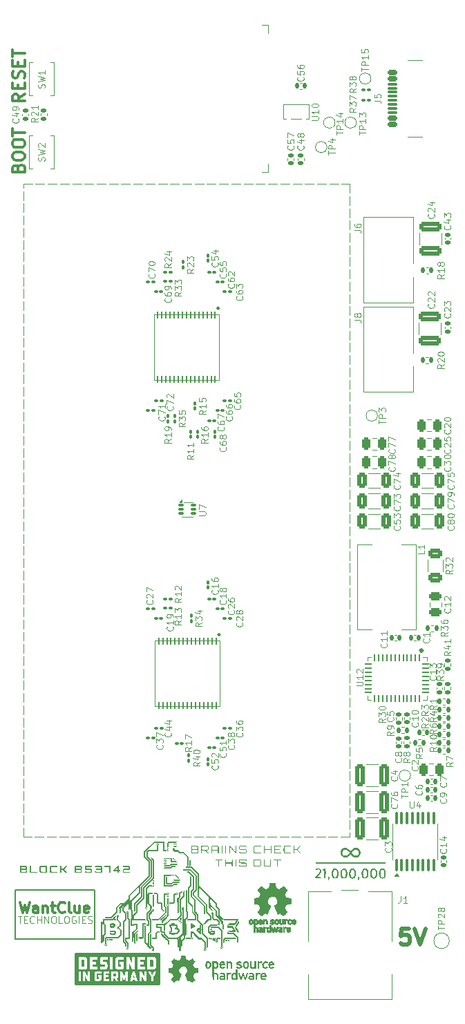
<source format=gbr>
%TF.GenerationSoftware,KiCad,Pcbnew,8.0.4*%
%TF.CreationDate,2024-11-05T20:38:05+01:00*%
%TF.ProjectId,BitForgeNano,42697446-6f72-4676-954e-616e6f2e6b69,rev?*%
%TF.SameCoordinates,Original*%
%TF.FileFunction,Legend,Top*%
%TF.FilePolarity,Positive*%
%FSLAX46Y46*%
G04 Gerber Fmt 4.6, Leading zero omitted, Abs format (unit mm)*
G04 Created by KiCad (PCBNEW 8.0.4) date 2024-11-05 20:38:05*
%MOMM*%
%LPD*%
G01*
G04 APERTURE LIST*
G04 Aperture macros list*
%AMRoundRect*
0 Rectangle with rounded corners*
0 $1 Rounding radius*
0 $2 $3 $4 $5 $6 $7 $8 $9 X,Y pos of 4 corners*
0 Add a 4 corners polygon primitive as box body*
4,1,4,$2,$3,$4,$5,$6,$7,$8,$9,$2,$3,0*
0 Add four circle primitives for the rounded corners*
1,1,$1+$1,$2,$3*
1,1,$1+$1,$4,$5*
1,1,$1+$1,$6,$7*
1,1,$1+$1,$8,$9*
0 Add four rect primitives between the rounded corners*
20,1,$1+$1,$2,$3,$4,$5,0*
20,1,$1+$1,$4,$5,$6,$7,0*
20,1,$1+$1,$6,$7,$8,$9,0*
20,1,$1+$1,$8,$9,$2,$3,0*%
G04 Aperture macros list end*
%ADD10C,0.000000*%
%ADD11C,0.200000*%
%ADD12C,0.100000*%
%ADD13C,0.300000*%
%ADD14C,0.125000*%
%ADD15C,0.500000*%
%ADD16C,0.120000*%
%ADD17C,0.050000*%
%ADD18C,0.227485*%
%ADD19RoundRect,0.140000X-0.170000X0.140000X-0.170000X-0.140000X0.170000X-0.140000X0.170000X0.140000X0*%
%ADD20RoundRect,0.100000X-0.100000X0.637500X-0.100000X-0.637500X0.100000X-0.637500X0.100000X0.637500X0*%
%ADD21C,3.200000*%
%ADD22RoundRect,0.140000X-0.140000X-0.170000X0.140000X-0.170000X0.140000X0.170000X-0.140000X0.170000X0*%
%ADD23C,3.400000*%
%ADD24RoundRect,0.100000X-0.100000X0.130000X-0.100000X-0.130000X0.100000X-0.130000X0.100000X0.130000X0*%
%ADD25RoundRect,0.100000X-0.130000X-0.100000X0.130000X-0.100000X0.130000X0.100000X-0.130000X0.100000X0*%
%ADD26RoundRect,0.100000X0.130000X0.100000X-0.130000X0.100000X-0.130000X-0.100000X0.130000X-0.100000X0*%
%ADD27RoundRect,0.135000X0.135000X0.185000X-0.135000X0.185000X-0.135000X-0.185000X0.135000X-0.185000X0*%
%ADD28C,0.650000*%
%ADD29RoundRect,0.150000X0.425000X-0.150000X0.425000X0.150000X-0.425000X0.150000X-0.425000X-0.150000X0*%
%ADD30RoundRect,0.075000X0.500000X-0.075000X0.500000X0.075000X-0.500000X0.075000X-0.500000X-0.075000X0*%
%ADD31O,2.100000X1.000000*%
%ADD32O,1.800000X1.000000*%
%ADD33RoundRect,0.135000X0.185000X-0.135000X0.185000X0.135000X-0.185000X0.135000X-0.185000X-0.135000X0*%
%ADD34RoundRect,0.250000X0.250000X0.475000X-0.250000X0.475000X-0.250000X-0.475000X0.250000X-0.475000X0*%
%ADD35C,1.600000*%
%ADD36R,4.000000X2.000000*%
%ADD37O,2.000000X3.500000*%
%ADD38O,3.300000X2.000000*%
%ADD39C,1.295400*%
%ADD40C,1.574800*%
%ADD41RoundRect,0.250000X-0.325000X-0.650000X0.325000X-0.650000X0.325000X0.650000X-0.325000X0.650000X0*%
%ADD42RoundRect,0.135000X-0.185000X0.135000X-0.185000X-0.135000X0.185000X-0.135000X0.185000X0.135000X0*%
%ADD43RoundRect,0.135000X-0.135000X-0.185000X0.135000X-0.185000X0.135000X0.185000X-0.135000X0.185000X0*%
%ADD44R,1.524000X0.508000*%
%ADD45RoundRect,0.085000X-0.265000X-0.085000X0.265000X-0.085000X0.265000X0.085000X-0.265000X0.085000X0*%
%ADD46RoundRect,0.062500X-0.062500X0.337500X-0.062500X-0.337500X0.062500X-0.337500X0.062500X0.337500X0*%
%ADD47RoundRect,0.062500X-0.337500X0.062500X-0.337500X-0.062500X0.337500X-0.062500X0.337500X0.062500X0*%
%ADD48C,0.400000*%
%ADD49R,5.300000X3.300000*%
%ADD50C,1.000000*%
%ADD51R,0.558800X0.952500*%
%ADD52RoundRect,0.140000X0.170000X-0.140000X0.170000X0.140000X-0.170000X0.140000X-0.170000X-0.140000X0*%
%ADD53RoundRect,0.250000X-0.250000X-0.475000X0.250000X-0.475000X0.250000X0.475000X-0.250000X0.475000X0*%
%ADD54RoundRect,0.250000X-0.475000X0.250000X-0.475000X-0.250000X0.475000X-0.250000X0.475000X0.250000X0*%
%ADD55RoundRect,0.250000X0.325000X1.100000X-0.325000X1.100000X-0.325000X-1.100000X0.325000X-1.100000X0*%
%ADD56R,0.900000X1.500000*%
%ADD57R,1.500000X0.900000*%
%ADD58R,0.900000X0.900000*%
%ADD59C,1.500000*%
%ADD60R,3.050000X2.000000*%
%ADD61RoundRect,0.250000X0.325000X0.650000X-0.325000X0.650000X-0.325000X-0.650000X0.325000X-0.650000X0*%
%ADD62RoundRect,0.250000X1.100000X-0.325000X1.100000X0.325000X-1.100000X0.325000X-1.100000X-0.325000X0*%
%ADD63RoundRect,0.140000X0.140000X0.170000X-0.140000X0.170000X-0.140000X-0.170000X0.140000X-0.170000X0*%
%ADD64RoundRect,0.055250X-0.055250X0.340750X-0.055250X-0.340750X0.055250X-0.340750X0.055250X0.340750X0*%
%ADD65RoundRect,0.250000X-0.625000X0.312500X-0.625000X-0.312500X0.625000X-0.312500X0.625000X0.312500X0*%
G04 APERTURE END LIST*
D10*
G36*
X68589358Y-159401975D02*
G01*
X68889395Y-159401975D01*
X69135722Y-159652005D01*
X69383900Y-159902036D01*
X69370937Y-160302086D01*
X69366219Y-160428228D01*
X69362116Y-160530625D01*
X69359117Y-160611954D01*
X69358185Y-160645555D01*
X69357712Y-160674892D01*
X69357761Y-160700301D01*
X69358391Y-160722117D01*
X69359665Y-160740673D01*
X69360563Y-160748834D01*
X69361644Y-160756305D01*
X69362916Y-160763129D01*
X69364388Y-160769347D01*
X69366066Y-160775001D01*
X69367959Y-160780133D01*
X69370074Y-160784785D01*
X69372418Y-160788999D01*
X69375000Y-160792816D01*
X69377827Y-160796278D01*
X69382109Y-160801358D01*
X69385934Y-160806521D01*
X69389313Y-160811763D01*
X69392257Y-160817077D01*
X69394776Y-160822458D01*
X69396882Y-160827898D01*
X69398586Y-160833393D01*
X69399898Y-160838937D01*
X69400830Y-160844523D01*
X69401392Y-160850145D01*
X69401595Y-160855797D01*
X69401451Y-160861474D01*
X69400970Y-160867170D01*
X69400163Y-160872878D01*
X69399041Y-160878592D01*
X69397616Y-160884307D01*
X69395897Y-160890017D01*
X69393896Y-160895715D01*
X69391625Y-160901396D01*
X69389093Y-160907054D01*
X69383292Y-160918275D01*
X69376581Y-160929331D01*
X69369049Y-160940174D01*
X69360782Y-160950756D01*
X69351869Y-160961030D01*
X69342396Y-160970947D01*
X69334411Y-160973840D01*
X69326509Y-160976174D01*
X69318647Y-160977970D01*
X69310785Y-160979252D01*
X69302883Y-160980044D01*
X69294899Y-160980368D01*
X69286792Y-160980249D01*
X69278522Y-160979708D01*
X69270047Y-160978770D01*
X69261327Y-160977457D01*
X69252321Y-160975794D01*
X69242987Y-160973802D01*
X69223175Y-160968928D01*
X69201563Y-160963021D01*
X69191043Y-160952435D01*
X69181088Y-160941536D01*
X69171809Y-160930360D01*
X69163318Y-160918941D01*
X69155726Y-160907317D01*
X69149145Y-160895521D01*
X69146269Y-160889569D01*
X69143687Y-160883589D01*
X69141414Y-160877583D01*
X69139463Y-160871556D01*
X69137849Y-160865513D01*
X69136585Y-160859459D01*
X69135685Y-160853397D01*
X69135163Y-160847331D01*
X69135148Y-160846599D01*
X69174615Y-160846599D01*
X69174790Y-160849281D01*
X69175304Y-160852107D01*
X69176142Y-160855063D01*
X69177287Y-160858134D01*
X69178725Y-160861303D01*
X69180438Y-160864557D01*
X69184631Y-160871258D01*
X69189740Y-160878115D01*
X69195640Y-160885008D01*
X69202203Y-160891817D01*
X69209305Y-160898420D01*
X69216819Y-160904699D01*
X69224620Y-160910530D01*
X69232581Y-160915796D01*
X69240577Y-160920374D01*
X69248481Y-160924145D01*
X69252360Y-160925690D01*
X69256168Y-160926987D01*
X69259891Y-160928023D01*
X69263512Y-160928781D01*
X69267016Y-160929247D01*
X69270387Y-160929406D01*
X69273753Y-160929341D01*
X69277244Y-160929147D01*
X69284538Y-160928385D01*
X69292147Y-160927146D01*
X69299951Y-160925456D01*
X69307827Y-160923339D01*
X69315655Y-160920821D01*
X69323314Y-160917927D01*
X69330681Y-160914682D01*
X69334218Y-160912936D01*
X69337636Y-160911111D01*
X69340921Y-160909212D01*
X69344058Y-160907241D01*
X69347031Y-160905200D01*
X69349824Y-160903095D01*
X69352424Y-160900926D01*
X69354814Y-160898699D01*
X69356980Y-160896415D01*
X69358907Y-160894078D01*
X69360578Y-160891692D01*
X69361980Y-160889258D01*
X69363096Y-160886782D01*
X69363913Y-160884264D01*
X69364414Y-160881710D01*
X69364584Y-160879121D01*
X69364267Y-160873558D01*
X69363288Y-160864528D01*
X69361607Y-160853098D01*
X69360491Y-160846818D01*
X69359185Y-160840339D01*
X69357684Y-160833795D01*
X69355982Y-160827319D01*
X69354075Y-160821046D01*
X69351957Y-160815108D01*
X69349625Y-160809640D01*
X69347071Y-160804775D01*
X69345711Y-160802610D01*
X69344293Y-160800646D01*
X69342818Y-160798900D01*
X69341284Y-160797388D01*
X69338321Y-160794157D01*
X69335017Y-160790750D01*
X69331413Y-160787220D01*
X69327553Y-160783619D01*
X69323479Y-160780002D01*
X69319234Y-160776421D01*
X69314861Y-160772929D01*
X69310401Y-160769579D01*
X69305898Y-160766425D01*
X69301394Y-160763519D01*
X69296932Y-160760915D01*
X69292555Y-160758665D01*
X69288304Y-160756822D01*
X69286240Y-160756070D01*
X69284223Y-160755441D01*
X69282259Y-160754939D01*
X69280354Y-160754573D01*
X69278513Y-160754348D01*
X69276740Y-160754272D01*
X69273351Y-160754458D01*
X69269794Y-160755003D01*
X69266087Y-160755890D01*
X69262249Y-160757099D01*
X69258296Y-160758613D01*
X69254248Y-160760411D01*
X69250122Y-160762477D01*
X69245937Y-160764791D01*
X69237461Y-160770090D01*
X69228963Y-160776159D01*
X69220588Y-160782851D01*
X69212481Y-160790017D01*
X69204787Y-160797509D01*
X69197650Y-160805178D01*
X69191214Y-160812875D01*
X69185624Y-160820453D01*
X69181025Y-160827763D01*
X69179141Y-160831270D01*
X69177560Y-160834656D01*
X69176299Y-160837900D01*
X69175376Y-160840984D01*
X69174809Y-160843890D01*
X69174615Y-160846599D01*
X69135148Y-160846599D01*
X69135034Y-160841268D01*
X69135311Y-160835210D01*
X69136008Y-160829162D01*
X69137139Y-160823129D01*
X69138718Y-160817115D01*
X69140759Y-160811125D01*
X69143275Y-160805162D01*
X69146282Y-160799232D01*
X69149792Y-160793339D01*
X69153820Y-160787487D01*
X69158379Y-160781681D01*
X69163485Y-160775924D01*
X69170227Y-160767984D01*
X69175925Y-160759181D01*
X69180664Y-160749125D01*
X69184526Y-160737424D01*
X69187596Y-160723686D01*
X69189958Y-160707519D01*
X69192895Y-160666336D01*
X69194009Y-160610741D01*
X69193972Y-160537602D01*
X69193136Y-160326163D01*
X69193136Y-159966859D01*
X68813459Y-159587183D01*
X68535647Y-159587183D01*
X68128188Y-159179724D01*
X67968996Y-159021515D01*
X67898635Y-158952319D01*
X67836717Y-158891957D01*
X67784956Y-158842099D01*
X67745067Y-158804417D01*
X67718766Y-158780582D01*
X67711246Y-158774380D01*
X67707765Y-158772266D01*
X67706908Y-158772600D01*
X67706073Y-158773590D01*
X67704470Y-158777472D01*
X67702959Y-158783779D01*
X67701543Y-158792379D01*
X67699008Y-158815924D01*
X67696884Y-158847044D01*
X67695195Y-158884675D01*
X67693961Y-158927754D01*
X67693205Y-158975217D01*
X67692948Y-159026001D01*
X67692769Y-159168192D01*
X67693132Y-159226244D01*
X67693598Y-159252045D01*
X67694319Y-159275708D01*
X67695344Y-159297245D01*
X67696722Y-159316664D01*
X67698501Y-159333977D01*
X67700731Y-159349193D01*
X67703461Y-159362321D01*
X67706739Y-159373374D01*
X67708599Y-159378124D01*
X67710614Y-159382359D01*
X67712792Y-159386080D01*
X67715136Y-159389288D01*
X67718941Y-159393566D01*
X67722373Y-159397726D01*
X67725441Y-159401776D01*
X67728152Y-159405724D01*
X67730514Y-159409578D01*
X67732535Y-159413346D01*
X67734222Y-159417038D01*
X67735584Y-159420660D01*
X67736629Y-159424221D01*
X67737364Y-159427730D01*
X67737796Y-159431195D01*
X67737935Y-159434624D01*
X67737787Y-159438026D01*
X67737361Y-159441408D01*
X67736664Y-159444778D01*
X67735704Y-159448146D01*
X67734489Y-159451520D01*
X67733027Y-159454907D01*
X67731326Y-159458316D01*
X67729393Y-159461755D01*
X67727236Y-159465233D01*
X67724863Y-159468758D01*
X67719502Y-159475980D01*
X67713371Y-159483489D01*
X67706532Y-159491351D01*
X67690985Y-159508395D01*
X67686459Y-159510631D01*
X67682247Y-159512843D01*
X67678331Y-159515028D01*
X67674692Y-159517184D01*
X67671312Y-159519307D01*
X67668172Y-159521395D01*
X67665254Y-159523445D01*
X67662538Y-159525453D01*
X67657642Y-159529335D01*
X67653334Y-159533018D01*
X67645890Y-159539695D01*
X67642456Y-159542642D01*
X67639016Y-159545299D01*
X67637247Y-159546510D01*
X67635421Y-159547641D01*
X67633519Y-159548686D01*
X67631522Y-159549645D01*
X67629413Y-159550514D01*
X67627172Y-159551289D01*
X67624781Y-159551969D01*
X67622221Y-159552549D01*
X67619473Y-159553029D01*
X67616520Y-159553403D01*
X67613342Y-159553671D01*
X67609921Y-159553827D01*
X67600260Y-159549915D01*
X67588044Y-159546492D01*
X67573412Y-159543525D01*
X67556508Y-159540981D01*
X67516449Y-159537034D01*
X67469004Y-159534389D01*
X67415308Y-159532786D01*
X67356497Y-159531965D01*
X67228076Y-159531620D01*
X67183565Y-159531435D01*
X67143636Y-159530832D01*
X67108054Y-159529740D01*
X67091819Y-159528989D01*
X67076581Y-159528090D01*
X67062313Y-159527033D01*
X67048983Y-159525810D01*
X67036563Y-159524412D01*
X67025023Y-159522830D01*
X67014334Y-159521056D01*
X67004465Y-159519080D01*
X66995388Y-159516894D01*
X66987074Y-159514488D01*
X66979491Y-159511855D01*
X66972612Y-159508985D01*
X66966406Y-159505870D01*
X66960844Y-159502500D01*
X66955897Y-159498868D01*
X66951534Y-159494963D01*
X66947727Y-159490777D01*
X66944447Y-159486302D01*
X66941662Y-159481528D01*
X66939345Y-159476447D01*
X66937465Y-159471050D01*
X66935993Y-159465328D01*
X66934899Y-159459273D01*
X66934155Y-159452875D01*
X66933730Y-159446125D01*
X66933594Y-159439016D01*
X66934319Y-159425184D01*
X66936608Y-159412811D01*
X66937000Y-159411742D01*
X67519802Y-159411742D01*
X67519878Y-159418569D01*
X67520373Y-159425405D01*
X67521292Y-159432211D01*
X67522637Y-159438953D01*
X67524414Y-159445591D01*
X67526627Y-159452090D01*
X67529279Y-159458412D01*
X67532374Y-159464521D01*
X67535917Y-159470379D01*
X67539912Y-159475950D01*
X67544362Y-159481196D01*
X67549272Y-159486080D01*
X67554646Y-159490565D01*
X67560488Y-159494615D01*
X67566503Y-159498050D01*
X67572716Y-159500733D01*
X67579094Y-159502696D01*
X67585601Y-159503970D01*
X67592201Y-159504584D01*
X67598861Y-159504569D01*
X67605545Y-159503956D01*
X67612219Y-159502776D01*
X67618846Y-159501058D01*
X67625393Y-159498834D01*
X67631824Y-159496133D01*
X67638104Y-159492987D01*
X67644199Y-159489426D01*
X67650073Y-159485480D01*
X67655691Y-159481181D01*
X67661019Y-159476557D01*
X67666021Y-159471641D01*
X67670662Y-159466462D01*
X67674909Y-159461051D01*
X67678724Y-159455439D01*
X67682075Y-159449656D01*
X67684924Y-159443733D01*
X67687239Y-159437699D01*
X67688983Y-159431587D01*
X67690122Y-159425425D01*
X67690620Y-159419245D01*
X67690443Y-159413077D01*
X67689556Y-159406953D01*
X67687924Y-159400901D01*
X67685512Y-159394953D01*
X67682284Y-159389140D01*
X67678206Y-159383491D01*
X67675232Y-159380476D01*
X67671259Y-159377044D01*
X67666421Y-159373280D01*
X67660852Y-159369267D01*
X67654684Y-159365090D01*
X67648051Y-159360834D01*
X67641086Y-159356583D01*
X67633923Y-159352422D01*
X67626695Y-159348434D01*
X67619535Y-159344703D01*
X67612576Y-159341316D01*
X67605953Y-159338355D01*
X67599797Y-159335905D01*
X67594243Y-159334051D01*
X67589424Y-159332876D01*
X67587331Y-159332570D01*
X67585473Y-159332466D01*
X67578699Y-159332815D01*
X67572271Y-159333839D01*
X67566194Y-159335501D01*
X67560470Y-159337762D01*
X67555105Y-159340587D01*
X67550102Y-159343938D01*
X67545465Y-159347779D01*
X67541199Y-159352072D01*
X67537307Y-159356780D01*
X67533794Y-159361867D01*
X67530663Y-159367295D01*
X67527919Y-159373028D01*
X67525566Y-159379027D01*
X67523607Y-159385258D01*
X67522047Y-159391681D01*
X67520891Y-159398261D01*
X67520141Y-159404960D01*
X67519802Y-159411742D01*
X66937000Y-159411742D01*
X66940635Y-159401826D01*
X66943354Y-159396831D01*
X66946573Y-159392157D01*
X66950313Y-159387794D01*
X66954595Y-159383734D01*
X66964876Y-159376485D01*
X66977587Y-159370338D01*
X66992903Y-159365224D01*
X67010996Y-159361071D01*
X67032041Y-159357806D01*
X67056209Y-159355360D01*
X67083676Y-159353662D01*
X67114613Y-159352639D01*
X67149195Y-159352220D01*
X67229984Y-159352913D01*
X67332321Y-159354339D01*
X67372541Y-159353663D01*
X67406220Y-159351269D01*
X67420785Y-159349241D01*
X67433930Y-159346562D01*
X67445724Y-159343156D01*
X67456239Y-159338949D01*
X67465547Y-159333867D01*
X67473719Y-159327836D01*
X67480826Y-159320781D01*
X67486939Y-159312628D01*
X67492130Y-159303303D01*
X67496469Y-159292732D01*
X67500029Y-159280841D01*
X67502880Y-159267554D01*
X67506740Y-159236500D01*
X67508620Y-159198975D01*
X67509090Y-159154385D01*
X67508720Y-159102138D01*
X67507740Y-158972291D01*
X67507790Y-158921439D01*
X67507965Y-158876276D01*
X67508302Y-158836414D01*
X67508840Y-158801465D01*
X67509617Y-158771042D01*
X67510671Y-158744756D01*
X67511313Y-158733043D01*
X67512039Y-158722219D01*
X67512853Y-158712236D01*
X67513760Y-158703044D01*
X67514764Y-158694596D01*
X67515871Y-158686843D01*
X67517085Y-158679735D01*
X67518412Y-158673226D01*
X67519854Y-158667267D01*
X67521418Y-158661808D01*
X67523109Y-158656801D01*
X67524930Y-158652199D01*
X67526887Y-158647952D01*
X67528984Y-158644011D01*
X67531226Y-158640330D01*
X67533619Y-158636858D01*
X67536166Y-158633547D01*
X67538872Y-158630350D01*
X67541742Y-158627217D01*
X67544782Y-158624099D01*
X67550064Y-158619105D01*
X67555529Y-158614531D01*
X67561227Y-158610365D01*
X67567209Y-158606591D01*
X67573528Y-158603198D01*
X67580235Y-158600170D01*
X67587382Y-158597496D01*
X67595020Y-158595160D01*
X67603200Y-158593150D01*
X67611974Y-158591452D01*
X67621394Y-158590053D01*
X67631511Y-158588938D01*
X67642377Y-158588095D01*
X67654044Y-158587509D01*
X67666562Y-158587168D01*
X67679984Y-158587057D01*
X67778146Y-158587057D01*
X68589358Y-159401975D01*
G37*
G36*
X65590834Y-149754472D02*
G01*
X65594047Y-149754765D01*
X65597263Y-149755297D01*
X65600486Y-149756067D01*
X65603719Y-149757077D01*
X65606966Y-149758325D01*
X65610229Y-149759811D01*
X65613513Y-149761537D01*
X65616821Y-149763501D01*
X65620156Y-149765704D01*
X65623521Y-149768146D01*
X65626921Y-149770826D01*
X65630357Y-149773745D01*
X65633835Y-149776903D01*
X65637356Y-149780300D01*
X65644545Y-149787809D01*
X65648360Y-149792197D01*
X65651820Y-149796671D01*
X65654929Y-149801218D01*
X65657690Y-149805827D01*
X65660107Y-149810487D01*
X65662182Y-149815185D01*
X65663920Y-149819910D01*
X65665323Y-149824649D01*
X65666395Y-149829390D01*
X65667140Y-149834123D01*
X65667560Y-149838834D01*
X65667660Y-149843513D01*
X65667442Y-149848147D01*
X65666910Y-149852724D01*
X65666068Y-149857233D01*
X65664918Y-149861661D01*
X65663464Y-149865998D01*
X65661710Y-149870230D01*
X65659659Y-149874346D01*
X65657314Y-149878334D01*
X65654679Y-149882182D01*
X65651757Y-149885879D01*
X65648552Y-149889413D01*
X65645066Y-149892771D01*
X65641304Y-149895942D01*
X65637268Y-149898913D01*
X65632962Y-149901674D01*
X65628390Y-149904212D01*
X65623555Y-149906516D01*
X65618460Y-149908573D01*
X65613108Y-149910371D01*
X65607504Y-149911899D01*
X65599627Y-149913656D01*
X65591981Y-149914777D01*
X65584580Y-149915289D01*
X65577436Y-149915216D01*
X65570563Y-149914587D01*
X65563976Y-149913425D01*
X65557686Y-149911759D01*
X65551709Y-149909613D01*
X65546057Y-149907014D01*
X65540745Y-149903989D01*
X65535785Y-149900562D01*
X65531191Y-149896761D01*
X65526977Y-149892611D01*
X65523157Y-149888138D01*
X65519744Y-149883369D01*
X65516751Y-149878330D01*
X65514192Y-149873047D01*
X65512081Y-149867545D01*
X65510431Y-149861852D01*
X65509256Y-149855993D01*
X65508569Y-149849994D01*
X65508384Y-149843882D01*
X65508715Y-149837682D01*
X65509574Y-149831420D01*
X65510976Y-149825124D01*
X65512935Y-149818818D01*
X65515463Y-149812529D01*
X65518574Y-149806283D01*
X65522283Y-149800107D01*
X65526601Y-149794026D01*
X65531544Y-149788066D01*
X65537124Y-149782253D01*
X65540744Y-149778726D01*
X65544313Y-149775438D01*
X65547834Y-149772389D01*
X65551312Y-149769578D01*
X65554748Y-149767006D01*
X65558147Y-149764673D01*
X65561513Y-149762579D01*
X65564847Y-149760723D01*
X65568155Y-149759106D01*
X65571439Y-149757728D01*
X65574703Y-149756588D01*
X65577949Y-149755688D01*
X65581182Y-149755026D01*
X65584405Y-149754602D01*
X65587622Y-149754418D01*
X65590834Y-149754472D01*
G37*
G36*
X65962919Y-152217446D02*
G01*
X65997656Y-152217772D01*
X66027900Y-152218369D01*
X66054036Y-152219273D01*
X66065684Y-152219851D01*
X66076450Y-152220519D01*
X66086382Y-152221281D01*
X66095527Y-152222142D01*
X66103935Y-152223106D01*
X66111652Y-152224177D01*
X66118728Y-152225361D01*
X66125211Y-152226660D01*
X66131148Y-152228080D01*
X66136588Y-152229626D01*
X66141580Y-152231301D01*
X66146170Y-152233110D01*
X66150407Y-152235057D01*
X66154341Y-152237147D01*
X66158017Y-152239385D01*
X66161486Y-152241773D01*
X66164794Y-152244318D01*
X66167990Y-152247024D01*
X66171123Y-152249894D01*
X66174240Y-152252933D01*
X66178014Y-152256792D01*
X66181681Y-152260714D01*
X66185224Y-152264673D01*
X66188623Y-152268646D01*
X66191859Y-152272609D01*
X66194914Y-152276536D01*
X66197767Y-152280403D01*
X66200401Y-152284186D01*
X66202797Y-152287861D01*
X66204934Y-152291403D01*
X66206795Y-152294787D01*
X66208360Y-152297990D01*
X66209610Y-152300987D01*
X66210526Y-152303753D01*
X66210854Y-152305042D01*
X66211090Y-152306264D01*
X66211234Y-152307416D01*
X66211283Y-152308495D01*
X66211090Y-152310422D01*
X66210526Y-152312706D01*
X66209610Y-152315316D01*
X66208360Y-152318219D01*
X66206795Y-152321382D01*
X66204934Y-152324773D01*
X66202797Y-152328360D01*
X66200401Y-152332109D01*
X66197767Y-152335989D01*
X66194914Y-152339966D01*
X66191859Y-152344009D01*
X66188623Y-152348084D01*
X66185224Y-152352159D01*
X66181681Y-152356201D01*
X66178014Y-152360178D01*
X66174240Y-152364058D01*
X66167992Y-152369968D01*
X66161497Y-152375221D01*
X66154377Y-152379856D01*
X66146257Y-152383910D01*
X66136758Y-152387421D01*
X66125504Y-152390428D01*
X66112118Y-152392968D01*
X66096222Y-152395080D01*
X66055393Y-152398169D01*
X66000000Y-152400000D01*
X65927028Y-152400875D01*
X65833458Y-152401099D01*
X65771015Y-152400763D01*
X65711046Y-152399797D01*
X65654984Y-152398267D01*
X65604262Y-152396237D01*
X65560311Y-152393774D01*
X65524564Y-152390942D01*
X65510215Y-152389407D01*
X65498454Y-152387805D01*
X65489461Y-152386144D01*
X65483413Y-152384430D01*
X65476170Y-152381319D01*
X65469372Y-152377903D01*
X65463021Y-152374202D01*
X65457119Y-152370236D01*
X65451665Y-152366026D01*
X65446662Y-152361592D01*
X65442109Y-152356955D01*
X65438008Y-152352135D01*
X65434361Y-152347152D01*
X65431168Y-152342026D01*
X65428429Y-152336778D01*
X65426147Y-152331429D01*
X65424322Y-152325998D01*
X65422955Y-152320507D01*
X65422048Y-152314974D01*
X65421600Y-152309421D01*
X65421614Y-152303868D01*
X65422090Y-152298336D01*
X65423029Y-152292844D01*
X65424433Y-152287413D01*
X65426302Y-152282064D01*
X65428637Y-152276816D01*
X65431439Y-152271691D01*
X65434710Y-152266708D01*
X65438450Y-152261887D01*
X65442660Y-152257250D01*
X65447342Y-152252816D01*
X65452497Y-152248606D01*
X65458124Y-152244641D01*
X65464226Y-152240939D01*
X65470804Y-152237523D01*
X65477858Y-152234412D01*
X65483559Y-152232699D01*
X65492215Y-152231037D01*
X65517706Y-152227901D01*
X65552965Y-152225068D01*
X65596622Y-152222605D01*
X65647312Y-152220575D01*
X65703667Y-152219045D01*
X65764319Y-152218079D01*
X65827901Y-152217743D01*
X65878427Y-152217467D01*
X65923305Y-152217356D01*
X65962919Y-152217446D01*
G37*
G36*
X66328970Y-156877399D02*
G01*
X66334447Y-156878915D01*
X66339573Y-156881584D01*
X66344344Y-156885447D01*
X66348755Y-156890543D01*
X66352801Y-156896911D01*
X66356478Y-156904592D01*
X66359781Y-156913625D01*
X66362705Y-156924049D01*
X66365246Y-156935905D01*
X66367399Y-156949231D01*
X66369160Y-156964068D01*
X66370524Y-156980455D01*
X66372041Y-157018037D01*
X66371914Y-157062294D01*
X66370799Y-157103867D01*
X66370072Y-157122477D01*
X66369226Y-157139693D01*
X66368258Y-157155561D01*
X66367164Y-157170124D01*
X66365939Y-157183426D01*
X66364581Y-157195512D01*
X66363084Y-157206425D01*
X66361446Y-157216209D01*
X66359662Y-157224909D01*
X66357729Y-157232568D01*
X66355642Y-157239230D01*
X66353398Y-157244940D01*
X66350993Y-157249742D01*
X66348422Y-157253679D01*
X66345682Y-157256796D01*
X66344248Y-157258060D01*
X66342770Y-157259136D01*
X66341248Y-157260029D01*
X66339681Y-157260744D01*
X66338068Y-157261287D01*
X66336411Y-157261663D01*
X66332956Y-157261939D01*
X66329313Y-157261614D01*
X66325478Y-157260733D01*
X66321446Y-157259339D01*
X66317214Y-157257478D01*
X66312778Y-157255192D01*
X66308135Y-157252526D01*
X66303279Y-157249524D01*
X66292917Y-157242689D01*
X66281661Y-157235037D01*
X66264097Y-157222937D01*
X66240677Y-157206194D01*
X66213928Y-157186081D01*
X66200095Y-157175157D01*
X66186376Y-157163868D01*
X66173089Y-157152372D01*
X66160548Y-157140829D01*
X66149071Y-157129396D01*
X66138972Y-157118233D01*
X66134538Y-157112803D01*
X66130567Y-157107500D01*
X66127099Y-157102344D01*
X66124173Y-157097354D01*
X66121828Y-157092552D01*
X66120104Y-157087955D01*
X66119041Y-157083586D01*
X66118678Y-157079463D01*
X66118799Y-157077820D01*
X66119156Y-157076021D01*
X66120543Y-157071978D01*
X66122773Y-157067379D01*
X66125777Y-157062270D01*
X66129486Y-157056696D01*
X66133834Y-157050703D01*
X66138752Y-157044336D01*
X66144172Y-157037642D01*
X66156246Y-157023453D01*
X66169512Y-157008500D01*
X66197447Y-156977763D01*
X66218081Y-156955163D01*
X66237591Y-156934802D01*
X66255940Y-156916997D01*
X66273091Y-156902064D01*
X66289007Y-156890321D01*
X66296490Y-156885745D01*
X66303650Y-156882085D01*
X66310483Y-156879381D01*
X66316984Y-156877672D01*
X66323148Y-156876998D01*
X66328970Y-156877399D01*
G37*
G36*
X64839420Y-149586143D02*
G01*
X64889814Y-149586446D01*
X64934589Y-149586917D01*
X64974101Y-149587583D01*
X65008705Y-149588472D01*
X65038757Y-149589611D01*
X65064611Y-149591026D01*
X65086624Y-149592745D01*
X65105151Y-149594796D01*
X65113218Y-149595953D01*
X65120547Y-149597204D01*
X65127182Y-149598551D01*
X65133167Y-149599997D01*
X65138548Y-149601547D01*
X65143368Y-149603203D01*
X65147672Y-149604969D01*
X65151504Y-149606848D01*
X65154908Y-149608844D01*
X65157930Y-149610960D01*
X65160614Y-149613200D01*
X65163003Y-149615566D01*
X65166999Y-149620031D01*
X65170658Y-149625152D01*
X65173991Y-149631022D01*
X65177010Y-149637733D01*
X65179724Y-149645378D01*
X65182146Y-149654047D01*
X65184286Y-149663835D01*
X65186154Y-149674833D01*
X65187762Y-149687133D01*
X65189120Y-149700827D01*
X65191131Y-149732768D01*
X65192274Y-149771394D01*
X65192636Y-149817443D01*
X65192636Y-149991539D01*
X65500082Y-149997096D01*
X65549344Y-149998123D01*
X65593182Y-149999150D01*
X65631947Y-150000221D01*
X65665988Y-150001379D01*
X65695656Y-150002666D01*
X65721301Y-150004128D01*
X65732724Y-150004937D01*
X65743273Y-150005806D01*
X65752990Y-150006740D01*
X65761920Y-150007745D01*
X65770107Y-150008826D01*
X65777595Y-150009988D01*
X65784426Y-150011237D01*
X65790646Y-150012578D01*
X65796297Y-150014016D01*
X65801423Y-150015558D01*
X65806069Y-150017209D01*
X65810277Y-150018973D01*
X65814092Y-150020857D01*
X65817558Y-150022865D01*
X65820717Y-150025004D01*
X65823615Y-150027278D01*
X65826294Y-150029694D01*
X65828798Y-150032256D01*
X65831172Y-150034969D01*
X65833458Y-150037841D01*
X65838992Y-150045759D01*
X65843789Y-150052918D01*
X65847847Y-150059426D01*
X65851168Y-150065391D01*
X65852551Y-150068204D01*
X65853750Y-150070922D01*
X65854765Y-150073558D01*
X65855595Y-150076127D01*
X65856241Y-150078642D01*
X65856702Y-150081115D01*
X65856979Y-150083562D01*
X65857071Y-150085995D01*
X65856979Y-150088428D01*
X65856702Y-150090875D01*
X65856241Y-150093349D01*
X65855595Y-150095863D01*
X65854765Y-150098432D01*
X65853750Y-150101069D01*
X65852551Y-150103787D01*
X65851168Y-150106600D01*
X65847847Y-150112565D01*
X65843789Y-150119072D01*
X65838992Y-150126231D01*
X65833458Y-150134149D01*
X65828786Y-150139734D01*
X65823521Y-150144712D01*
X65817240Y-150149125D01*
X65809525Y-150153017D01*
X65799954Y-150156432D01*
X65788106Y-150159413D01*
X65773562Y-150162003D01*
X65755901Y-150164246D01*
X65709545Y-150167863D01*
X65645673Y-150170612D01*
X65451927Y-150174895D01*
X65306004Y-150177312D01*
X65247556Y-150177646D01*
X65197845Y-150176863D01*
X65176045Y-150175927D01*
X65156164Y-150174561D01*
X65138115Y-150172714D01*
X65121808Y-150170338D01*
X65107157Y-150167380D01*
X65094072Y-150163792D01*
X65082466Y-150159523D01*
X65072251Y-150154523D01*
X65063337Y-150148741D01*
X65055638Y-150142128D01*
X65049065Y-150134633D01*
X65043529Y-150126206D01*
X65038943Y-150116797D01*
X65035218Y-150106356D01*
X65032267Y-150094832D01*
X65030000Y-150082175D01*
X65028330Y-150068336D01*
X65027169Y-150053264D01*
X65026021Y-150019219D01*
X65025949Y-149934125D01*
X65025949Y-149752621D01*
X64670349Y-149752621D01*
X64567645Y-149752407D01*
X64524204Y-149752096D01*
X64485603Y-149751608D01*
X64451517Y-149750914D01*
X64421620Y-149749983D01*
X64395586Y-149748787D01*
X64373089Y-149747296D01*
X64353805Y-149745478D01*
X64345266Y-149744438D01*
X64337408Y-149743306D01*
X64330190Y-149742077D01*
X64323571Y-149740748D01*
X64317512Y-149739315D01*
X64311971Y-149737775D01*
X64306907Y-149736123D01*
X64302280Y-149734357D01*
X64298049Y-149732472D01*
X64294173Y-149730464D01*
X64290613Y-149728330D01*
X64287326Y-149726067D01*
X64284272Y-149723669D01*
X64281411Y-149721135D01*
X64274228Y-149714252D01*
X64270979Y-149710854D01*
X64267958Y-149707483D01*
X64265167Y-149704136D01*
X64262606Y-149700812D01*
X64260275Y-149697508D01*
X64258173Y-149694222D01*
X64256303Y-149690952D01*
X64254663Y-149687697D01*
X64253255Y-149684454D01*
X64252078Y-149681221D01*
X64251133Y-149677996D01*
X64250421Y-149674777D01*
X64249941Y-149671563D01*
X64249694Y-149668350D01*
X64249681Y-149665138D01*
X64249901Y-149661923D01*
X64250355Y-149658705D01*
X64251044Y-149655480D01*
X64251967Y-149652247D01*
X64253125Y-149649004D01*
X64254518Y-149645748D01*
X64256148Y-149642479D01*
X64258013Y-149639193D01*
X64260115Y-149635889D01*
X64262453Y-149632565D01*
X64265028Y-149629218D01*
X64267841Y-149625846D01*
X64270892Y-149622449D01*
X64274180Y-149619023D01*
X64277707Y-149615566D01*
X64282780Y-149610960D01*
X64289207Y-149606848D01*
X64297342Y-149603203D01*
X64307543Y-149599997D01*
X64320163Y-149597204D01*
X64335559Y-149594796D01*
X64376099Y-149591026D01*
X64432005Y-149588472D01*
X64506121Y-149586917D01*
X64720355Y-149585933D01*
X64839420Y-149586143D01*
G37*
G36*
X73382317Y-157366304D02*
G01*
X73386264Y-157366616D01*
X73390201Y-157367118D01*
X73394123Y-157367811D01*
X73398027Y-157368695D01*
X73401908Y-157369770D01*
X73405762Y-157371036D01*
X73409583Y-157372495D01*
X73413368Y-157374146D01*
X73417113Y-157375989D01*
X73420812Y-157378026D01*
X73424462Y-157380256D01*
X73428058Y-157382679D01*
X73431596Y-157385297D01*
X73435071Y-157388108D01*
X73438479Y-157391115D01*
X73441815Y-157394316D01*
X73448327Y-157401328D01*
X73451258Y-157404884D01*
X73453973Y-157408475D01*
X73456472Y-157412101D01*
X73458757Y-157415763D01*
X73460826Y-157419461D01*
X73462680Y-157423197D01*
X73464320Y-157426971D01*
X73465746Y-157430784D01*
X73466959Y-157434636D01*
X73467958Y-157438528D01*
X73468744Y-157442460D01*
X73469318Y-157446434D01*
X73469679Y-157450450D01*
X73469828Y-157454509D01*
X73469766Y-157458611D01*
X73469492Y-157462757D01*
X73469008Y-157466948D01*
X73468312Y-157471185D01*
X73467407Y-157475467D01*
X73466292Y-157479797D01*
X73463432Y-157488599D01*
X73459738Y-157497596D01*
X73455210Y-157506794D01*
X73449852Y-157516198D01*
X73443667Y-157525814D01*
X73434497Y-157539404D01*
X73419967Y-157562653D01*
X73377687Y-157633003D01*
X73260311Y-157833259D01*
X73106588Y-158099960D01*
X73262163Y-158370363D01*
X73284052Y-158408043D01*
X73303925Y-158442693D01*
X73321851Y-158474450D01*
X73337896Y-158503453D01*
X73352129Y-158529842D01*
X73364617Y-158553753D01*
X73375429Y-158575325D01*
X73384632Y-158594698D01*
X73392294Y-158612008D01*
X73398483Y-158627395D01*
X73403267Y-158640996D01*
X73406713Y-158652951D01*
X73407955Y-158658354D01*
X73408889Y-158663397D01*
X73409522Y-158668098D01*
X73409863Y-158672474D01*
X73409921Y-158676541D01*
X73409704Y-158680318D01*
X73409220Y-158683822D01*
X73408478Y-158687069D01*
X73407139Y-158692012D01*
X73405559Y-158696767D01*
X73403747Y-158701331D01*
X73401710Y-158705702D01*
X73399457Y-158709877D01*
X73396998Y-158713851D01*
X73394339Y-158717623D01*
X73391491Y-158721188D01*
X73388460Y-158724545D01*
X73385257Y-158727690D01*
X73381888Y-158730620D01*
X73378363Y-158733332D01*
X73374691Y-158735823D01*
X73370879Y-158738089D01*
X73366936Y-158740129D01*
X73362870Y-158741938D01*
X73358691Y-158743514D01*
X73354406Y-158744853D01*
X73350024Y-158745953D01*
X73345554Y-158746811D01*
X73341004Y-158747423D01*
X73336382Y-158747786D01*
X73331697Y-158747898D01*
X73326957Y-158747755D01*
X73322172Y-158747354D01*
X73317348Y-158746693D01*
X73312496Y-158745768D01*
X73307623Y-158744576D01*
X73302737Y-158743114D01*
X73297848Y-158741378D01*
X73292964Y-158739367D01*
X73288093Y-158737077D01*
X73277197Y-158726767D01*
X73260398Y-158705215D01*
X73212736Y-158634633D01*
X73152398Y-158537833D01*
X73086678Y-158427315D01*
X73022868Y-158315583D01*
X72968261Y-158215136D01*
X72930148Y-158138478D01*
X72919557Y-158112975D01*
X72915824Y-158098108D01*
X72919931Y-158084383D01*
X72931581Y-158058281D01*
X72973470Y-157976044D01*
X73033417Y-157865592D01*
X73103347Y-157741119D01*
X73175188Y-157616819D01*
X73240864Y-157506888D01*
X73292303Y-157425519D01*
X73310160Y-157399982D01*
X73321430Y-157386908D01*
X73324934Y-157384222D01*
X73328500Y-157381721D01*
X73332121Y-157379405D01*
X73335794Y-157377275D01*
X73339515Y-157375331D01*
X73343279Y-157373572D01*
X73347082Y-157372001D01*
X73350919Y-157370616D01*
X73354785Y-157369418D01*
X73358677Y-157368408D01*
X73362591Y-157367585D01*
X73366520Y-157366951D01*
X73370462Y-157366506D01*
X73374412Y-157366249D01*
X73378365Y-157366181D01*
X73382317Y-157366304D01*
G37*
G36*
X64391092Y-149801899D02*
G01*
X64398361Y-149802453D01*
X64405526Y-149803364D01*
X64412576Y-149804625D01*
X64419502Y-149806225D01*
X64426297Y-149808156D01*
X64432950Y-149810409D01*
X64439453Y-149812975D01*
X64445796Y-149815845D01*
X64451971Y-149819009D01*
X64457969Y-149822459D01*
X64463780Y-149826186D01*
X64469395Y-149830180D01*
X64474806Y-149834434D01*
X64480004Y-149838936D01*
X64484979Y-149843680D01*
X64489722Y-149848655D01*
X64494225Y-149853852D01*
X64498479Y-149859264D01*
X64502473Y-149864879D01*
X64506200Y-149870690D01*
X64509650Y-149876688D01*
X64512814Y-149882863D01*
X64515684Y-149889206D01*
X64518250Y-149895709D01*
X64520503Y-149902362D01*
X64522434Y-149909157D01*
X64524034Y-149916083D01*
X64525295Y-149923133D01*
X64526206Y-149930298D01*
X64526759Y-149937567D01*
X64526946Y-149944933D01*
X64526759Y-149952297D01*
X64526206Y-149959564D01*
X64525295Y-149966727D01*
X64524034Y-149973775D01*
X64522434Y-149980701D01*
X64520503Y-149987494D01*
X64518250Y-149994146D01*
X64515684Y-150000647D01*
X64512814Y-150006990D01*
X64509650Y-150013164D01*
X64506200Y-150019160D01*
X64502473Y-150024971D01*
X64498479Y-150030586D01*
X64494225Y-150035996D01*
X64489722Y-150041193D01*
X64484979Y-150046168D01*
X64480004Y-150050911D01*
X64474806Y-150055413D01*
X64469395Y-150059666D01*
X64463780Y-150063660D01*
X64457969Y-150067387D01*
X64451971Y-150070837D01*
X64445796Y-150074001D01*
X64439453Y-150076870D01*
X64432950Y-150079436D01*
X64426297Y-150081689D01*
X64419502Y-150083620D01*
X64412576Y-150085220D01*
X64405526Y-150086481D01*
X64398361Y-150087392D01*
X64391092Y-150087946D01*
X64383726Y-150088132D01*
X64376361Y-150087946D01*
X64369091Y-150087392D01*
X64361927Y-150086481D01*
X64354877Y-150085220D01*
X64347950Y-150083620D01*
X64341156Y-150081689D01*
X64334503Y-150079436D01*
X64328000Y-150076870D01*
X64321657Y-150074001D01*
X64315482Y-150070837D01*
X64309484Y-150067387D01*
X64303673Y-150063660D01*
X64298058Y-150059666D01*
X64292646Y-150055413D01*
X64287449Y-150050911D01*
X64282474Y-150046168D01*
X64277730Y-150041193D01*
X64273228Y-150035996D01*
X64268974Y-150030586D01*
X64264980Y-150024971D01*
X64261253Y-150019160D01*
X64257803Y-150013164D01*
X64254638Y-150006990D01*
X64251769Y-150000647D01*
X64249203Y-149994146D01*
X64246950Y-149987494D01*
X64245019Y-149980701D01*
X64243419Y-149973775D01*
X64242158Y-149966727D01*
X64241247Y-149959564D01*
X64240693Y-149952297D01*
X64240507Y-149944933D01*
X64312127Y-149944933D01*
X64312220Y-149948614D01*
X64312496Y-149952247D01*
X64312952Y-149955827D01*
X64313582Y-149959351D01*
X64314382Y-149962813D01*
X64315347Y-149966210D01*
X64316473Y-149969535D01*
X64317756Y-149972786D01*
X64319190Y-149975957D01*
X64320772Y-149979044D01*
X64322497Y-149982042D01*
X64324360Y-149984947D01*
X64326357Y-149987755D01*
X64328483Y-149990460D01*
X64330734Y-149993059D01*
X64333105Y-149995546D01*
X64335592Y-149997918D01*
X64338190Y-150000170D01*
X64340896Y-150002296D01*
X64343703Y-150004294D01*
X64346608Y-150006158D01*
X64349606Y-150007883D01*
X64352693Y-150009465D01*
X64355865Y-150010900D01*
X64359116Y-150012183D01*
X64362442Y-150013310D01*
X64365839Y-150014276D01*
X64369302Y-150015076D01*
X64372827Y-150015707D01*
X64376409Y-150016162D01*
X64380043Y-150016439D01*
X64383726Y-150016533D01*
X64387409Y-150016439D01*
X64391044Y-150016162D01*
X64394626Y-150015707D01*
X64398151Y-150015076D01*
X64401615Y-150014276D01*
X64405012Y-150013310D01*
X64408339Y-150012183D01*
X64411591Y-150010900D01*
X64414763Y-150009465D01*
X64417851Y-150007883D01*
X64420850Y-150006158D01*
X64423757Y-150004294D01*
X64426565Y-150002296D01*
X64429271Y-150000170D01*
X64431870Y-149997918D01*
X64434358Y-149995546D01*
X64436731Y-149993059D01*
X64438983Y-149990460D01*
X64441110Y-149987755D01*
X64443107Y-149984947D01*
X64444971Y-149982042D01*
X64446697Y-149979044D01*
X64448280Y-149975957D01*
X64449715Y-149972786D01*
X64450998Y-149969535D01*
X64452125Y-149966210D01*
X64453091Y-149962813D01*
X64453891Y-149959351D01*
X64454522Y-149955827D01*
X64454977Y-149952247D01*
X64455254Y-149948614D01*
X64455348Y-149944933D01*
X64455254Y-149941250D01*
X64454977Y-149937615D01*
X64454522Y-149934033D01*
X64453891Y-149930508D01*
X64453091Y-149927044D01*
X64452125Y-149923647D01*
X64450998Y-149920320D01*
X64449715Y-149917068D01*
X64448280Y-149913896D01*
X64446697Y-149910808D01*
X64444971Y-149907809D01*
X64443107Y-149904903D01*
X64441110Y-149902094D01*
X64438983Y-149899388D01*
X64436731Y-149896789D01*
X64434358Y-149894301D01*
X64431870Y-149891929D01*
X64429271Y-149889677D01*
X64426565Y-149887550D01*
X64423757Y-149885552D01*
X64420850Y-149883688D01*
X64417851Y-149881963D01*
X64414763Y-149880380D01*
X64411591Y-149878945D01*
X64408339Y-149877662D01*
X64405012Y-149876535D01*
X64401615Y-149875569D01*
X64398151Y-149874769D01*
X64394626Y-149874138D01*
X64391044Y-149873683D01*
X64387409Y-149873406D01*
X64383726Y-149873312D01*
X64380043Y-149873406D01*
X64376409Y-149873683D01*
X64372827Y-149874138D01*
X64369302Y-149874769D01*
X64365839Y-149875569D01*
X64362442Y-149876535D01*
X64359116Y-149877662D01*
X64355865Y-149878945D01*
X64352693Y-149880380D01*
X64349606Y-149881963D01*
X64346608Y-149883688D01*
X64343703Y-149885552D01*
X64340896Y-149887550D01*
X64338190Y-149889677D01*
X64335592Y-149891929D01*
X64333105Y-149894301D01*
X64330734Y-149896789D01*
X64328483Y-149899388D01*
X64326357Y-149902094D01*
X64324360Y-149904903D01*
X64322497Y-149907809D01*
X64320772Y-149910808D01*
X64319190Y-149913896D01*
X64317756Y-149917068D01*
X64316473Y-149920320D01*
X64315347Y-149923647D01*
X64314382Y-149927044D01*
X64313582Y-149930508D01*
X64312952Y-149934033D01*
X64312496Y-149937615D01*
X64312220Y-149941250D01*
X64312127Y-149944933D01*
X64240507Y-149944933D01*
X64240693Y-149937567D01*
X64241247Y-149930298D01*
X64242158Y-149923133D01*
X64243419Y-149916083D01*
X64245019Y-149909157D01*
X64246950Y-149902362D01*
X64249203Y-149895709D01*
X64251769Y-149889206D01*
X64254638Y-149882863D01*
X64257803Y-149876688D01*
X64261253Y-149870690D01*
X64264980Y-149864879D01*
X64268974Y-149859264D01*
X64273228Y-149853852D01*
X64277730Y-149848655D01*
X64282474Y-149843680D01*
X64287449Y-149838936D01*
X64292646Y-149834434D01*
X64298058Y-149830180D01*
X64303673Y-149826186D01*
X64309484Y-149822459D01*
X64315482Y-149819009D01*
X64321657Y-149815845D01*
X64328000Y-149812975D01*
X64334503Y-149810409D01*
X64341156Y-149808156D01*
X64347950Y-149806225D01*
X64354877Y-149804625D01*
X64361927Y-149803364D01*
X64369091Y-149802453D01*
X64376361Y-149801899D01*
X64383726Y-149801713D01*
X64391092Y-149801899D01*
G37*
G36*
X57110339Y-160133821D02*
G01*
X57117609Y-160134375D01*
X57124773Y-160135286D01*
X57131823Y-160136546D01*
X57138750Y-160138147D01*
X57145544Y-160140078D01*
X57152197Y-160142331D01*
X57158700Y-160144896D01*
X57165044Y-160147766D01*
X57171219Y-160150930D01*
X57177216Y-160154380D01*
X57183027Y-160158107D01*
X57188643Y-160162102D01*
X57194054Y-160166355D01*
X57199252Y-160170858D01*
X57204227Y-160175601D01*
X57208970Y-160180576D01*
X57213473Y-160185774D01*
X57217726Y-160191185D01*
X57221721Y-160196800D01*
X57225448Y-160202611D01*
X57228898Y-160208609D01*
X57232062Y-160214784D01*
X57234932Y-160221127D01*
X57237497Y-160227630D01*
X57239750Y-160234283D01*
X57241682Y-160241077D01*
X57243282Y-160248004D01*
X57244542Y-160255054D01*
X57245454Y-160262218D01*
X57246007Y-160269487D01*
X57246194Y-160276853D01*
X57246007Y-160284217D01*
X57245454Y-160291484D01*
X57244542Y-160298647D01*
X57243282Y-160305696D01*
X57241682Y-160312621D01*
X57239750Y-160319414D01*
X57237497Y-160326066D01*
X57234932Y-160332568D01*
X57232062Y-160338910D01*
X57228898Y-160345084D01*
X57225448Y-160351081D01*
X57221721Y-160356891D01*
X57217726Y-160362506D01*
X57213473Y-160367917D01*
X57208970Y-160373114D01*
X57204227Y-160378088D01*
X57199252Y-160382831D01*
X57194054Y-160387334D01*
X57188643Y-160391587D01*
X57183027Y-160395581D01*
X57177216Y-160399308D01*
X57171219Y-160402757D01*
X57165044Y-160405922D01*
X57158700Y-160408791D01*
X57152197Y-160411357D01*
X57145544Y-160413610D01*
X57138750Y-160415541D01*
X57131823Y-160417141D01*
X57124773Y-160418401D01*
X57117609Y-160419313D01*
X57110339Y-160419866D01*
X57102974Y-160420053D01*
X57095608Y-160419866D01*
X57088339Y-160419313D01*
X57081175Y-160418401D01*
X57074125Y-160417141D01*
X57067198Y-160415541D01*
X57060404Y-160413610D01*
X57053750Y-160411357D01*
X57047248Y-160408791D01*
X57040904Y-160405922D01*
X57034729Y-160402757D01*
X57028732Y-160399308D01*
X57022921Y-160395581D01*
X57017305Y-160391587D01*
X57011894Y-160387334D01*
X57006696Y-160382831D01*
X57001721Y-160378088D01*
X56996978Y-160373114D01*
X56992475Y-160367917D01*
X56988222Y-160362506D01*
X56984227Y-160356891D01*
X56980501Y-160351081D01*
X56977050Y-160345084D01*
X56973886Y-160338910D01*
X56971016Y-160332568D01*
X56968451Y-160326066D01*
X56966198Y-160319414D01*
X56964266Y-160312621D01*
X56962666Y-160305696D01*
X56961406Y-160298647D01*
X56960494Y-160291484D01*
X56959941Y-160284217D01*
X56959754Y-160276853D01*
X57031374Y-160276853D01*
X57031468Y-160280534D01*
X57031744Y-160284167D01*
X57032200Y-160287748D01*
X57032830Y-160291271D01*
X57033630Y-160294734D01*
X57034595Y-160298130D01*
X57035721Y-160301456D01*
X57037004Y-160304706D01*
X57038438Y-160307877D01*
X57040020Y-160310964D01*
X57041745Y-160313963D01*
X57043608Y-160316868D01*
X57045604Y-160319675D01*
X57047731Y-160322381D01*
X57049982Y-160324979D01*
X57052353Y-160327467D01*
X57054840Y-160329839D01*
X57057438Y-160332090D01*
X57060143Y-160334217D01*
X57062951Y-160336214D01*
X57065856Y-160338078D01*
X57068854Y-160339803D01*
X57071941Y-160341386D01*
X57075112Y-160342821D01*
X57078363Y-160344104D01*
X57081690Y-160345230D01*
X57085086Y-160346196D01*
X57088550Y-160346997D01*
X57092074Y-160347627D01*
X57095656Y-160348083D01*
X57099291Y-160348360D01*
X57102974Y-160348453D01*
X57106657Y-160348360D01*
X57110291Y-160348083D01*
X57113874Y-160347627D01*
X57117399Y-160346997D01*
X57120863Y-160346196D01*
X57124260Y-160345230D01*
X57127587Y-160344104D01*
X57130839Y-160342821D01*
X57134011Y-160341386D01*
X57137099Y-160339803D01*
X57140098Y-160338078D01*
X57143004Y-160336214D01*
X57145812Y-160334217D01*
X57148518Y-160332090D01*
X57151118Y-160329839D01*
X57153606Y-160327467D01*
X57155978Y-160324979D01*
X57158230Y-160322381D01*
X57160357Y-160319675D01*
X57162355Y-160316868D01*
X57164219Y-160313963D01*
X57165944Y-160310964D01*
X57167527Y-160307877D01*
X57168962Y-160304706D01*
X57170245Y-160301456D01*
X57171372Y-160298130D01*
X57172338Y-160294734D01*
X57173139Y-160291271D01*
X57173769Y-160287748D01*
X57174225Y-160284167D01*
X57174502Y-160280534D01*
X57174595Y-160276853D01*
X57174502Y-160273170D01*
X57174225Y-160269535D01*
X57173769Y-160265953D01*
X57173139Y-160262428D01*
X57172338Y-160258965D01*
X57171372Y-160255567D01*
X57170245Y-160252240D01*
X57168962Y-160248989D01*
X57167527Y-160245817D01*
X57165944Y-160242729D01*
X57164219Y-160239729D01*
X57162355Y-160236823D01*
X57160357Y-160234015D01*
X57158230Y-160231309D01*
X57155978Y-160228710D01*
X57153606Y-160226222D01*
X57151118Y-160223850D01*
X57148518Y-160221598D01*
X57145812Y-160219470D01*
X57143004Y-160217473D01*
X57140098Y-160215609D01*
X57137099Y-160213883D01*
X57134011Y-160212301D01*
X57130839Y-160210865D01*
X57127587Y-160209582D01*
X57124260Y-160208455D01*
X57120863Y-160207489D01*
X57117399Y-160206689D01*
X57113874Y-160206059D01*
X57110291Y-160205603D01*
X57106657Y-160205326D01*
X57102974Y-160205233D01*
X57099291Y-160205326D01*
X57095656Y-160205603D01*
X57092074Y-160206059D01*
X57088550Y-160206689D01*
X57085086Y-160207489D01*
X57081690Y-160208455D01*
X57078363Y-160209582D01*
X57075112Y-160210865D01*
X57071941Y-160212301D01*
X57068854Y-160213883D01*
X57065856Y-160215609D01*
X57062951Y-160217473D01*
X57060143Y-160219470D01*
X57057438Y-160221598D01*
X57054840Y-160223850D01*
X57052353Y-160226222D01*
X57049982Y-160228710D01*
X57047731Y-160231309D01*
X57045604Y-160234015D01*
X57043608Y-160236823D01*
X57041745Y-160239729D01*
X57040020Y-160242729D01*
X57038438Y-160245817D01*
X57037004Y-160248989D01*
X57035721Y-160252240D01*
X57034595Y-160255567D01*
X57033630Y-160258965D01*
X57032830Y-160262428D01*
X57032200Y-160265953D01*
X57031744Y-160269535D01*
X57031468Y-160273170D01*
X57031374Y-160276853D01*
X56959754Y-160276853D01*
X56959941Y-160269487D01*
X56960494Y-160262218D01*
X56961406Y-160255054D01*
X56962666Y-160248004D01*
X56964266Y-160241077D01*
X56966198Y-160234283D01*
X56968451Y-160227630D01*
X56971016Y-160221127D01*
X56973886Y-160214784D01*
X56977050Y-160208609D01*
X56980501Y-160202611D01*
X56984227Y-160196800D01*
X56988222Y-160191185D01*
X56992475Y-160185774D01*
X56996978Y-160180576D01*
X57001721Y-160175601D01*
X57006696Y-160170858D01*
X57011894Y-160166355D01*
X57017305Y-160162102D01*
X57022921Y-160158107D01*
X57028732Y-160154380D01*
X57034729Y-160150930D01*
X57040904Y-160147766D01*
X57047248Y-160144896D01*
X57053750Y-160142331D01*
X57060404Y-160140078D01*
X57067198Y-160138147D01*
X57074125Y-160136546D01*
X57081175Y-160135286D01*
X57088339Y-160134375D01*
X57095608Y-160133821D01*
X57102974Y-160133635D01*
X57110339Y-160133821D01*
G37*
G36*
X64565968Y-151866446D02*
G01*
X64569019Y-151866853D01*
X64572089Y-151867531D01*
X64575191Y-151868481D01*
X64578333Y-151869702D01*
X64581526Y-151871194D01*
X64584779Y-151872957D01*
X64588105Y-151874992D01*
X64591511Y-151877298D01*
X64595009Y-151879876D01*
X64598609Y-151882724D01*
X64602321Y-151885844D01*
X64610121Y-151892898D01*
X64618490Y-151901037D01*
X64630185Y-151914443D01*
X64634976Y-151922027D01*
X64639124Y-151930844D01*
X64642675Y-151941375D01*
X64645675Y-151954103D01*
X64648170Y-151969512D01*
X64650207Y-151988085D01*
X64653090Y-152036651D01*
X64654693Y-152103666D01*
X64655532Y-152308495D01*
X64655532Y-152678912D01*
X65129666Y-152678912D01*
X65329691Y-152475183D01*
X65692699Y-152475183D01*
X65794216Y-152475468D01*
X65837671Y-152475854D01*
X65876634Y-152476427D01*
X65911386Y-152477206D01*
X65942209Y-152478210D01*
X65969386Y-152479459D01*
X65993199Y-152480970D01*
X66013930Y-152482764D01*
X66031862Y-152484859D01*
X66047275Y-152487274D01*
X66060453Y-152490028D01*
X66071678Y-152493141D01*
X66076646Y-152494837D01*
X66081231Y-152496630D01*
X66085469Y-152498522D01*
X66089395Y-152500515D01*
X66093045Y-152502613D01*
X66096453Y-152504816D01*
X66101325Y-152508342D01*
X66105872Y-152511969D01*
X66110094Y-152515692D01*
X66113990Y-152519502D01*
X66117560Y-152523394D01*
X66120805Y-152527361D01*
X66123724Y-152531396D01*
X66126318Y-152535491D01*
X66128586Y-152539641D01*
X66130529Y-152543838D01*
X66132146Y-152548076D01*
X66133437Y-152552348D01*
X66134403Y-152556647D01*
X66135043Y-152560966D01*
X66135358Y-152565299D01*
X66135347Y-152569639D01*
X66135011Y-152573978D01*
X66134349Y-152578311D01*
X66133361Y-152582631D01*
X66132048Y-152586930D01*
X66130409Y-152591202D01*
X66128445Y-152595439D01*
X66126155Y-152599637D01*
X66123540Y-152603787D01*
X66120599Y-152607882D01*
X66117332Y-152611916D01*
X66113740Y-152615883D01*
X66109823Y-152619775D01*
X66105579Y-152623586D01*
X66101011Y-152627308D01*
X66096116Y-152630936D01*
X66090896Y-152634462D01*
X66083069Y-152639066D01*
X66074636Y-152643165D01*
X66065254Y-152646776D01*
X66054578Y-152649915D01*
X66042264Y-152652598D01*
X66027966Y-152654842D01*
X65992042Y-152658076D01*
X65944050Y-152659747D01*
X65881235Y-152659986D01*
X65800840Y-152658923D01*
X65700107Y-152656687D01*
X65357472Y-152647426D01*
X65168560Y-152854860D01*
X64861113Y-152860416D01*
X64767395Y-152862109D01*
X64728366Y-152862613D01*
X64694079Y-152862847D01*
X64664176Y-152862776D01*
X64638299Y-152862369D01*
X64626759Y-152862029D01*
X64616090Y-152861593D01*
X64606250Y-152861057D01*
X64597192Y-152860416D01*
X64588872Y-152859666D01*
X64581245Y-152858804D01*
X64574266Y-152857826D01*
X64567891Y-152856726D01*
X64562075Y-152855502D01*
X64556773Y-152854149D01*
X64551941Y-152852663D01*
X64547533Y-152851040D01*
X64543505Y-152849276D01*
X64539811Y-152847367D01*
X64536409Y-152845308D01*
X64533251Y-152843096D01*
X64530295Y-152840727D01*
X64527494Y-152838197D01*
X64524805Y-152835501D01*
X64522182Y-152832635D01*
X64517859Y-152826743D01*
X64513898Y-152819272D01*
X64510275Y-152809902D01*
X64506960Y-152798313D01*
X64501151Y-152767197D01*
X64496253Y-152723362D01*
X64492050Y-152664247D01*
X64488324Y-152587291D01*
X64481436Y-152369614D01*
X64477841Y-152231355D01*
X64476528Y-152174802D01*
X64475590Y-152125805D01*
X64475065Y-152083742D01*
X64474969Y-152065116D01*
X64474990Y-152047992D01*
X64475133Y-152032290D01*
X64475403Y-152017934D01*
X64475805Y-152004845D01*
X64476343Y-151992947D01*
X64477022Y-151982160D01*
X64477847Y-151972409D01*
X64478822Y-151963614D01*
X64479953Y-151955699D01*
X64481244Y-151948585D01*
X64482699Y-151942196D01*
X64484325Y-151936453D01*
X64486124Y-151931278D01*
X64488103Y-151926595D01*
X64490265Y-151922325D01*
X64492616Y-151918390D01*
X64495160Y-151914714D01*
X64497903Y-151911219D01*
X64500848Y-151907826D01*
X64504000Y-151904458D01*
X64507365Y-151901037D01*
X64515735Y-151892898D01*
X64523535Y-151885844D01*
X64527247Y-151882724D01*
X64530846Y-151879876D01*
X64534345Y-151877298D01*
X64537751Y-151874992D01*
X64541076Y-151872957D01*
X64544330Y-151871194D01*
X64547523Y-151869702D01*
X64550665Y-151868481D01*
X64553766Y-151867531D01*
X64556837Y-151866853D01*
X64559888Y-151866446D01*
X64562928Y-151866311D01*
X64565968Y-151866446D01*
G37*
G36*
X69281935Y-160703115D02*
G01*
X69289205Y-160703668D01*
X69296369Y-160704580D01*
X69303419Y-160705840D01*
X69310346Y-160707440D01*
X69317140Y-160709371D01*
X69323793Y-160711624D01*
X69330296Y-160714190D01*
X69336639Y-160717060D01*
X69342814Y-160720224D01*
X69348812Y-160723674D01*
X69354623Y-160727401D01*
X69360239Y-160731395D01*
X69365650Y-160735649D01*
X69370847Y-160740151D01*
X69375822Y-160744895D01*
X69380566Y-160749870D01*
X69385069Y-160755067D01*
X69389322Y-160760478D01*
X69393316Y-160766094D01*
X69397043Y-160771905D01*
X69400493Y-160777902D01*
X69403658Y-160784077D01*
X69406527Y-160790421D01*
X69409093Y-160796923D01*
X69411346Y-160803576D01*
X69413277Y-160810371D01*
X69414877Y-160817297D01*
X69416138Y-160824347D01*
X69417049Y-160831512D01*
X69417603Y-160838781D01*
X69417789Y-160846147D01*
X69417603Y-160853510D01*
X69417049Y-160860778D01*
X69416138Y-160867941D01*
X69414877Y-160874989D01*
X69413277Y-160881915D01*
X69411346Y-160888708D01*
X69409093Y-160895360D01*
X69406527Y-160901861D01*
X69403658Y-160908204D01*
X69400493Y-160914378D01*
X69397043Y-160920375D01*
X69393316Y-160926185D01*
X69389322Y-160931800D01*
X69385069Y-160937210D01*
X69380566Y-160942407D01*
X69375822Y-160947382D01*
X69370847Y-160952125D01*
X69365650Y-160956627D01*
X69360239Y-160960880D01*
X69354623Y-160964875D01*
X69348812Y-160968601D01*
X69342814Y-160972051D01*
X69336639Y-160975215D01*
X69330296Y-160978085D01*
X69323793Y-160980651D01*
X69317140Y-160982903D01*
X69310346Y-160984835D01*
X69303419Y-160986435D01*
X69296369Y-160987695D01*
X69289205Y-160988607D01*
X69281935Y-160989160D01*
X69274570Y-160989347D01*
X69267204Y-160989160D01*
X69259935Y-160988607D01*
X69252770Y-160987695D01*
X69245720Y-160986435D01*
X69238794Y-160984835D01*
X69231999Y-160982903D01*
X69225346Y-160980651D01*
X69218843Y-160978085D01*
X69212500Y-160975215D01*
X69206325Y-160972051D01*
X69200327Y-160968601D01*
X69194516Y-160964875D01*
X69188900Y-160960880D01*
X69183489Y-160956627D01*
X69178292Y-160952125D01*
X69173317Y-160947382D01*
X69168573Y-160942407D01*
X69164070Y-160937210D01*
X69159817Y-160931800D01*
X69155822Y-160926185D01*
X69152096Y-160920375D01*
X69148645Y-160914378D01*
X69145481Y-160908204D01*
X69142611Y-160901861D01*
X69140046Y-160895360D01*
X69137793Y-160888708D01*
X69135861Y-160881915D01*
X69134261Y-160874989D01*
X69133001Y-160867941D01*
X69132089Y-160860778D01*
X69131536Y-160853510D01*
X69131349Y-160846147D01*
X69202970Y-160846147D01*
X69203063Y-160849828D01*
X69203340Y-160853461D01*
X69203795Y-160857041D01*
X69204425Y-160860565D01*
X69205225Y-160864027D01*
X69206190Y-160867424D01*
X69207316Y-160870749D01*
X69208599Y-160874000D01*
X69210033Y-160877171D01*
X69211615Y-160880258D01*
X69213340Y-160883256D01*
X69215203Y-160886161D01*
X69217200Y-160888969D01*
X69219326Y-160891674D01*
X69221577Y-160894273D01*
X69223948Y-160896761D01*
X69226435Y-160899132D01*
X69229033Y-160901384D01*
X69231738Y-160903511D01*
X69234546Y-160905508D01*
X69237451Y-160907372D01*
X69240449Y-160909097D01*
X69243536Y-160910679D01*
X69246708Y-160912114D01*
X69249959Y-160913397D01*
X69253285Y-160914524D01*
X69256682Y-160915490D01*
X69260145Y-160916290D01*
X69263670Y-160916921D01*
X69267252Y-160917376D01*
X69270887Y-160917653D01*
X69274570Y-160917747D01*
X69278253Y-160917653D01*
X69281887Y-160917376D01*
X69285470Y-160916921D01*
X69288995Y-160916290D01*
X69292458Y-160915490D01*
X69295856Y-160914524D01*
X69299183Y-160913397D01*
X69302435Y-160912114D01*
X69305607Y-160910679D01*
X69308695Y-160909097D01*
X69311694Y-160907372D01*
X69314600Y-160905508D01*
X69317408Y-160903511D01*
X69320114Y-160901384D01*
X69322714Y-160899132D01*
X69325202Y-160896761D01*
X69327574Y-160894273D01*
X69329826Y-160891674D01*
X69331953Y-160888969D01*
X69333951Y-160886161D01*
X69335815Y-160883256D01*
X69337540Y-160880258D01*
X69339123Y-160877171D01*
X69340558Y-160874000D01*
X69341842Y-160870749D01*
X69342968Y-160867424D01*
X69343934Y-160864027D01*
X69344735Y-160860565D01*
X69345365Y-160857041D01*
X69345821Y-160853461D01*
X69346098Y-160849828D01*
X69346191Y-160846147D01*
X69346098Y-160842464D01*
X69345821Y-160838829D01*
X69345365Y-160835247D01*
X69344735Y-160831722D01*
X69343934Y-160828258D01*
X69342968Y-160824861D01*
X69341842Y-160821534D01*
X69340558Y-160818282D01*
X69339123Y-160815110D01*
X69337540Y-160812023D01*
X69335815Y-160809023D01*
X69333951Y-160806117D01*
X69331953Y-160803309D01*
X69329826Y-160800603D01*
X69327574Y-160798004D01*
X69325202Y-160795516D01*
X69322714Y-160793144D01*
X69320114Y-160790892D01*
X69317408Y-160788765D01*
X69314600Y-160786767D01*
X69311694Y-160784903D01*
X69308695Y-160783178D01*
X69305607Y-160781595D01*
X69302435Y-160780160D01*
X69299183Y-160778877D01*
X69295856Y-160777750D01*
X69292458Y-160776784D01*
X69288995Y-160775984D01*
X69285470Y-160775353D01*
X69281887Y-160774897D01*
X69278253Y-160774621D01*
X69274570Y-160774527D01*
X69270887Y-160774621D01*
X69267252Y-160774897D01*
X69263670Y-160775353D01*
X69260145Y-160775984D01*
X69256682Y-160776784D01*
X69253285Y-160777750D01*
X69249959Y-160778877D01*
X69246708Y-160780160D01*
X69243536Y-160781595D01*
X69240449Y-160783178D01*
X69237451Y-160784903D01*
X69234546Y-160786767D01*
X69231738Y-160788765D01*
X69229033Y-160790892D01*
X69226435Y-160793144D01*
X69223948Y-160795516D01*
X69221577Y-160798004D01*
X69219326Y-160800603D01*
X69217200Y-160803309D01*
X69215203Y-160806117D01*
X69213340Y-160809023D01*
X69211615Y-160812023D01*
X69210033Y-160815110D01*
X69208599Y-160818282D01*
X69207316Y-160821534D01*
X69206190Y-160824861D01*
X69205225Y-160828258D01*
X69204425Y-160831722D01*
X69203795Y-160835247D01*
X69203340Y-160838829D01*
X69203063Y-160842464D01*
X69202970Y-160846147D01*
X69131349Y-160846147D01*
X69131536Y-160838781D01*
X69132089Y-160831512D01*
X69133001Y-160824347D01*
X69134261Y-160817297D01*
X69135861Y-160810371D01*
X69137793Y-160803576D01*
X69140046Y-160796923D01*
X69142611Y-160790421D01*
X69145481Y-160784077D01*
X69148645Y-160777902D01*
X69152096Y-160771905D01*
X69155822Y-160766094D01*
X69159817Y-160760478D01*
X69164070Y-160755067D01*
X69168573Y-160749870D01*
X69173317Y-160744895D01*
X69178292Y-160740151D01*
X69183489Y-160735649D01*
X69188900Y-160731395D01*
X69194516Y-160727401D01*
X69200327Y-160723674D01*
X69206325Y-160720224D01*
X69212500Y-160717060D01*
X69218843Y-160714190D01*
X69225346Y-160711624D01*
X69231999Y-160709371D01*
X69238794Y-160707440D01*
X69245720Y-160705840D01*
X69252770Y-160704580D01*
X69259935Y-160703668D01*
X69267204Y-160703115D01*
X69274570Y-160702928D01*
X69281935Y-160703115D01*
G37*
G36*
X65309317Y-147554197D02*
G01*
X65453158Y-147555565D01*
X65512452Y-147556306D01*
X65564095Y-147557149D01*
X65608663Y-147558145D01*
X65646730Y-147559341D01*
X65663505Y-147560030D01*
X65678872Y-147560787D01*
X65692901Y-147561619D01*
X65705664Y-147562532D01*
X65717233Y-147563531D01*
X65727681Y-147564623D01*
X65737078Y-147565815D01*
X65745498Y-147567111D01*
X65753011Y-147568519D01*
X65759691Y-147570044D01*
X65765607Y-147571692D01*
X65770834Y-147573470D01*
X65775442Y-147575384D01*
X65779503Y-147577440D01*
X65783089Y-147579643D01*
X65786273Y-147582000D01*
X65789125Y-147584517D01*
X65791719Y-147587201D01*
X65794125Y-147590057D01*
X65796416Y-147593091D01*
X65801950Y-147601009D01*
X65806747Y-147608168D01*
X65810805Y-147614676D01*
X65814126Y-147620641D01*
X65815510Y-147623454D01*
X65816709Y-147626172D01*
X65817723Y-147628808D01*
X65818554Y-147631377D01*
X65819199Y-147633892D01*
X65819661Y-147636366D01*
X65819937Y-147638812D01*
X65820029Y-147641245D01*
X65819937Y-147643679D01*
X65819661Y-147646125D01*
X65819199Y-147648599D01*
X65818554Y-147651114D01*
X65817723Y-147653682D01*
X65816709Y-147656319D01*
X65815510Y-147659037D01*
X65814126Y-147661850D01*
X65810805Y-147667815D01*
X65806747Y-147674322D01*
X65801950Y-147681481D01*
X65796416Y-147689399D01*
X65791719Y-147695290D01*
X65786276Y-147700494D01*
X65779515Y-147705063D01*
X65770863Y-147709049D01*
X65759747Y-147712503D01*
X65745596Y-147715477D01*
X65705895Y-147720190D01*
X65647182Y-147723602D01*
X65564877Y-147726123D01*
X65311170Y-147730145D01*
X65178941Y-147732189D01*
X65073235Y-147734341D01*
X65029338Y-147735546D01*
X64990882Y-147736884D01*
X64957474Y-147738391D01*
X64928715Y-147740100D01*
X64904210Y-147742049D01*
X64883563Y-147744271D01*
X64866378Y-147746803D01*
X64858960Y-147748196D01*
X64852258Y-147749679D01*
X64846225Y-147751258D01*
X64840809Y-147752935D01*
X64835961Y-147754717D01*
X64831632Y-147756607D01*
X64827773Y-147758609D01*
X64824333Y-147760728D01*
X64821264Y-147762969D01*
X64818516Y-147765335D01*
X64813563Y-147770366D01*
X64809107Y-147775887D01*
X64805123Y-147782130D01*
X64801587Y-147789325D01*
X64798473Y-147797703D01*
X64795759Y-147807495D01*
X64793419Y-147818931D01*
X64791429Y-147832241D01*
X64789764Y-147847657D01*
X64788401Y-147865409D01*
X64786480Y-147908843D01*
X64785471Y-147964387D01*
X64785178Y-148033887D01*
X64785128Y-148071699D01*
X64784954Y-148105450D01*
X64784616Y-148135418D01*
X64784078Y-148161884D01*
X64783301Y-148185127D01*
X64782248Y-148205426D01*
X64781605Y-148214559D01*
X64780880Y-148223061D01*
X64780066Y-148230967D01*
X64779159Y-148238311D01*
X64778154Y-148245129D01*
X64777047Y-148251456D01*
X64775833Y-148257326D01*
X64774507Y-148262775D01*
X64773064Y-148267837D01*
X64771500Y-148272548D01*
X64769810Y-148276942D01*
X64767988Y-148281054D01*
X64766031Y-148284919D01*
X64763934Y-148288572D01*
X64761692Y-148292048D01*
X64759299Y-148295382D01*
X64756752Y-148298609D01*
X64754046Y-148301763D01*
X64751175Y-148304881D01*
X64748136Y-148307996D01*
X64744277Y-148311769D01*
X64740355Y-148315436D01*
X64736396Y-148318979D01*
X64732422Y-148322378D01*
X64728460Y-148325614D01*
X64724533Y-148328669D01*
X64720666Y-148331522D01*
X64716882Y-148334156D01*
X64713208Y-148336551D01*
X64709666Y-148338689D01*
X64706281Y-148340549D01*
X64703079Y-148342114D01*
X64700082Y-148343365D01*
X64697316Y-148344281D01*
X64696027Y-148344608D01*
X64694805Y-148344845D01*
X64693653Y-148344989D01*
X64692574Y-148345037D01*
X64690648Y-148344845D01*
X64688363Y-148344281D01*
X64685753Y-148343365D01*
X64682850Y-148342114D01*
X64679687Y-148340549D01*
X64676296Y-148338689D01*
X64672709Y-148336551D01*
X64668960Y-148334156D01*
X64665080Y-148331522D01*
X64661103Y-148328669D01*
X64657060Y-148325614D01*
X64652986Y-148322378D01*
X64648911Y-148318979D01*
X64644868Y-148315436D01*
X64640891Y-148311769D01*
X64637011Y-148307996D01*
X64631102Y-148301760D01*
X64625848Y-148295357D01*
X64621214Y-148288486D01*
X64617159Y-148280851D01*
X64613648Y-148272152D01*
X64610641Y-148262092D01*
X64608101Y-148250370D01*
X64605989Y-148236691D01*
X64604268Y-148220753D01*
X64602900Y-148202261D01*
X64601069Y-148156414D01*
X64600194Y-148096764D01*
X64599970Y-148020923D01*
X64599970Y-147769039D01*
X64688870Y-147674583D01*
X64697975Y-147664911D01*
X64707192Y-147655378D01*
X64716457Y-147646035D01*
X64725709Y-147636934D01*
X64734885Y-147628125D01*
X64743922Y-147619661D01*
X64752759Y-147611593D01*
X64761332Y-147603972D01*
X64769580Y-147596851D01*
X64777440Y-147590280D01*
X64784850Y-147584312D01*
X64791747Y-147578998D01*
X64798069Y-147574389D01*
X64803753Y-147570537D01*
X64808737Y-147567493D01*
X64812959Y-147565310D01*
X64829805Y-147562629D01*
X64863689Y-147560188D01*
X64974322Y-147556281D01*
X65128363Y-147554111D01*
X65309317Y-147554197D01*
G37*
G36*
X63296828Y-158716853D02*
G01*
X63299673Y-158717293D01*
X63302752Y-158718009D01*
X63306029Y-158718989D01*
X63309469Y-158720219D01*
X63313036Y-158721684D01*
X63316695Y-158723372D01*
X63320412Y-158725269D01*
X63324150Y-158727362D01*
X63327874Y-158729636D01*
X63331550Y-158732078D01*
X63335141Y-158734675D01*
X63338614Y-158737413D01*
X63341931Y-158740278D01*
X63345059Y-158743258D01*
X63347961Y-158746338D01*
X63352262Y-158751333D01*
X63356148Y-158757482D01*
X63359637Y-158765069D01*
X63362749Y-158774379D01*
X63365503Y-158785696D01*
X63367918Y-158799306D01*
X63371807Y-158834542D01*
X63374567Y-158882367D01*
X63376350Y-158945060D01*
X63377309Y-159024898D01*
X63377595Y-159124162D01*
X63377309Y-159223426D01*
X63376923Y-159265630D01*
X63376350Y-159303264D01*
X63375571Y-159336611D01*
X63374567Y-159365956D01*
X63373319Y-159391585D01*
X63371807Y-159413781D01*
X63370013Y-159432831D01*
X63367918Y-159449018D01*
X63366752Y-159456127D01*
X63365503Y-159462628D01*
X63364170Y-159468555D01*
X63362749Y-159473945D01*
X63361239Y-159478833D01*
X63359637Y-159483255D01*
X63357941Y-159487246D01*
X63356148Y-159490842D01*
X63354256Y-159494078D01*
X63352262Y-159496991D01*
X63350165Y-159499615D01*
X63347961Y-159501986D01*
X63343420Y-159506287D01*
X63338021Y-159510173D01*
X63331602Y-159513662D01*
X63324000Y-159516774D01*
X63315053Y-159519529D01*
X63304597Y-159521944D01*
X63292469Y-159524039D01*
X63278508Y-159525832D01*
X63244433Y-159528593D01*
X63201068Y-159530376D01*
X63147111Y-159531335D01*
X63081261Y-159531620D01*
X63036424Y-159531435D01*
X62996210Y-159530832D01*
X62960380Y-159529740D01*
X62944035Y-159528989D01*
X62928696Y-159528090D01*
X62914334Y-159527033D01*
X62900918Y-159525810D01*
X62888420Y-159524412D01*
X62876809Y-159522830D01*
X62866055Y-159521056D01*
X62856128Y-159519080D01*
X62846999Y-159516894D01*
X62838638Y-159514488D01*
X62831015Y-159511855D01*
X62824100Y-159508985D01*
X62817864Y-159505870D01*
X62812275Y-159502500D01*
X62807305Y-159498868D01*
X62802924Y-159494963D01*
X62799102Y-159490777D01*
X62795809Y-159486302D01*
X62793015Y-159481528D01*
X62790690Y-159476447D01*
X62788805Y-159471050D01*
X62787330Y-159465328D01*
X62786234Y-159459273D01*
X62785489Y-159452875D01*
X62785063Y-159446125D01*
X62784928Y-159439016D01*
X62785516Y-159425767D01*
X62787377Y-159413767D01*
X62790654Y-159402960D01*
X62792868Y-159397987D01*
X62795491Y-159393292D01*
X62798539Y-159388869D01*
X62802031Y-159384710D01*
X62805985Y-159380809D01*
X62810419Y-159377159D01*
X62820799Y-159370584D01*
X62833314Y-159364932D01*
X62848107Y-159360148D01*
X62865324Y-159356178D01*
X62885107Y-159352968D01*
X62907600Y-159350463D01*
X62932947Y-159348609D01*
X62961292Y-159347352D01*
X62992779Y-159346637D01*
X63027551Y-159346411D01*
X63210907Y-159346411D01*
X63210907Y-159061191D01*
X63210976Y-159019157D01*
X63211193Y-158981117D01*
X63211579Y-158946854D01*
X63212152Y-158916149D01*
X63212931Y-158888788D01*
X63213935Y-158864551D01*
X63215183Y-158843223D01*
X63216695Y-158824587D01*
X63218489Y-158808424D01*
X63220584Y-158794519D01*
X63221750Y-158788346D01*
X63222999Y-158782655D01*
X63224332Y-158777420D01*
X63225753Y-158772613D01*
X63227263Y-158768208D01*
X63228865Y-158764178D01*
X63230562Y-158760494D01*
X63232355Y-158757131D01*
X63234247Y-158754061D01*
X63236240Y-158751257D01*
X63238337Y-158748692D01*
X63240541Y-158746338D01*
X63243443Y-158743258D01*
X63246571Y-158740278D01*
X63249888Y-158737413D01*
X63253360Y-158734675D01*
X63256952Y-158732078D01*
X63260628Y-158729636D01*
X63264352Y-158727362D01*
X63268090Y-158725269D01*
X63271807Y-158723372D01*
X63275466Y-158721684D01*
X63279033Y-158720219D01*
X63282473Y-158718989D01*
X63285750Y-158718009D01*
X63288828Y-158717293D01*
X63291674Y-158716853D01*
X63294251Y-158716703D01*
X63296828Y-158716853D01*
G37*
G36*
X66196938Y-157272218D02*
G01*
X66201127Y-157272630D01*
X66205318Y-157273305D01*
X66209503Y-157274234D01*
X66213671Y-157275407D01*
X66217814Y-157276815D01*
X66221921Y-157278448D01*
X66225983Y-157280297D01*
X66229992Y-157282352D01*
X66233936Y-157284603D01*
X66237807Y-157287042D01*
X66241596Y-157289659D01*
X66245292Y-157292443D01*
X66248886Y-157295387D01*
X66255732Y-157301712D01*
X66262057Y-157308558D01*
X66265000Y-157312152D01*
X66267785Y-157315848D01*
X66270401Y-157319637D01*
X66272840Y-157323508D01*
X66275092Y-157327453D01*
X66277146Y-157331461D01*
X66278995Y-157335523D01*
X66280628Y-157339631D01*
X66282036Y-157343773D01*
X66283209Y-157347942D01*
X66284138Y-157352126D01*
X66284813Y-157356318D01*
X66285225Y-157360506D01*
X66285365Y-157364683D01*
X66285225Y-157368859D01*
X66284813Y-157373048D01*
X66284138Y-157377239D01*
X66283209Y-157381424D01*
X66282036Y-157385592D01*
X66280628Y-157389734D01*
X66278995Y-157393842D01*
X66277146Y-157397904D01*
X66275092Y-157401912D01*
X66272840Y-157405857D01*
X66270401Y-157409728D01*
X66267785Y-157413517D01*
X66265000Y-157417213D01*
X66262057Y-157420808D01*
X66255732Y-157427653D01*
X66248886Y-157433978D01*
X66245292Y-157436922D01*
X66241596Y-157439707D01*
X66237807Y-157442323D01*
X66233936Y-157444762D01*
X66229992Y-157447013D01*
X66225983Y-157449068D01*
X66221921Y-157450917D01*
X66217814Y-157452550D01*
X66213671Y-157453958D01*
X66209503Y-157455131D01*
X66205318Y-157456060D01*
X66201127Y-157456735D01*
X66196938Y-157457148D01*
X66192761Y-157457287D01*
X66185411Y-157456999D01*
X66178299Y-157456150D01*
X66171437Y-157454769D01*
X66164835Y-157452881D01*
X66158505Y-157450513D01*
X66152457Y-157447691D01*
X66146702Y-157444442D01*
X66141250Y-157440792D01*
X66136114Y-157436768D01*
X66131303Y-157432395D01*
X66126828Y-157427702D01*
X66122701Y-157422713D01*
X66118931Y-157417455D01*
X66115531Y-157411956D01*
X66112511Y-157406240D01*
X66109881Y-157400336D01*
X66107652Y-157394269D01*
X66105837Y-157388065D01*
X66104444Y-157381751D01*
X66103485Y-157375355D01*
X66102972Y-157368901D01*
X66102914Y-157362416D01*
X66103323Y-157355928D01*
X66104209Y-157349462D01*
X66105583Y-157343044D01*
X66107457Y-157336702D01*
X66109841Y-157330462D01*
X66112746Y-157324350D01*
X66116182Y-157318393D01*
X66120161Y-157312616D01*
X66124694Y-157307048D01*
X66129791Y-157301713D01*
X66132736Y-157298633D01*
X66135991Y-157295653D01*
X66139517Y-157292788D01*
X66143276Y-157290050D01*
X66147231Y-157287453D01*
X66151343Y-157285011D01*
X66155574Y-157282736D01*
X66159887Y-157280644D01*
X66164243Y-157278747D01*
X66168605Y-157277059D01*
X66172934Y-157275594D01*
X66177192Y-157274364D01*
X66181342Y-157273384D01*
X66185346Y-157272668D01*
X66189165Y-157272228D01*
X66192761Y-157272078D01*
X66196938Y-157272218D01*
G37*
G36*
X67486691Y-151829421D02*
G01*
X67489165Y-151829871D01*
X67491680Y-151830571D01*
X67494248Y-151831521D01*
X67496885Y-151832720D01*
X67499603Y-151834169D01*
X67502416Y-151835867D01*
X67505337Y-151837815D01*
X67508381Y-151840012D01*
X67514889Y-151845156D01*
X67522047Y-151851299D01*
X67529966Y-151858439D01*
X67535529Y-151863934D01*
X67540438Y-151870449D01*
X67544734Y-151878657D01*
X67548457Y-151889230D01*
X67551649Y-151902842D01*
X67554350Y-151920166D01*
X67558441Y-151968638D01*
X67561056Y-152040030D01*
X67562521Y-152139724D01*
X67563303Y-152445549D01*
X67563303Y-153004878D01*
X67322531Y-153241945D01*
X67322531Y-154986607D01*
X67563303Y-155225527D01*
X67804074Y-155466297D01*
X67804074Y-156194166D01*
X68007803Y-156394191D01*
X68211532Y-156596068D01*
X68211532Y-156896105D01*
X68211464Y-156940421D01*
X68211247Y-156980458D01*
X68210861Y-157016453D01*
X68210288Y-157048642D01*
X68209509Y-157077260D01*
X68208505Y-157102544D01*
X68207256Y-157124730D01*
X68205744Y-157144053D01*
X68203951Y-157160751D01*
X68201856Y-157175058D01*
X68200689Y-157181389D01*
X68199441Y-157187210D01*
X68198107Y-157192553D01*
X68196686Y-157197445D01*
X68195176Y-157201917D01*
X68193574Y-157205998D01*
X68191878Y-157209717D01*
X68190085Y-157213104D01*
X68188193Y-157216189D01*
X68186199Y-157219001D01*
X68184102Y-157221569D01*
X68181898Y-157223923D01*
X68175254Y-157227960D01*
X68163532Y-157231737D01*
X68126213Y-157238509D01*
X68072648Y-157244238D01*
X68005546Y-157248927D01*
X67841557Y-157255178D01*
X67655907Y-157257261D01*
X67470258Y-157255178D01*
X67306269Y-157248927D01*
X67239166Y-157244238D01*
X67185601Y-157238509D01*
X67148282Y-157231737D01*
X67136561Y-157227960D01*
X67129916Y-157223923D01*
X67126836Y-157220978D01*
X67123857Y-157217724D01*
X67120991Y-157214198D01*
X67118254Y-157210439D01*
X67115657Y-157206484D01*
X67113215Y-157202372D01*
X67110941Y-157198141D01*
X67108848Y-157193828D01*
X67106951Y-157189472D01*
X67105263Y-157185110D01*
X67103798Y-157180781D01*
X67102568Y-157176523D01*
X67101589Y-157172373D01*
X67100872Y-157168369D01*
X67100432Y-157164550D01*
X67100282Y-157160953D01*
X67100432Y-157157357D01*
X67100872Y-157153538D01*
X67101589Y-157149534D01*
X67102568Y-157145384D01*
X67103798Y-157141126D01*
X67105263Y-157136797D01*
X67106951Y-157132435D01*
X67108848Y-157128079D01*
X67110941Y-157123766D01*
X67113215Y-157119535D01*
X67115657Y-157115423D01*
X67118254Y-157111468D01*
X67120991Y-157107709D01*
X67123857Y-157104183D01*
X67126836Y-157100929D01*
X67129916Y-157097984D01*
X67135014Y-157093378D01*
X67141531Y-157089266D01*
X67149844Y-157085620D01*
X67160331Y-157082414D01*
X67173367Y-157079620D01*
X67189331Y-157077212D01*
X67231549Y-157073442D01*
X67290002Y-157070888D01*
X67367706Y-157069333D01*
X67592937Y-157068349D01*
X68026323Y-157068349D01*
X68026323Y-156653482D01*
X67831855Y-156457162D01*
X67637386Y-156258989D01*
X67637386Y-155521860D01*
X67155845Y-155040318D01*
X67155845Y-153186382D01*
X67396615Y-152949316D01*
X67396615Y-152425176D01*
X67396763Y-152258934D01*
X67397018Y-152190711D01*
X67397454Y-152131476D01*
X67398119Y-152080522D01*
X67399057Y-152037139D01*
X67399643Y-152018066D01*
X67400315Y-152000621D01*
X67401079Y-151984714D01*
X67401940Y-151970258D01*
X67402904Y-151957164D01*
X67403977Y-151945343D01*
X67405165Y-151934707D01*
X67406473Y-151925168D01*
X67407907Y-151916636D01*
X67409473Y-151909024D01*
X67411177Y-151902243D01*
X67413024Y-151896204D01*
X67415020Y-151890819D01*
X67417172Y-151885999D01*
X67419484Y-151881656D01*
X67421962Y-151877701D01*
X67424613Y-151874046D01*
X67427442Y-151870603D01*
X67430455Y-151867282D01*
X67433657Y-151863995D01*
X67441576Y-151856160D01*
X67448734Y-151849323D01*
X67455242Y-151843485D01*
X67458286Y-151840940D01*
X67461207Y-151838645D01*
X67464020Y-151836599D01*
X67466738Y-151834803D01*
X67469375Y-151833257D01*
X67471943Y-151831960D01*
X67474458Y-151830913D01*
X67476932Y-151830115D01*
X67479378Y-151829567D01*
X67481811Y-151829269D01*
X67484245Y-151829220D01*
X67486691Y-151829421D01*
G37*
G36*
X65823619Y-153859222D02*
G01*
X65830888Y-153859776D01*
X65838052Y-153860687D01*
X65845102Y-153861948D01*
X65852029Y-153863548D01*
X65858824Y-153865479D01*
X65865477Y-153867732D01*
X65871979Y-153870298D01*
X65878323Y-153873167D01*
X65884498Y-153876332D01*
X65890495Y-153879782D01*
X65896307Y-153883509D01*
X65901922Y-153887503D01*
X65907333Y-153891756D01*
X65912531Y-153896259D01*
X65917506Y-153901003D01*
X65922250Y-153905978D01*
X65926752Y-153911175D01*
X65931006Y-153916586D01*
X65935000Y-153922202D01*
X65938727Y-153928013D01*
X65942177Y-153934011D01*
X65945342Y-153940186D01*
X65948211Y-153946529D01*
X65950777Y-153953032D01*
X65953030Y-153959685D01*
X65954961Y-153966479D01*
X65956561Y-153973406D01*
X65957822Y-153980456D01*
X65958733Y-153987620D01*
X65959287Y-153994890D01*
X65959473Y-154002255D01*
X65959287Y-154009619D01*
X65958733Y-154016887D01*
X65957822Y-154024049D01*
X65956561Y-154031098D01*
X65954961Y-154038023D01*
X65953030Y-154044816D01*
X65950777Y-154051468D01*
X65948211Y-154057970D01*
X65945342Y-154064312D01*
X65942177Y-154070486D01*
X65938727Y-154076483D01*
X65935000Y-154082293D01*
X65931006Y-154087908D01*
X65926752Y-154093319D01*
X65922250Y-154098516D01*
X65917506Y-154103490D01*
X65912531Y-154108233D01*
X65907333Y-154112736D01*
X65901922Y-154116989D01*
X65896307Y-154120983D01*
X65890495Y-154124710D01*
X65884498Y-154128159D01*
X65878323Y-154131324D01*
X65871979Y-154134193D01*
X65865477Y-154136759D01*
X65858824Y-154139012D01*
X65852029Y-154140943D01*
X65845102Y-154142543D01*
X65838052Y-154143803D01*
X65830888Y-154144715D01*
X65823619Y-154145268D01*
X65816253Y-154145455D01*
X65808887Y-154145268D01*
X65801618Y-154144715D01*
X65794454Y-154143803D01*
X65787404Y-154142543D01*
X65780477Y-154140943D01*
X65773683Y-154139012D01*
X65767030Y-154136759D01*
X65760527Y-154134193D01*
X65754184Y-154131324D01*
X65748009Y-154128159D01*
X65742011Y-154124710D01*
X65736200Y-154120983D01*
X65730584Y-154116989D01*
X65725173Y-154112736D01*
X65719976Y-154108233D01*
X65715001Y-154103490D01*
X65710257Y-154098516D01*
X65705754Y-154093319D01*
X65701501Y-154087908D01*
X65697507Y-154082293D01*
X65693780Y-154076483D01*
X65690330Y-154070486D01*
X65687165Y-154064312D01*
X65684296Y-154057970D01*
X65681730Y-154051468D01*
X65679477Y-154044816D01*
X65677546Y-154038023D01*
X65675945Y-154031098D01*
X65674685Y-154024049D01*
X65673774Y-154016887D01*
X65673220Y-154009619D01*
X65673034Y-154002255D01*
X65744654Y-154002255D01*
X65744747Y-154005936D01*
X65745024Y-154009569D01*
X65745479Y-154013150D01*
X65746109Y-154016674D01*
X65746909Y-154020136D01*
X65747875Y-154023532D01*
X65749001Y-154026858D01*
X65750283Y-154030108D01*
X65751718Y-154033279D01*
X65753299Y-154036366D01*
X65755024Y-154039365D01*
X65756887Y-154042270D01*
X65758884Y-154045077D01*
X65761010Y-154047783D01*
X65763261Y-154050381D01*
X65765632Y-154052869D01*
X65768119Y-154055241D01*
X65770717Y-154057492D01*
X65773422Y-154059619D01*
X65776230Y-154061616D01*
X65779135Y-154063480D01*
X65782133Y-154065205D01*
X65785220Y-154066788D01*
X65788392Y-154068223D01*
X65791643Y-154069506D01*
X65794969Y-154070632D01*
X65798366Y-154071598D01*
X65801829Y-154072399D01*
X65805354Y-154073029D01*
X65808936Y-154073485D01*
X65812570Y-154073762D01*
X65816253Y-154073855D01*
X65819936Y-154073762D01*
X65823571Y-154073485D01*
X65827153Y-154073029D01*
X65830678Y-154072399D01*
X65834142Y-154071598D01*
X65837539Y-154070632D01*
X65840866Y-154069506D01*
X65844118Y-154068223D01*
X65847290Y-154066788D01*
X65850378Y-154065205D01*
X65853377Y-154063480D01*
X65856284Y-154061616D01*
X65859092Y-154059619D01*
X65861798Y-154057492D01*
X65864397Y-154055241D01*
X65866885Y-154052869D01*
X65869258Y-154050381D01*
X65871509Y-154047783D01*
X65873637Y-154045077D01*
X65875634Y-154042270D01*
X65877498Y-154039365D01*
X65879224Y-154036366D01*
X65880806Y-154033279D01*
X65882242Y-154030108D01*
X65883525Y-154026858D01*
X65884652Y-154023532D01*
X65885618Y-154020136D01*
X65886418Y-154016674D01*
X65887048Y-154013150D01*
X65887504Y-154009569D01*
X65887781Y-154005936D01*
X65887874Y-154002255D01*
X65887781Y-153998572D01*
X65887504Y-153994938D01*
X65887048Y-153991355D01*
X65886418Y-153987830D01*
X65885618Y-153984367D01*
X65884652Y-153980969D01*
X65883525Y-153977642D01*
X65882242Y-153974391D01*
X65880806Y-153971219D01*
X65879224Y-153968131D01*
X65877498Y-153965131D01*
X65875634Y-153962225D01*
X65873637Y-153959417D01*
X65871509Y-153956711D01*
X65869258Y-153954112D01*
X65866885Y-153951624D01*
X65864397Y-153949252D01*
X65861798Y-153947000D01*
X65859092Y-153944873D01*
X65856284Y-153942875D01*
X65853377Y-153941011D01*
X65850378Y-153939285D01*
X65847290Y-153937703D01*
X65844118Y-153936268D01*
X65840866Y-153934984D01*
X65837539Y-153933858D01*
X65834142Y-153932892D01*
X65830678Y-153932091D01*
X65827153Y-153931461D01*
X65823571Y-153931005D01*
X65819936Y-153930728D01*
X65816253Y-153930635D01*
X65812570Y-153930728D01*
X65808936Y-153931005D01*
X65805354Y-153931461D01*
X65801829Y-153932091D01*
X65798366Y-153932892D01*
X65794969Y-153933858D01*
X65791643Y-153934984D01*
X65788392Y-153936268D01*
X65785220Y-153937703D01*
X65782133Y-153939285D01*
X65779135Y-153941011D01*
X65776230Y-153942875D01*
X65773422Y-153944873D01*
X65770717Y-153947000D01*
X65768119Y-153949252D01*
X65765632Y-153951624D01*
X65763261Y-153954112D01*
X65761010Y-153956711D01*
X65758884Y-153959417D01*
X65756887Y-153962225D01*
X65755024Y-153965131D01*
X65753299Y-153968131D01*
X65751718Y-153971219D01*
X65750283Y-153974391D01*
X65749001Y-153977642D01*
X65747875Y-153980969D01*
X65746909Y-153984367D01*
X65746109Y-153987830D01*
X65745479Y-153991355D01*
X65745024Y-153994938D01*
X65744747Y-153998572D01*
X65744654Y-154002255D01*
X65673034Y-154002255D01*
X65673220Y-153994890D01*
X65673774Y-153987620D01*
X65674685Y-153980456D01*
X65675945Y-153973406D01*
X65677546Y-153966479D01*
X65679477Y-153959685D01*
X65681730Y-153953032D01*
X65684296Y-153946529D01*
X65687165Y-153940186D01*
X65690330Y-153934011D01*
X65693780Y-153928013D01*
X65697507Y-153922202D01*
X65701501Y-153916586D01*
X65705754Y-153911175D01*
X65710257Y-153905978D01*
X65715001Y-153901003D01*
X65719976Y-153896259D01*
X65725173Y-153891756D01*
X65730584Y-153887503D01*
X65736200Y-153883509D01*
X65742011Y-153879782D01*
X65748009Y-153876332D01*
X65754184Y-153873167D01*
X65760527Y-153870298D01*
X65767030Y-153867732D01*
X65773683Y-153865479D01*
X65780477Y-153863548D01*
X65787404Y-153861948D01*
X65794454Y-153860687D01*
X65801618Y-153859776D01*
X65808887Y-153859222D01*
X65816253Y-153859036D01*
X65823619Y-153859222D01*
G37*
G36*
X63458472Y-147814059D02*
G01*
X63465741Y-147814613D01*
X63472905Y-147815524D01*
X63479956Y-147816785D01*
X63486882Y-147818385D01*
X63493677Y-147820316D01*
X63500330Y-147822569D01*
X63506833Y-147825135D01*
X63513176Y-147828004D01*
X63519351Y-147831169D01*
X63525349Y-147834619D01*
X63531160Y-147838346D01*
X63536775Y-147842340D01*
X63542186Y-147846594D01*
X63547384Y-147851096D01*
X63552359Y-147855840D01*
X63557102Y-147860815D01*
X63561605Y-147866012D01*
X63565858Y-147871424D01*
X63569853Y-147877039D01*
X63573580Y-147882850D01*
X63577030Y-147888848D01*
X63580194Y-147895023D01*
X63583064Y-147901366D01*
X63585630Y-147907869D01*
X63587883Y-147914522D01*
X63589814Y-147921316D01*
X63591414Y-147928243D01*
X63592675Y-147935293D01*
X63593586Y-147942457D01*
X63594139Y-147949727D01*
X63594326Y-147957093D01*
X63594139Y-147964456D01*
X63593586Y-147971724D01*
X63592675Y-147978887D01*
X63591414Y-147985935D01*
X63589814Y-147992860D01*
X63587883Y-147999654D01*
X63585630Y-148006305D01*
X63583064Y-148012807D01*
X63580194Y-148019149D01*
X63577030Y-148025323D01*
X63573580Y-148031320D01*
X63569853Y-148037130D01*
X63565858Y-148042745D01*
X63561605Y-148048156D01*
X63557102Y-148053353D01*
X63552359Y-148058327D01*
X63547384Y-148063070D01*
X63542186Y-148067573D01*
X63536775Y-148071826D01*
X63531160Y-148075820D01*
X63525349Y-148079547D01*
X63519351Y-148082996D01*
X63513176Y-148086161D01*
X63506833Y-148089030D01*
X63500330Y-148091596D01*
X63493677Y-148093849D01*
X63486882Y-148095780D01*
X63479956Y-148097380D01*
X63472905Y-148098640D01*
X63465741Y-148099552D01*
X63458472Y-148100105D01*
X63451106Y-148100292D01*
X63443741Y-148100105D01*
X63436471Y-148099552D01*
X63429307Y-148098640D01*
X63422257Y-148097380D01*
X63415330Y-148095780D01*
X63408536Y-148093849D01*
X63401883Y-148091596D01*
X63395380Y-148089030D01*
X63389037Y-148086161D01*
X63382862Y-148082996D01*
X63376864Y-148079547D01*
X63371053Y-148075820D01*
X63365438Y-148071826D01*
X63360026Y-148067573D01*
X63354829Y-148063070D01*
X63349854Y-148058327D01*
X63345110Y-148053353D01*
X63340608Y-148048156D01*
X63336354Y-148042745D01*
X63332360Y-148037130D01*
X63328633Y-148031320D01*
X63325183Y-148025323D01*
X63322018Y-148019149D01*
X63319149Y-148012807D01*
X63316583Y-148006305D01*
X63314330Y-147999654D01*
X63312399Y-147992860D01*
X63310799Y-147985935D01*
X63309538Y-147978887D01*
X63308627Y-147971724D01*
X63308073Y-147964456D01*
X63307887Y-147957093D01*
X63379507Y-147957093D01*
X63379600Y-147960774D01*
X63379876Y-147964407D01*
X63380332Y-147967987D01*
X63380962Y-147971511D01*
X63381762Y-147974973D01*
X63382727Y-147978369D01*
X63383853Y-147981695D01*
X63385136Y-147984946D01*
X63386570Y-147988117D01*
X63388152Y-147991204D01*
X63389877Y-147994202D01*
X63391740Y-147997107D01*
X63393737Y-147999915D01*
X63395863Y-148002620D01*
X63398114Y-148005219D01*
X63400485Y-148007706D01*
X63402972Y-148010078D01*
X63405570Y-148012330D01*
X63408276Y-148014456D01*
X63411083Y-148016454D01*
X63413988Y-148018317D01*
X63416986Y-148020043D01*
X63420073Y-148021625D01*
X63423245Y-148023060D01*
X63426496Y-148024343D01*
X63429822Y-148025470D01*
X63433219Y-148026436D01*
X63436682Y-148027236D01*
X63440207Y-148027866D01*
X63443789Y-148028322D01*
X63447423Y-148028599D01*
X63451106Y-148028692D01*
X63454789Y-148028599D01*
X63458424Y-148028322D01*
X63462006Y-148027866D01*
X63465531Y-148027236D01*
X63468995Y-148026436D01*
X63472392Y-148025470D01*
X63475719Y-148024343D01*
X63478971Y-148023060D01*
X63482143Y-148021625D01*
X63485231Y-148020043D01*
X63488230Y-148018317D01*
X63491137Y-148016454D01*
X63493945Y-148014456D01*
X63496651Y-148012330D01*
X63499250Y-148010078D01*
X63501738Y-148007706D01*
X63504111Y-148005219D01*
X63506363Y-148002620D01*
X63508490Y-147999915D01*
X63510487Y-147997107D01*
X63512351Y-147994202D01*
X63514077Y-147991204D01*
X63515660Y-147988117D01*
X63517095Y-147984946D01*
X63518378Y-147981695D01*
X63519505Y-147978369D01*
X63520471Y-147974973D01*
X63521271Y-147971511D01*
X63521902Y-147967987D01*
X63522357Y-147964407D01*
X63522634Y-147960774D01*
X63522728Y-147957093D01*
X63522634Y-147953410D01*
X63522357Y-147949775D01*
X63521902Y-147946193D01*
X63521271Y-147942667D01*
X63520471Y-147939204D01*
X63519505Y-147935806D01*
X63518378Y-147932480D01*
X63517095Y-147929228D01*
X63515660Y-147926056D01*
X63514077Y-147922968D01*
X63512351Y-147919969D01*
X63510487Y-147917063D01*
X63508490Y-147914254D01*
X63506363Y-147911548D01*
X63504111Y-147908949D01*
X63501738Y-147906461D01*
X63499250Y-147904089D01*
X63496651Y-147901837D01*
X63493945Y-147899710D01*
X63491137Y-147897712D01*
X63488230Y-147895848D01*
X63485231Y-147894123D01*
X63482143Y-147892540D01*
X63478971Y-147891105D01*
X63475719Y-147889822D01*
X63472392Y-147888695D01*
X63468995Y-147887729D01*
X63465531Y-147886929D01*
X63462006Y-147886298D01*
X63458424Y-147885843D01*
X63454789Y-147885566D01*
X63451106Y-147885472D01*
X63447423Y-147885566D01*
X63443789Y-147885843D01*
X63440207Y-147886298D01*
X63436682Y-147886929D01*
X63433219Y-147887729D01*
X63429822Y-147888695D01*
X63426496Y-147889822D01*
X63423245Y-147891105D01*
X63420073Y-147892540D01*
X63416986Y-147894123D01*
X63413988Y-147895848D01*
X63411083Y-147897712D01*
X63408276Y-147899710D01*
X63405570Y-147901837D01*
X63402972Y-147904089D01*
X63400485Y-147906461D01*
X63398114Y-147908949D01*
X63395863Y-147911548D01*
X63393737Y-147914254D01*
X63391740Y-147917063D01*
X63389877Y-147919969D01*
X63388152Y-147922968D01*
X63386570Y-147926056D01*
X63385136Y-147929228D01*
X63383853Y-147932480D01*
X63382727Y-147935806D01*
X63381762Y-147939204D01*
X63380962Y-147942667D01*
X63380332Y-147946193D01*
X63379876Y-147949775D01*
X63379600Y-147953410D01*
X63379507Y-147957093D01*
X63307887Y-147957093D01*
X63308073Y-147949727D01*
X63308627Y-147942457D01*
X63309538Y-147935293D01*
X63310799Y-147928243D01*
X63312399Y-147921316D01*
X63314330Y-147914522D01*
X63316583Y-147907869D01*
X63319149Y-147901366D01*
X63322018Y-147895023D01*
X63325183Y-147888848D01*
X63328633Y-147882850D01*
X63332360Y-147877039D01*
X63336354Y-147871424D01*
X63340608Y-147866012D01*
X63345110Y-147860815D01*
X63349854Y-147855840D01*
X63354829Y-147851096D01*
X63360026Y-147846594D01*
X63365438Y-147842340D01*
X63371053Y-147838346D01*
X63376864Y-147834619D01*
X63382862Y-147831169D01*
X63389037Y-147828004D01*
X63395380Y-147825135D01*
X63401883Y-147822569D01*
X63408536Y-147820316D01*
X63415330Y-147818385D01*
X63422257Y-147816785D01*
X63429307Y-147815524D01*
X63436471Y-147814613D01*
X63443741Y-147814059D01*
X63451106Y-147813873D01*
X63458472Y-147814059D01*
G37*
G36*
X64715419Y-153880360D02*
G01*
X64722603Y-153880899D01*
X64729474Y-153881657D01*
X64736038Y-153882638D01*
X64742298Y-153883842D01*
X64748260Y-153885273D01*
X64753928Y-153886932D01*
X64759308Y-153888823D01*
X64764405Y-153890947D01*
X64769222Y-153893307D01*
X64773766Y-153895905D01*
X64778041Y-153898743D01*
X64782051Y-153901824D01*
X64785803Y-153905150D01*
X64789299Y-153908723D01*
X64792546Y-153912545D01*
X64795549Y-153916620D01*
X64798311Y-153920949D01*
X64800839Y-153925534D01*
X64803136Y-153930379D01*
X64805208Y-153935484D01*
X64807060Y-153940853D01*
X64808696Y-153946488D01*
X64810121Y-153952390D01*
X64811341Y-153958564D01*
X64813182Y-153971730D01*
X64814258Y-153986007D01*
X64814608Y-154001411D01*
X64814509Y-154033595D01*
X64814177Y-154046498D01*
X64813471Y-154057526D01*
X64812935Y-154062396D01*
X64812253Y-154066867D01*
X64811409Y-154070963D01*
X64810385Y-154074707D01*
X64809163Y-154078124D01*
X64807726Y-154081235D01*
X64806057Y-154084066D01*
X64804139Y-154086638D01*
X64801954Y-154088977D01*
X64799484Y-154091104D01*
X64796713Y-154093045D01*
X64793623Y-154094821D01*
X64790197Y-154096457D01*
X64786418Y-154097975D01*
X64782267Y-154099401D01*
X64777728Y-154100756D01*
X64767416Y-154103349D01*
X64755342Y-154105944D01*
X64725356Y-154111887D01*
X64706214Y-154109942D01*
X64681667Y-154108241D01*
X64621945Y-154105358D01*
X64499086Y-154100220D01*
X64359199Y-154101312D01*
X64359199Y-155432959D01*
X64544407Y-155607056D01*
X64544407Y-156299735D01*
X64066570Y-156775720D01*
X63590584Y-157253558D01*
X63188682Y-157253558D01*
X63113325Y-157253454D01*
X63046644Y-157253073D01*
X62988112Y-157252313D01*
X62937204Y-157251069D01*
X62914445Y-157250234D01*
X62893394Y-157249240D01*
X62873985Y-157248073D01*
X62856154Y-157246721D01*
X62839834Y-157245171D01*
X62824959Y-157243410D01*
X62811463Y-157241426D01*
X62799282Y-157239204D01*
X62788348Y-157236733D01*
X62778597Y-157234000D01*
X62769962Y-157230991D01*
X62762378Y-157227694D01*
X62755778Y-157224096D01*
X62752827Y-157222179D01*
X62750098Y-157220183D01*
X62747581Y-157218105D01*
X62745270Y-157215944D01*
X62743156Y-157213698D01*
X62741231Y-157211365D01*
X62739485Y-157208944D01*
X62737912Y-157206433D01*
X62735250Y-157201136D01*
X62733178Y-157195460D01*
X62731630Y-157189393D01*
X62730541Y-157182922D01*
X62729844Y-157176033D01*
X62729474Y-157168715D01*
X62729366Y-157160953D01*
X62729855Y-157145874D01*
X62731634Y-157132514D01*
X62735165Y-157120771D01*
X62740912Y-157110542D01*
X62749340Y-157101724D01*
X62760912Y-157094213D01*
X62776093Y-157087907D01*
X62795346Y-157082703D01*
X62819135Y-157078497D01*
X62847924Y-157075186D01*
X62882177Y-157072667D01*
X62922358Y-157070838D01*
X63022360Y-157068834D01*
X63151641Y-157068349D01*
X63516501Y-157068349D01*
X64359199Y-156225651D01*
X64359199Y-155653358D01*
X64272151Y-155562605D01*
X64183251Y-155473705D01*
X64183251Y-154732872D01*
X64182857Y-154449340D01*
X64182995Y-154336993D01*
X64183917Y-154242273D01*
X64186043Y-154163689D01*
X64187690Y-154129983D01*
X64189795Y-154099753D01*
X64192411Y-154072812D01*
X64195592Y-154048975D01*
X64199389Y-154028054D01*
X64203206Y-154012509D01*
X64622450Y-154012509D01*
X64622709Y-154016849D01*
X64623153Y-154021136D01*
X64623785Y-154025356D01*
X64624607Y-154029494D01*
X64625622Y-154033537D01*
X64626831Y-154037469D01*
X64628236Y-154041279D01*
X64629841Y-154044950D01*
X64631647Y-154048469D01*
X64633656Y-154051822D01*
X64635871Y-154054994D01*
X64638294Y-154057972D01*
X64640926Y-154060742D01*
X64643771Y-154063289D01*
X64648829Y-154067073D01*
X64654251Y-154070436D01*
X64659995Y-154073377D01*
X64666021Y-154075892D01*
X64672285Y-154077980D01*
X64678747Y-154079638D01*
X64685365Y-154080864D01*
X64692097Y-154081655D01*
X64698901Y-154082010D01*
X64705735Y-154081925D01*
X64712558Y-154081399D01*
X64719329Y-154080429D01*
X64726005Y-154079013D01*
X64732544Y-154077149D01*
X64738906Y-154074833D01*
X64745048Y-154072065D01*
X64750928Y-154068841D01*
X64756506Y-154065160D01*
X64761738Y-154061018D01*
X64766584Y-154056415D01*
X64771002Y-154051346D01*
X64774949Y-154045810D01*
X64778385Y-154039805D01*
X64781268Y-154033329D01*
X64783555Y-154026378D01*
X64785206Y-154018951D01*
X64786178Y-154011046D01*
X64786429Y-154002659D01*
X64785919Y-153993789D01*
X64784605Y-153984434D01*
X64782446Y-153974591D01*
X64779399Y-153964257D01*
X64776822Y-153961337D01*
X64773965Y-153958486D01*
X64770846Y-153955711D01*
X64767483Y-153953019D01*
X64760095Y-153947916D01*
X64751945Y-153943234D01*
X64743178Y-153939032D01*
X64733936Y-153935371D01*
X64724364Y-153932307D01*
X64714604Y-153929902D01*
X64704802Y-153928212D01*
X64695099Y-153927297D01*
X64690330Y-153927149D01*
X64685640Y-153927217D01*
X64681047Y-153927508D01*
X64676569Y-153928029D01*
X64672224Y-153928788D01*
X64668029Y-153929793D01*
X64664003Y-153931050D01*
X64660164Y-153932568D01*
X64656529Y-153934352D01*
X64653117Y-153936412D01*
X64649945Y-153938753D01*
X64647031Y-153941384D01*
X64644326Y-153944267D01*
X64641765Y-153947352D01*
X64639354Y-153950623D01*
X64637092Y-153954067D01*
X64634983Y-153957669D01*
X64633028Y-153961416D01*
X64631231Y-153965293D01*
X64629593Y-153969287D01*
X64626803Y-153977566D01*
X64624676Y-153986141D01*
X64623229Y-153994898D01*
X64622482Y-154003725D01*
X64622450Y-154012509D01*
X64203206Y-154012509D01*
X64203855Y-154009865D01*
X64209043Y-153994221D01*
X64215005Y-153980935D01*
X64221794Y-153969822D01*
X64229463Y-153960695D01*
X64238063Y-153953368D01*
X64247648Y-153947655D01*
X64258269Y-153943369D01*
X64269981Y-153940325D01*
X64282834Y-153938337D01*
X64296882Y-153937218D01*
X64312178Y-153936781D01*
X64328774Y-153936842D01*
X64409205Y-153938329D01*
X64494997Y-153938875D01*
X64529815Y-153938772D01*
X64545352Y-153938396D01*
X64559696Y-153937717D01*
X64572890Y-153936669D01*
X64584975Y-153935186D01*
X64595995Y-153933204D01*
X64601118Y-153932004D01*
X64605990Y-153930655D01*
X64610616Y-153929148D01*
X64615002Y-153927476D01*
X64619154Y-153925628D01*
X64623075Y-153923599D01*
X64626771Y-153921379D01*
X64630249Y-153918960D01*
X64633512Y-153916334D01*
X64636567Y-153913492D01*
X64640495Y-153909453D01*
X64644006Y-153905669D01*
X64650139Y-153898872D01*
X64652942Y-153895860D01*
X64655690Y-153893107D01*
X64658474Y-153890612D01*
X64661385Y-153888378D01*
X64662916Y-153887358D01*
X64664512Y-153886404D01*
X64666186Y-153885514D01*
X64667947Y-153884691D01*
X64669809Y-153883932D01*
X64671781Y-153883239D01*
X64673875Y-153882612D01*
X64676103Y-153882050D01*
X64678476Y-153881555D01*
X64681005Y-153881125D01*
X64683701Y-153880761D01*
X64686577Y-153880463D01*
X64692909Y-153880065D01*
X64700093Y-153879932D01*
X64715419Y-153880360D01*
G37*
G36*
X62918284Y-155889290D02*
G01*
X62920988Y-155889519D01*
X62923686Y-155889896D01*
X62926393Y-155890423D01*
X62929121Y-155891100D01*
X62931886Y-155891929D01*
X62934700Y-155892912D01*
X62940533Y-155895345D01*
X62946732Y-155898411D01*
X62953407Y-155902124D01*
X62960669Y-155906495D01*
X62968628Y-155911537D01*
X62977396Y-155917261D01*
X62982629Y-155920886D01*
X62987661Y-155924721D01*
X62992487Y-155928755D01*
X62997098Y-155932976D01*
X63001489Y-155937374D01*
X63005652Y-155941937D01*
X63009581Y-155946655D01*
X63013269Y-155951515D01*
X63016709Y-155956507D01*
X63019894Y-155961619D01*
X63022818Y-155966840D01*
X63025474Y-155972160D01*
X63027855Y-155977566D01*
X63029953Y-155983048D01*
X63031764Y-155988595D01*
X63033278Y-155994194D01*
X63034491Y-155999836D01*
X63035394Y-156005509D01*
X63035982Y-156011201D01*
X63036247Y-156016902D01*
X63036183Y-156022600D01*
X63035782Y-156028284D01*
X63035039Y-156033943D01*
X63033945Y-156039565D01*
X63032495Y-156045140D01*
X63030682Y-156050656D01*
X63028498Y-156056102D01*
X63025938Y-156061468D01*
X63022993Y-156066740D01*
X63019658Y-156071909D01*
X63015926Y-156076964D01*
X63011790Y-156081892D01*
X63008387Y-156085782D01*
X63005092Y-156089786D01*
X62998643Y-156097985D01*
X62992069Y-156106185D01*
X62988620Y-156110190D01*
X62984999Y-156114082D01*
X62981162Y-156117821D01*
X62977061Y-156121371D01*
X62974898Y-156123062D01*
X62972651Y-156124692D01*
X62970314Y-156126255D01*
X62967883Y-156127747D01*
X62965351Y-156129163D01*
X62962713Y-156130499D01*
X62959962Y-156131748D01*
X62957093Y-156132908D01*
X62954100Y-156133972D01*
X62950977Y-156134937D01*
X62947719Y-156135797D01*
X62944319Y-156136548D01*
X62934242Y-156139272D01*
X62923438Y-156143925D01*
X62911878Y-156150431D01*
X62899533Y-156158718D01*
X62886372Y-156168710D01*
X62872367Y-156180335D01*
X62857487Y-156193518D01*
X62841704Y-156208186D01*
X62807308Y-156241680D01*
X62768942Y-156280227D01*
X62679360Y-156370113D01*
X62507115Y-156540506D01*
X62507115Y-156888697D01*
X62673803Y-157066497D01*
X62673803Y-158664845D01*
X62562678Y-158779674D01*
X62451553Y-158896356D01*
X62451553Y-160376169D01*
X62570086Y-160492850D01*
X62589095Y-160511935D01*
X62605909Y-160529020D01*
X62620634Y-160544277D01*
X62633376Y-160557876D01*
X62644240Y-160569988D01*
X62649001Y-160575541D01*
X62653333Y-160580785D01*
X62657248Y-160585743D01*
X62660760Y-160590437D01*
X62663881Y-160594886D01*
X62666626Y-160599114D01*
X62669008Y-160603141D01*
X62671039Y-160606989D01*
X62672733Y-160610678D01*
X62674103Y-160614231D01*
X62675163Y-160617669D01*
X62675925Y-160621012D01*
X62676403Y-160624283D01*
X62676610Y-160627503D01*
X62676560Y-160630693D01*
X62676264Y-160633875D01*
X62675738Y-160637069D01*
X62674993Y-160640298D01*
X62674044Y-160643582D01*
X62672903Y-160646943D01*
X62671584Y-160650403D01*
X62670099Y-160653982D01*
X62667935Y-160658420D01*
X62665613Y-160662704D01*
X62663139Y-160666833D01*
X62660517Y-160670803D01*
X62657752Y-160674613D01*
X62654851Y-160678261D01*
X62651816Y-160681745D01*
X62648655Y-160685062D01*
X62645372Y-160688212D01*
X62641972Y-160691191D01*
X62638460Y-160693998D01*
X62634841Y-160696631D01*
X62631120Y-160699087D01*
X62627302Y-160701365D01*
X62623393Y-160703462D01*
X62619398Y-160705377D01*
X62615321Y-160707108D01*
X62611168Y-160708652D01*
X62606944Y-160710007D01*
X62602653Y-160711172D01*
X62598302Y-160712145D01*
X62593894Y-160712922D01*
X62589436Y-160713503D01*
X62584932Y-160713885D01*
X62580387Y-160714067D01*
X62575807Y-160714045D01*
X62571196Y-160713819D01*
X62566559Y-160713386D01*
X62561903Y-160712744D01*
X62557231Y-160711891D01*
X62552549Y-160710825D01*
X62547861Y-160709544D01*
X62542598Y-160706646D01*
X62533884Y-160700165D01*
X62506884Y-160677220D01*
X62468425Y-160642251D01*
X62420068Y-160596799D01*
X62299914Y-160480610D01*
X62158924Y-160340980D01*
X61803324Y-159983528D01*
X61803324Y-158953770D01*
X61803534Y-158647160D01*
X61804308Y-158406682D01*
X61804974Y-158308686D01*
X61805863Y-158224154D01*
X61807002Y-158152064D01*
X61808417Y-158091394D01*
X61810136Y-158041119D01*
X61812187Y-158000219D01*
X61814595Y-157967668D01*
X61817388Y-157942446D01*
X61818938Y-157932263D01*
X61820594Y-157923529D01*
X61822360Y-157916115D01*
X61824240Y-157909894D01*
X61826236Y-157904737D01*
X61828352Y-157900518D01*
X61830591Y-157897108D01*
X61832957Y-157894379D01*
X61835903Y-157891299D01*
X61839157Y-157888320D01*
X61842683Y-157885454D01*
X61846443Y-157882717D01*
X61850397Y-157880120D01*
X61854509Y-157877678D01*
X61858741Y-157875404D01*
X61863054Y-157873311D01*
X61867410Y-157871414D01*
X61871771Y-157869726D01*
X61876100Y-157868261D01*
X61880359Y-157867031D01*
X61884509Y-157866052D01*
X61888513Y-157865335D01*
X61892332Y-157864895D01*
X61895928Y-157864745D01*
X61899525Y-157864895D01*
X61903344Y-157865335D01*
X61907347Y-157866052D01*
X61911497Y-157867031D01*
X61915756Y-157868261D01*
X61920085Y-157869726D01*
X61924446Y-157871414D01*
X61928803Y-157873311D01*
X61933115Y-157875404D01*
X61937347Y-157877678D01*
X61941459Y-157880120D01*
X61945414Y-157882717D01*
X61949173Y-157885454D01*
X61952699Y-157888320D01*
X61955954Y-157891299D01*
X61958899Y-157894379D01*
X61967617Y-157909745D01*
X61974468Y-157941607D01*
X61979670Y-157997777D01*
X61983439Y-158086069D01*
X61987548Y-158390273D01*
X61988532Y-158916728D01*
X61988532Y-159913150D01*
X62266345Y-160187257D01*
X62266345Y-158816715D01*
X62388582Y-158698183D01*
X62508968Y-158577797D01*
X62503412Y-157862892D01*
X62497855Y-157146137D01*
X62410807Y-157053533D01*
X62321907Y-156959076D01*
X62321907Y-156466422D01*
X62523784Y-156264545D01*
X62577688Y-156211133D01*
X62627680Y-156162139D01*
X62672864Y-156117741D01*
X62712345Y-156078114D01*
X62729667Y-156060146D01*
X62745228Y-156043436D01*
X62752894Y-156034796D01*
X62814740Y-156034796D01*
X62815164Y-156041076D01*
X62816069Y-156047279D01*
X62817466Y-156053370D01*
X62819368Y-156059317D01*
X62821787Y-156065088D01*
X62824735Y-156070649D01*
X62828225Y-156075967D01*
X62832268Y-156081009D01*
X62836878Y-156085743D01*
X62842065Y-156090135D01*
X62847843Y-156094154D01*
X62853892Y-156097623D01*
X62860207Y-156100407D01*
X62866748Y-156102533D01*
X62873475Y-156104027D01*
X62880349Y-156104915D01*
X62887331Y-156105222D01*
X62894382Y-156104976D01*
X62901461Y-156104201D01*
X62908530Y-156102925D01*
X62915549Y-156101173D01*
X62922479Y-156098972D01*
X62929280Y-156096347D01*
X62935914Y-156093324D01*
X62942340Y-156089930D01*
X62948519Y-156086192D01*
X62954412Y-156082134D01*
X62959980Y-156077783D01*
X62965182Y-156073165D01*
X62969980Y-156068306D01*
X62974335Y-156063232D01*
X62978206Y-156057970D01*
X62981555Y-156052546D01*
X62984342Y-156046985D01*
X62986527Y-156041314D01*
X62988072Y-156035558D01*
X62988937Y-156029744D01*
X62989082Y-156023899D01*
X62988469Y-156018047D01*
X62987057Y-156012216D01*
X62984807Y-156006431D01*
X62981680Y-156000718D01*
X62977637Y-155995104D01*
X62974778Y-155992079D01*
X62971129Y-155988618D01*
X62966796Y-155984808D01*
X62961880Y-155980736D01*
X62956486Y-155976489D01*
X62950717Y-155972155D01*
X62944676Y-155967820D01*
X62938466Y-155963572D01*
X62932191Y-155959498D01*
X62925955Y-155955684D01*
X62919860Y-155952218D01*
X62914010Y-155949187D01*
X62908508Y-155946678D01*
X62903458Y-155944778D01*
X62901135Y-155944083D01*
X62898963Y-155943574D01*
X62896956Y-155943260D01*
X62895127Y-155943153D01*
X62888289Y-155943471D01*
X62881675Y-155944401D01*
X62875297Y-155945912D01*
X62869167Y-155947970D01*
X62863296Y-155950543D01*
X62857699Y-155953597D01*
X62852385Y-155957099D01*
X62847369Y-155961017D01*
X62842662Y-155965318D01*
X62838276Y-155969968D01*
X62834224Y-155974936D01*
X62830518Y-155980187D01*
X62827170Y-155985689D01*
X62824192Y-155991410D01*
X62821596Y-155997315D01*
X62819395Y-156003373D01*
X62817601Y-156009551D01*
X62816227Y-156015815D01*
X62815283Y-156022132D01*
X62814784Y-156028470D01*
X62814740Y-156034796D01*
X62752894Y-156034796D01*
X62758915Y-156028008D01*
X62770617Y-156013884D01*
X62780223Y-156001084D01*
X62784204Y-155995189D01*
X62787619Y-155989633D01*
X62790454Y-155984419D01*
X62792694Y-155979551D01*
X62794327Y-155975030D01*
X62795337Y-155970861D01*
X62797440Y-155960530D01*
X62799622Y-155951665D01*
X62800762Y-155947738D01*
X62801944Y-155944124D01*
X62803175Y-155940804D01*
X62804464Y-155937760D01*
X62805818Y-155934975D01*
X62807244Y-155932430D01*
X62808750Y-155930107D01*
X62810343Y-155927989D01*
X62812030Y-155926057D01*
X62813821Y-155924293D01*
X62815721Y-155922678D01*
X62817738Y-155921196D01*
X62819880Y-155919828D01*
X62822154Y-155918556D01*
X62827130Y-155916227D01*
X62832724Y-155914065D01*
X62838998Y-155911925D01*
X62853824Y-155907136D01*
X62862496Y-155904197D01*
X62872087Y-155900703D01*
X62880361Y-155897481D01*
X62887891Y-155894769D01*
X62894790Y-155892579D01*
X62901168Y-155890924D01*
X62904197Y-155890301D01*
X62907136Y-155889816D01*
X62910001Y-155889471D01*
X62912805Y-155889267D01*
X62915561Y-155889206D01*
X62918284Y-155889290D01*
G37*
G36*
X64901841Y-151623369D02*
G01*
X64962150Y-151623615D01*
X65014692Y-151624035D01*
X65060060Y-151624671D01*
X65098849Y-151625568D01*
X65115963Y-151626128D01*
X65131654Y-151626769D01*
X65145997Y-151627497D01*
X65159067Y-151628318D01*
X65170938Y-151629235D01*
X65181685Y-151630256D01*
X65191380Y-151631386D01*
X65200099Y-151632629D01*
X65207916Y-151633992D01*
X65214905Y-151635480D01*
X65221141Y-151637098D01*
X65226697Y-151638851D01*
X65231649Y-151640746D01*
X65236070Y-151642787D01*
X65240034Y-151644980D01*
X65243616Y-151647330D01*
X65246890Y-151649843D01*
X65249931Y-151652524D01*
X65252812Y-151655379D01*
X65255608Y-151658413D01*
X65258918Y-151662286D01*
X65261906Y-151666256D01*
X65264576Y-151670314D01*
X65266930Y-151674449D01*
X65268972Y-151678651D01*
X65270705Y-151682908D01*
X65272134Y-151687211D01*
X65273260Y-151691549D01*
X65274088Y-151695911D01*
X65274621Y-151700287D01*
X65274863Y-151704666D01*
X65274816Y-151709038D01*
X65274484Y-151713393D01*
X65273871Y-151717720D01*
X65272979Y-151722008D01*
X65271813Y-151726246D01*
X65270376Y-151730425D01*
X65268671Y-151734534D01*
X65266701Y-151738562D01*
X65264470Y-151742499D01*
X65261981Y-151746334D01*
X65259238Y-151750057D01*
X65256245Y-151753657D01*
X65253003Y-151757124D01*
X65249517Y-151760447D01*
X65245791Y-151763616D01*
X65241827Y-151766620D01*
X65237629Y-151769448D01*
X65233201Y-151772091D01*
X65228545Y-151774537D01*
X65223666Y-151776777D01*
X65218566Y-151778799D01*
X65204972Y-151780872D01*
X65176489Y-151782880D01*
X65081975Y-151786439D01*
X64949261Y-151788957D01*
X64792586Y-151789912D01*
X64396240Y-151789912D01*
X64396240Y-152919683D01*
X65222270Y-152919683D01*
X65403774Y-152734475D01*
X65605650Y-152734475D01*
X65646292Y-152734815D01*
X65685609Y-152735806D01*
X65722625Y-152737404D01*
X65756364Y-152739567D01*
X65785850Y-152742251D01*
X65798692Y-152743775D01*
X65810104Y-152745413D01*
X65819964Y-152747159D01*
X65828151Y-152749009D01*
X65834541Y-152750956D01*
X65839013Y-152752995D01*
X65843756Y-152755490D01*
X65848258Y-152758110D01*
X65852520Y-152760848D01*
X65856539Y-152763699D01*
X65860316Y-152766657D01*
X65863850Y-152769717D01*
X65867138Y-152772872D01*
X65870180Y-152776117D01*
X65872976Y-152779446D01*
X65875524Y-152782854D01*
X65877822Y-152786334D01*
X65879871Y-152789881D01*
X65881669Y-152793489D01*
X65883215Y-152797152D01*
X65884508Y-152800865D01*
X65885547Y-152804622D01*
X65886331Y-152808416D01*
X65886859Y-152812243D01*
X65887129Y-152816096D01*
X65887142Y-152819970D01*
X65886896Y-152823859D01*
X65886389Y-152827757D01*
X65885622Y-152831658D01*
X65884592Y-152835557D01*
X65883299Y-152839448D01*
X65881742Y-152843325D01*
X65879920Y-152847182D01*
X65877831Y-152851014D01*
X65875476Y-152854815D01*
X65872852Y-152858579D01*
X65869959Y-152862299D01*
X65866795Y-152865972D01*
X65861489Y-152871251D01*
X65855860Y-152875992D01*
X65849715Y-152880224D01*
X65842862Y-152883972D01*
X65835109Y-152887265D01*
X65826262Y-152890129D01*
X65816130Y-152892592D01*
X65804519Y-152894680D01*
X65791236Y-152896421D01*
X65776090Y-152897841D01*
X65739435Y-152899831D01*
X65693014Y-152900865D01*
X65635284Y-152901162D01*
X65437112Y-152901162D01*
X65350063Y-152997471D01*
X65261164Y-153095631D01*
X64781474Y-153101187D01*
X64636132Y-153102807D01*
X64575552Y-153103238D01*
X64522327Y-153103386D01*
X64475928Y-153103230D01*
X64435825Y-153102749D01*
X64401491Y-153101921D01*
X64372395Y-153100723D01*
X64359646Y-153099980D01*
X64348009Y-153099135D01*
X64337417Y-153098188D01*
X64327804Y-153097135D01*
X64319104Y-153095973D01*
X64311250Y-153094701D01*
X64304178Y-153093314D01*
X64297820Y-153091810D01*
X64292110Y-153090187D01*
X64286982Y-153088442D01*
X64282371Y-153086573D01*
X64278210Y-153084576D01*
X64274433Y-153082448D01*
X64270973Y-153080188D01*
X64267765Y-153077792D01*
X64264742Y-153075257D01*
X64253659Y-153062546D01*
X64249115Y-153053681D01*
X64245180Y-153041978D01*
X64238958Y-153006564D01*
X64234646Y-152949316D01*
X64231897Y-152863245D01*
X64230363Y-152741362D01*
X64229553Y-152362205D01*
X64229763Y-152162021D01*
X64230537Y-152003943D01*
X64231203Y-151939093D01*
X64232092Y-151882849D01*
X64233231Y-151834570D01*
X64234646Y-151793616D01*
X64236365Y-151759347D01*
X64238416Y-151731122D01*
X64240824Y-151708302D01*
X64242171Y-151698719D01*
X64243617Y-151690246D01*
X64245167Y-151682805D01*
X64246823Y-151676314D01*
X64248589Y-151670694D01*
X64250469Y-151665865D01*
X64252465Y-151661747D01*
X64254581Y-151658260D01*
X64256820Y-151655323D01*
X64259187Y-151652857D01*
X64264334Y-151648252D01*
X64271019Y-151644140D01*
X64279652Y-151640495D01*
X64290643Y-151637289D01*
X64321336Y-151632087D01*
X64366376Y-151628318D01*
X64429039Y-151625764D01*
X64512603Y-151624209D01*
X64755545Y-151623225D01*
X64901841Y-151623369D01*
G37*
D11*
X46000000Y-153500000D02*
X55700000Y-153500000D01*
X55700000Y-159500000D01*
X46000000Y-159500000D01*
X46000000Y-153500000D01*
D10*
G36*
X65364254Y-149624744D02*
G01*
X65368272Y-149625105D01*
X65372298Y-149625679D01*
X65376326Y-149626465D01*
X65380348Y-149627464D01*
X65384358Y-149628676D01*
X65388349Y-149630103D01*
X65392315Y-149631743D01*
X65396247Y-149633597D01*
X65400141Y-149635666D01*
X65403988Y-149637950D01*
X65407782Y-149640450D01*
X65411517Y-149643165D01*
X65415185Y-149646096D01*
X65418780Y-149649243D01*
X65422295Y-149652608D01*
X65425822Y-149656227D01*
X65429110Y-149659796D01*
X65432159Y-149663318D01*
X65434970Y-149666795D01*
X65437542Y-149670232D01*
X65439875Y-149673631D01*
X65441970Y-149676996D01*
X65443825Y-149680331D01*
X65445442Y-149683639D01*
X65446820Y-149686923D01*
X65447960Y-149690187D01*
X65448861Y-149693433D01*
X65449523Y-149696666D01*
X65449946Y-149699889D01*
X65450130Y-149703106D01*
X65450076Y-149706318D01*
X65449783Y-149709531D01*
X65449251Y-149712747D01*
X65448481Y-149715970D01*
X65447472Y-149719203D01*
X65446224Y-149722450D01*
X65444737Y-149725713D01*
X65443012Y-149728997D01*
X65441047Y-149732305D01*
X65438844Y-149735640D01*
X65436403Y-149739005D01*
X65433722Y-149742405D01*
X65430803Y-149745841D01*
X65427645Y-149749318D01*
X65424248Y-149752840D01*
X65416739Y-149760028D01*
X65412351Y-149763843D01*
X65407878Y-149767304D01*
X65403330Y-149770413D01*
X65398721Y-149773174D01*
X65394061Y-149775590D01*
X65389363Y-149777666D01*
X65384639Y-149779403D01*
X65379900Y-149780807D01*
X65375158Y-149781879D01*
X65370426Y-149782624D01*
X65365714Y-149783044D01*
X65361035Y-149783144D01*
X65356401Y-149782926D01*
X65351824Y-149782394D01*
X65347315Y-149781551D01*
X65342887Y-149780402D01*
X65338551Y-149778948D01*
X65334319Y-149777194D01*
X65330203Y-149775143D01*
X65326215Y-149772798D01*
X65322366Y-149770163D01*
X65318669Y-149767241D01*
X65315136Y-149764035D01*
X65311778Y-149760550D01*
X65308607Y-149756787D01*
X65305635Y-149752751D01*
X65302874Y-149748446D01*
X65300336Y-149743873D01*
X65298032Y-149739038D01*
X65295976Y-149733943D01*
X65294177Y-149728591D01*
X65292649Y-149722986D01*
X65291410Y-149718065D01*
X65290468Y-149713046D01*
X65289812Y-149707962D01*
X65289437Y-149702845D01*
X65289332Y-149697729D01*
X65289491Y-149692645D01*
X65289904Y-149687626D01*
X65290565Y-149682704D01*
X65291464Y-149677913D01*
X65292594Y-149673285D01*
X65293947Y-149668852D01*
X65295513Y-149664646D01*
X65297286Y-149660702D01*
X65299257Y-149657050D01*
X65301418Y-149653724D01*
X65302567Y-149652193D01*
X65303761Y-149650756D01*
X65306603Y-149647560D01*
X65309569Y-149644571D01*
X65312651Y-149641788D01*
X65315843Y-149639213D01*
X65319139Y-149636845D01*
X65322530Y-149634685D01*
X65326011Y-149632734D01*
X65329575Y-149630990D01*
X65333215Y-149629456D01*
X65336924Y-149628131D01*
X65340695Y-149627016D01*
X65344522Y-149626111D01*
X65348398Y-149625415D01*
X65352316Y-149624931D01*
X65356269Y-149624657D01*
X65360250Y-149624595D01*
X65364254Y-149624744D01*
G37*
G36*
X66344925Y-157442322D02*
G01*
X66350514Y-157443180D01*
X66356008Y-157444461D01*
X66361385Y-157446157D01*
X66366626Y-157448258D01*
X66371709Y-157450755D01*
X66376615Y-157453639D01*
X66381321Y-157456901D01*
X66385809Y-157460532D01*
X66390056Y-157464522D01*
X66394042Y-157468862D01*
X66397747Y-157473543D01*
X66401150Y-157478557D01*
X66404230Y-157483893D01*
X66406966Y-157489543D01*
X66409338Y-157495497D01*
X66411326Y-157501747D01*
X66412907Y-157508283D01*
X66414062Y-157515096D01*
X66414771Y-157522178D01*
X66415012Y-157529517D01*
X66414857Y-157532016D01*
X66414401Y-157534643D01*
X66413660Y-157537384D01*
X66412646Y-157540225D01*
X66411374Y-157543153D01*
X66409860Y-157546154D01*
X66406156Y-157552321D01*
X66401650Y-157558619D01*
X66396455Y-157564939D01*
X66390684Y-157571172D01*
X66384452Y-157577209D01*
X66377873Y-157582943D01*
X66371061Y-157588264D01*
X66364129Y-157593064D01*
X66357192Y-157597235D01*
X66350363Y-157600668D01*
X66347025Y-157602074D01*
X66343757Y-157603255D01*
X66340573Y-157604196D01*
X66337487Y-157604886D01*
X66334514Y-157605310D01*
X66331668Y-157605454D01*
X66328495Y-157605309D01*
X66325238Y-157604884D01*
X66321907Y-157604190D01*
X66318515Y-157603240D01*
X66315074Y-157602046D01*
X66311597Y-157600619D01*
X66308095Y-157598973D01*
X66304581Y-157597119D01*
X66297565Y-157592838D01*
X66290647Y-157587873D01*
X66283924Y-157582322D01*
X66277494Y-157576283D01*
X66271455Y-157569853D01*
X66265904Y-157563131D01*
X66260939Y-157556212D01*
X66256658Y-157549196D01*
X66254804Y-157545682D01*
X66253158Y-157542181D01*
X66251732Y-157538703D01*
X66250537Y-157535262D01*
X66249587Y-157531871D01*
X66248893Y-157528540D01*
X66248468Y-157525282D01*
X66248324Y-157522110D01*
X66248473Y-157519533D01*
X66248913Y-157516687D01*
X66249630Y-157513609D01*
X66250610Y-157510332D01*
X66251839Y-157506892D01*
X66253305Y-157503325D01*
X66254993Y-157499665D01*
X66256890Y-157495949D01*
X66258982Y-157492211D01*
X66261256Y-157488486D01*
X66263698Y-157484811D01*
X66266295Y-157481219D01*
X66269033Y-157477747D01*
X66271898Y-157474430D01*
X66274878Y-157471302D01*
X66277957Y-157468400D01*
X66283076Y-157463461D01*
X66288348Y-157459055D01*
X66293752Y-157455173D01*
X66299267Y-157451807D01*
X66304874Y-157448947D01*
X66310550Y-157446583D01*
X66316276Y-157444707D01*
X66322031Y-157443310D01*
X66327794Y-157442382D01*
X66333545Y-157441914D01*
X66339262Y-157441897D01*
X66344925Y-157442322D01*
G37*
G36*
X64713514Y-155244438D02*
G01*
X64718924Y-155244794D01*
X64724321Y-155245422D01*
X64729701Y-155246313D01*
X64735063Y-155247460D01*
X64740403Y-155248856D01*
X64745719Y-155250492D01*
X64751008Y-155252362D01*
X64756267Y-155254458D01*
X64766684Y-155259296D01*
X64776948Y-155264946D01*
X64787037Y-155271346D01*
X64796929Y-155278437D01*
X64806602Y-155286156D01*
X64816033Y-155294444D01*
X64825201Y-155303239D01*
X64830329Y-155314889D01*
X64834641Y-155325596D01*
X64838157Y-155335497D01*
X64840899Y-155344725D01*
X64842887Y-155353415D01*
X64844142Y-155361702D01*
X64844501Y-155365736D01*
X64844684Y-155369720D01*
X64844695Y-155373670D01*
X64844535Y-155377603D01*
X64843714Y-155385487D01*
X64842242Y-155393506D01*
X64840141Y-155401793D01*
X64837429Y-155410485D01*
X64834130Y-155419715D01*
X64830262Y-155429618D01*
X64820905Y-155451980D01*
X64816133Y-155459054D01*
X64812189Y-155468139D01*
X64809001Y-155479782D01*
X64806496Y-155494529D01*
X64803252Y-155535524D01*
X64801884Y-155595498D01*
X64803699Y-156112674D01*
X64803699Y-156697933D01*
X64731468Y-156777572D01*
X64600433Y-156911154D01*
X64388832Y-157123912D01*
X64118428Y-157390611D01*
X64118428Y-157477660D01*
X64118331Y-157486390D01*
X64118039Y-157494869D01*
X64117555Y-157503095D01*
X64116880Y-157511066D01*
X64116015Y-157518781D01*
X64114961Y-157526238D01*
X64113720Y-157533435D01*
X64112293Y-157540370D01*
X64110682Y-157547043D01*
X64108887Y-157553450D01*
X64106911Y-157559591D01*
X64104755Y-157565464D01*
X64102419Y-157571066D01*
X64099906Y-157576397D01*
X64097216Y-157581455D01*
X64094351Y-157586238D01*
X64091313Y-157590744D01*
X64088102Y-157594972D01*
X64084721Y-157598919D01*
X64081169Y-157602585D01*
X64077450Y-157605967D01*
X64073564Y-157609064D01*
X64069512Y-157611874D01*
X64065296Y-157614395D01*
X64060918Y-157616626D01*
X64056378Y-157618566D01*
X64051678Y-157620211D01*
X64046819Y-157621561D01*
X64041803Y-157622614D01*
X64036631Y-157623369D01*
X64031304Y-157623822D01*
X64025824Y-157623974D01*
X64013796Y-157623380D01*
X64002702Y-157621568D01*
X63997498Y-157620191D01*
X63992519Y-157618492D01*
X63987762Y-157616466D01*
X63983226Y-157614106D01*
X63978906Y-157611407D01*
X63974801Y-157608363D01*
X63970907Y-157604968D01*
X63967223Y-157601217D01*
X63963744Y-157597104D01*
X63960469Y-157592623D01*
X63957395Y-157587768D01*
X63954519Y-157582534D01*
X63949349Y-157570904D01*
X63944940Y-157557686D01*
X63941268Y-157542836D01*
X63938313Y-157526306D01*
X63936052Y-157508050D01*
X63934464Y-157488023D01*
X63933527Y-157466179D01*
X63933220Y-157442470D01*
X63933220Y-157320233D01*
X64225849Y-157025751D01*
X64342414Y-156907102D01*
X64445784Y-156803038D01*
X64524845Y-156724672D01*
X64551787Y-156698598D01*
X64568484Y-156683116D01*
X64618490Y-156638665D01*
X64618490Y-156077485D01*
X64618887Y-155917853D01*
X64619743Y-155786088D01*
X64620559Y-155679905D01*
X64620833Y-155597017D01*
X64620611Y-155563595D01*
X64620066Y-155535139D01*
X64619135Y-155511364D01*
X64617756Y-155491985D01*
X64615866Y-155476715D01*
X64614710Y-155470531D01*
X64613403Y-155465268D01*
X64611937Y-155460889D01*
X64610304Y-155457360D01*
X64608497Y-155454643D01*
X64606507Y-155452703D01*
X64599544Y-155437671D01*
X64593748Y-155423598D01*
X64591301Y-155416882D01*
X64589162Y-155410359D01*
X64587336Y-155404014D01*
X64585829Y-155397831D01*
X64584646Y-155391794D01*
X64583999Y-155387317D01*
X64639099Y-155387317D01*
X64639294Y-155393534D01*
X64639946Y-155399710D01*
X64641067Y-155405814D01*
X64642665Y-155411813D01*
X64644753Y-155417676D01*
X64647339Y-155423370D01*
X64650435Y-155428863D01*
X64654050Y-155434124D01*
X64658194Y-155439121D01*
X64662877Y-155443821D01*
X64668111Y-155448192D01*
X64673905Y-155452203D01*
X64679889Y-155455644D01*
X64686013Y-155458348D01*
X64692247Y-155460344D01*
X64698558Y-155461662D01*
X64704917Y-155462331D01*
X64711292Y-155462381D01*
X64717652Y-155461842D01*
X64723966Y-155460743D01*
X64730203Y-155459114D01*
X64736331Y-155456984D01*
X64742321Y-155454384D01*
X64748140Y-155451343D01*
X64753758Y-155447890D01*
X64759143Y-155444055D01*
X64764265Y-155439868D01*
X64769092Y-155435358D01*
X64773594Y-155430556D01*
X64777740Y-155425490D01*
X64781497Y-155420190D01*
X64784836Y-155414686D01*
X64787725Y-155409007D01*
X64790133Y-155403184D01*
X64792030Y-155397246D01*
X64793383Y-155391222D01*
X64794163Y-155385142D01*
X64794337Y-155379035D01*
X64793875Y-155372932D01*
X64792746Y-155366862D01*
X64790919Y-155360855D01*
X64788362Y-155354940D01*
X64785045Y-155349147D01*
X64780937Y-155343505D01*
X64778271Y-155340616D01*
X64775170Y-155337541D01*
X64771687Y-155334331D01*
X64767874Y-155331038D01*
X64763785Y-155327712D01*
X64759472Y-155324406D01*
X64754989Y-155321170D01*
X64750387Y-155318057D01*
X64745720Y-155315117D01*
X64741042Y-155312402D01*
X64736403Y-155309964D01*
X64731858Y-155307854D01*
X64727460Y-155306123D01*
X64723260Y-155304823D01*
X64721252Y-155304351D01*
X64719313Y-155304006D01*
X64717450Y-155303794D01*
X64715670Y-155303722D01*
X64708848Y-155304032D01*
X64702280Y-155304942D01*
X64695976Y-155306418D01*
X64689947Y-155308430D01*
X64684202Y-155310946D01*
X64678751Y-155313933D01*
X64673605Y-155317359D01*
X64668775Y-155321192D01*
X64664269Y-155325401D01*
X64660100Y-155329953D01*
X64656275Y-155334816D01*
X64652807Y-155339959D01*
X64649705Y-155345349D01*
X64646979Y-155350954D01*
X64644640Y-155356743D01*
X64642698Y-155362683D01*
X64641162Y-155368742D01*
X64640044Y-155374889D01*
X64639353Y-155381091D01*
X64639099Y-155387317D01*
X64583999Y-155387317D01*
X64583793Y-155385888D01*
X64583274Y-155380098D01*
X64583096Y-155374406D01*
X64583263Y-155368799D01*
X64583782Y-155363260D01*
X64584657Y-155357774D01*
X64585893Y-155352325D01*
X64587497Y-155346897D01*
X64589474Y-155341476D01*
X64591829Y-155336045D01*
X64594567Y-155330589D01*
X64597693Y-155325092D01*
X64601214Y-155319539D01*
X64605135Y-155313913D01*
X64609461Y-155308200D01*
X64614197Y-155302384D01*
X64619348Y-155296450D01*
X64630920Y-155284162D01*
X64644220Y-155271211D01*
X64659291Y-155257474D01*
X64664682Y-155254699D01*
X64670087Y-155252271D01*
X64675504Y-155250182D01*
X64680930Y-155248426D01*
X64686361Y-155246994D01*
X64691796Y-155245880D01*
X64697232Y-155245074D01*
X64702665Y-155244571D01*
X64708093Y-155244361D01*
X64713514Y-155244438D01*
G37*
G36*
X58053145Y-157624419D02*
G01*
X58095283Y-157625378D01*
X58131453Y-157627186D01*
X58147442Y-157628493D01*
X58162110Y-157630112D01*
X58175514Y-157632079D01*
X58187710Y-157634425D01*
X58198756Y-157637185D01*
X58208709Y-157640392D01*
X58217625Y-157644080D01*
X58225562Y-157648283D01*
X58232577Y-157653034D01*
X58238726Y-157658366D01*
X58244066Y-157664314D01*
X58248655Y-157670910D01*
X58252550Y-157678188D01*
X58255807Y-157686183D01*
X58258483Y-157694927D01*
X58260636Y-157704454D01*
X58262322Y-157714797D01*
X58263598Y-157725991D01*
X58265150Y-157751063D01*
X58265747Y-157779939D01*
X58265845Y-157812887D01*
X58265845Y-157944384D01*
X58167684Y-158044397D01*
X58067672Y-158142558D01*
X57871351Y-158142558D01*
X57787067Y-158142142D01*
X57753026Y-158141056D01*
X57723879Y-158138883D01*
X57711022Y-158137270D01*
X57699247Y-158135244D01*
X57688505Y-158132757D01*
X57678749Y-158129763D01*
X57669932Y-158126214D01*
X57662006Y-158122063D01*
X57654924Y-158117263D01*
X57648638Y-158111767D01*
X57643101Y-158105527D01*
X57638265Y-158098497D01*
X57634084Y-158090629D01*
X57630508Y-158081877D01*
X57627491Y-158072192D01*
X57624986Y-158061528D01*
X57622945Y-158049839D01*
X57621320Y-158037076D01*
X57619130Y-158008141D01*
X57618035Y-157974347D01*
X57617950Y-157957349D01*
X57617616Y-157890674D01*
X57617686Y-157860666D01*
X57617916Y-157833708D01*
X57618336Y-157809593D01*
X57618348Y-157809183D01*
X57802824Y-157809183D01*
X57802824Y-157957349D01*
X57900985Y-157957349D01*
X57915323Y-157957237D01*
X57928527Y-157956886D01*
X57940679Y-157956274D01*
X57951859Y-157955381D01*
X57962149Y-157954184D01*
X57971631Y-157952661D01*
X57976095Y-157951771D01*
X57980386Y-157950791D01*
X57984516Y-157949719D01*
X57988495Y-157948552D01*
X57992333Y-157947287D01*
X57996040Y-157945922D01*
X57999627Y-157944454D01*
X58003102Y-157942880D01*
X58006478Y-157941197D01*
X58009763Y-157939404D01*
X58012968Y-157937496D01*
X58016103Y-157935472D01*
X58019179Y-157933328D01*
X58022205Y-157931062D01*
X58028149Y-157926153D01*
X58034017Y-157920724D01*
X58039891Y-157914751D01*
X58044011Y-157910135D01*
X58048023Y-157905339D01*
X58051904Y-157900402D01*
X58055633Y-157895362D01*
X58059189Y-157890257D01*
X58062550Y-157885125D01*
X58065693Y-157880004D01*
X58068598Y-157874932D01*
X58071242Y-157869946D01*
X58073604Y-157865085D01*
X58075663Y-157860387D01*
X58077395Y-157855890D01*
X58078781Y-157851632D01*
X58079797Y-157847650D01*
X58080423Y-157843982D01*
X58080637Y-157840668D01*
X58080379Y-157836041D01*
X58079530Y-157831870D01*
X58077975Y-157828134D01*
X58075601Y-157824809D01*
X58072294Y-157821876D01*
X58067940Y-157819311D01*
X58062424Y-157817094D01*
X58055634Y-157815202D01*
X58047454Y-157813614D01*
X58037771Y-157812308D01*
X58026471Y-157811263D01*
X58013441Y-157810456D01*
X57981731Y-157809472D01*
X57941730Y-157809183D01*
X57802824Y-157809183D01*
X57618348Y-157809183D01*
X57618976Y-157788115D01*
X57619865Y-157769068D01*
X57621034Y-157752246D01*
X57621733Y-157744604D01*
X57622512Y-157737442D01*
X57623377Y-157730732D01*
X57624330Y-157724450D01*
X57625375Y-157718569D01*
X57626516Y-157713065D01*
X57627757Y-157707910D01*
X57629101Y-157703079D01*
X57630552Y-157698547D01*
X57632115Y-157694287D01*
X57633791Y-157690274D01*
X57635587Y-157686483D01*
X57637504Y-157682886D01*
X57639547Y-157679459D01*
X57641720Y-157676176D01*
X57644026Y-157673011D01*
X57646469Y-157669939D01*
X57649053Y-157666932D01*
X57654657Y-157661016D01*
X57660895Y-157655106D01*
X57667311Y-157649853D01*
X57674216Y-157645218D01*
X57681918Y-157641164D01*
X57690727Y-157637652D01*
X57700952Y-157634645D01*
X57712903Y-157632105D01*
X57726889Y-157629993D01*
X57743218Y-157628272D01*
X57762201Y-157626904D01*
X57809364Y-157625074D01*
X57870852Y-157624198D01*
X57949139Y-157623974D01*
X58053145Y-157624419D01*
G37*
G36*
X66973069Y-153496236D02*
G01*
X66975516Y-153496513D01*
X66977990Y-153496974D01*
X66980504Y-153497619D01*
X66983073Y-153498450D01*
X66985710Y-153499464D01*
X66988428Y-153500663D01*
X66991241Y-153502047D01*
X66997206Y-153505368D01*
X67003713Y-153509426D01*
X67010872Y-153514223D01*
X67018790Y-153519757D01*
X67029885Y-153532255D01*
X67038440Y-153559317D01*
X67044868Y-153614463D01*
X67049581Y-153711217D01*
X67055513Y-154083630D01*
X67059536Y-154784731D01*
X67063240Y-156023774D01*
X67192886Y-156149716D01*
X67192886Y-156944260D01*
X67035459Y-157103538D01*
X66878032Y-157264671D01*
X66878032Y-157418393D01*
X66878104Y-157442780D01*
X66878350Y-157464684D01*
X66878813Y-157484315D01*
X66879537Y-157501881D01*
X66880564Y-157517592D01*
X66881939Y-157531656D01*
X66882770Y-157538135D01*
X66883704Y-157544282D01*
X66884747Y-157550121D01*
X66885903Y-157555679D01*
X66887179Y-157560981D01*
X66888580Y-157566055D01*
X66890111Y-157570927D01*
X66891778Y-157575621D01*
X66893586Y-157580165D01*
X66895540Y-157584584D01*
X66897646Y-157588905D01*
X66899910Y-157593154D01*
X66902336Y-157597357D01*
X66904931Y-157601540D01*
X66910646Y-157609950D01*
X66917099Y-157618593D01*
X66924334Y-157627678D01*
X66970637Y-157683242D01*
X66970637Y-158992663D01*
X66822470Y-159129717D01*
X66822470Y-159311223D01*
X66822402Y-159337135D01*
X66822184Y-159360773D01*
X66821798Y-159382252D01*
X66821225Y-159401685D01*
X66820446Y-159419186D01*
X66819442Y-159434870D01*
X66818194Y-159448850D01*
X66816682Y-159461241D01*
X66815822Y-159466875D01*
X66814888Y-159472155D01*
X66813880Y-159477094D01*
X66812793Y-159481708D01*
X66811627Y-159486009D01*
X66810379Y-159490012D01*
X66809045Y-159493732D01*
X66807624Y-159497183D01*
X66806114Y-159500378D01*
X66804512Y-159503333D01*
X66802816Y-159506061D01*
X66801023Y-159508577D01*
X66799131Y-159510895D01*
X66797138Y-159513030D01*
X66795040Y-159514994D01*
X66792837Y-159516803D01*
X66784343Y-159523824D01*
X66771769Y-159534774D01*
X66736811Y-159566115D01*
X66644670Y-159650152D01*
X66526136Y-159759426D01*
X66526136Y-160276157D01*
X66405751Y-160400247D01*
X66366014Y-160441495D01*
X66349937Y-160458657D01*
X66336153Y-160473954D01*
X66324484Y-160487721D01*
X66314756Y-160500292D01*
X66310564Y-160506233D01*
X66306791Y-160512000D01*
X66303415Y-160517635D01*
X66300413Y-160523179D01*
X66297764Y-160528675D01*
X66295446Y-160534163D01*
X66293436Y-160539686D01*
X66291713Y-160545285D01*
X66290255Y-160551002D01*
X66289039Y-160556879D01*
X66288043Y-160562957D01*
X66287246Y-160569279D01*
X66286158Y-160582818D01*
X66285600Y-160597831D01*
X66285365Y-160633610D01*
X66284835Y-160697931D01*
X66284762Y-160732907D01*
X66285338Y-160767348D01*
X66285992Y-160783802D01*
X66286955Y-160799445D01*
X66288278Y-160814049D01*
X66290007Y-160827388D01*
X66292193Y-160839238D01*
X66294884Y-160849371D01*
X66296435Y-160853723D01*
X66298130Y-160857561D01*
X66299976Y-160860857D01*
X66301979Y-160863582D01*
X66306211Y-160868381D01*
X66309888Y-160873057D01*
X66313028Y-160877620D01*
X66315649Y-160882077D01*
X66317767Y-160886436D01*
X66319401Y-160890707D01*
X66320567Y-160894896D01*
X66321284Y-160899012D01*
X66321569Y-160903063D01*
X66321438Y-160907058D01*
X66320910Y-160911003D01*
X66320001Y-160914908D01*
X66318730Y-160918781D01*
X66317114Y-160922629D01*
X66315170Y-160926461D01*
X66312916Y-160930285D01*
X66310368Y-160934109D01*
X66307545Y-160937941D01*
X66301142Y-160945662D01*
X66293845Y-160953513D01*
X66285795Y-160961558D01*
X66248843Y-160996988D01*
X66243884Y-160999797D01*
X66239137Y-161002348D01*
X66234589Y-161004646D01*
X66230228Y-161006701D01*
X66226043Y-161008519D01*
X66222020Y-161010108D01*
X66218149Y-161011475D01*
X66214417Y-161012628D01*
X66210811Y-161013574D01*
X66207321Y-161014322D01*
X66203933Y-161014877D01*
X66200636Y-161015248D01*
X66197418Y-161015442D01*
X66194267Y-161015467D01*
X66191170Y-161015330D01*
X66188115Y-161015039D01*
X66185091Y-161014601D01*
X66182085Y-161014024D01*
X66176081Y-161012480D01*
X66170005Y-161010469D01*
X66163762Y-161008050D01*
X66135180Y-160995488D01*
X66115906Y-160976387D01*
X66106619Y-160967061D01*
X66097765Y-160957853D01*
X66089490Y-160948739D01*
X66081944Y-160939696D01*
X66075273Y-160930700D01*
X66072312Y-160926213D01*
X66069626Y-160921728D01*
X66067232Y-160917243D01*
X66065151Y-160912756D01*
X66063399Y-160908262D01*
X66061996Y-160903760D01*
X66060960Y-160899246D01*
X66060472Y-160895854D01*
X66113789Y-160895854D01*
X66114251Y-160902296D01*
X66115192Y-160908651D01*
X66116623Y-160914885D01*
X66118557Y-160920964D01*
X66121004Y-160926853D01*
X66123977Y-160932518D01*
X66127487Y-160937925D01*
X66131548Y-160943039D01*
X66136170Y-160947825D01*
X66141365Y-160952251D01*
X66147145Y-160956280D01*
X66153176Y-160959711D01*
X66159438Y-160962385D01*
X66165894Y-160964333D01*
X66172505Y-160965586D01*
X66179237Y-160966174D01*
X66186050Y-160966129D01*
X66192909Y-160965482D01*
X66199776Y-160964264D01*
X66206614Y-160962505D01*
X66213386Y-160960236D01*
X66220055Y-160957489D01*
X66226584Y-160954294D01*
X66232935Y-160950683D01*
X66239073Y-160946685D01*
X66244958Y-160942333D01*
X66250556Y-160937657D01*
X66255828Y-160932687D01*
X66260737Y-160927456D01*
X66265246Y-160921994D01*
X66269319Y-160916331D01*
X66272918Y-160910499D01*
X66276006Y-160904529D01*
X66278546Y-160898451D01*
X66280500Y-160892297D01*
X66281833Y-160886098D01*
X66282506Y-160879884D01*
X66282483Y-160873686D01*
X66281726Y-160867536D01*
X66280199Y-160861463D01*
X66277864Y-160855500D01*
X66274685Y-160849677D01*
X66270624Y-160844025D01*
X66267825Y-160841104D01*
X66264347Y-160837938D01*
X66260279Y-160834586D01*
X66255708Y-160831109D01*
X66250722Y-160827566D01*
X66245408Y-160824017D01*
X66239853Y-160820523D01*
X66234146Y-160817141D01*
X66228374Y-160813934D01*
X66222624Y-160810960D01*
X66216984Y-160808279D01*
X66211542Y-160805952D01*
X66206385Y-160804038D01*
X66201601Y-160802596D01*
X66197277Y-160801687D01*
X66195316Y-160801451D01*
X66193502Y-160801371D01*
X66186667Y-160801700D01*
X66180060Y-160802663D01*
X66173694Y-160804227D01*
X66167581Y-160806356D01*
X66161732Y-160809017D01*
X66156159Y-160812175D01*
X66150874Y-160815796D01*
X66145889Y-160819846D01*
X66141216Y-160824289D01*
X66136866Y-160829093D01*
X66132852Y-160834222D01*
X66129186Y-160839642D01*
X66125879Y-160845318D01*
X66122943Y-160851217D01*
X66120391Y-160857305D01*
X66118234Y-160863546D01*
X66116483Y-160869906D01*
X66115152Y-160876351D01*
X66114251Y-160882847D01*
X66113792Y-160889360D01*
X66113789Y-160895854D01*
X66060472Y-160895854D01*
X66060309Y-160894717D01*
X66060063Y-160890171D01*
X66060239Y-160885604D01*
X66060856Y-160881013D01*
X66061933Y-160876395D01*
X66063487Y-160871749D01*
X66065539Y-160867069D01*
X66068105Y-160862355D01*
X66071206Y-160857602D01*
X66074858Y-160852807D01*
X66079081Y-160847969D01*
X66084201Y-160840352D01*
X66088495Y-160829548D01*
X66094876Y-160795665D01*
X66098772Y-160740882D01*
X66100732Y-160659761D01*
X66100157Y-159963155D01*
X66100157Y-159185281D01*
X66276105Y-159011184D01*
X66452053Y-158838941D01*
X66452053Y-157385056D01*
X66454396Y-156120212D01*
X66453954Y-156047951D01*
X66453086Y-155989560D01*
X66451712Y-155943476D01*
X66449756Y-155908137D01*
X66448534Y-155894009D01*
X66447136Y-155881981D01*
X66445553Y-155871859D01*
X66443775Y-155863447D01*
X66441792Y-155856549D01*
X66439594Y-155850971D01*
X66437171Y-155846518D01*
X66434513Y-155842993D01*
X66431088Y-155838808D01*
X66427794Y-155833943D01*
X66424682Y-155828468D01*
X66421804Y-155822456D01*
X66419212Y-155815980D01*
X66416958Y-155809110D01*
X66415288Y-155802668D01*
X66458202Y-155802668D01*
X66458634Y-155808944D01*
X66459589Y-155815103D01*
X66461084Y-155821114D01*
X66463136Y-155826941D01*
X66465762Y-155832551D01*
X66468978Y-155837912D01*
X66472800Y-155842988D01*
X66477246Y-155847747D01*
X66482333Y-155852155D01*
X66488076Y-155856179D01*
X66494157Y-155859666D01*
X66500565Y-155862505D01*
X66507257Y-155864719D01*
X66514188Y-155866331D01*
X66521315Y-155867366D01*
X66528595Y-155867847D01*
X66535984Y-155867798D01*
X66543439Y-155867242D01*
X66550916Y-155866204D01*
X66558372Y-155864706D01*
X66565764Y-155862773D01*
X66573047Y-155860429D01*
X66580179Y-155857696D01*
X66587115Y-155854600D01*
X66593813Y-155851163D01*
X66600229Y-155847409D01*
X66606319Y-155843363D01*
X66612041Y-155839047D01*
X66617349Y-155834485D01*
X66622202Y-155829702D01*
X66626555Y-155824720D01*
X66630365Y-155819564D01*
X66633589Y-155814258D01*
X66636183Y-155808824D01*
X66638104Y-155803287D01*
X66639307Y-155797671D01*
X66639750Y-155791999D01*
X66639390Y-155786295D01*
X66638182Y-155780582D01*
X66636083Y-155774885D01*
X66633049Y-155769226D01*
X66629038Y-155763631D01*
X66626189Y-155760512D01*
X66622570Y-155756785D01*
X66613426Y-155747955D01*
X66602411Y-155738033D01*
X66596453Y-155732942D01*
X66590330Y-155727913D01*
X66584141Y-155723058D01*
X66577988Y-155718488D01*
X66571972Y-155714315D01*
X66566192Y-155710651D01*
X66560749Y-155707606D01*
X66555745Y-155705293D01*
X66553439Y-155704446D01*
X66551280Y-155703824D01*
X66549280Y-155703440D01*
X66547454Y-155703309D01*
X66540581Y-155703632D01*
X66533866Y-155704578D01*
X66527325Y-155706114D01*
X66520973Y-155708206D01*
X66514829Y-155710821D01*
X66508909Y-155713925D01*
X66503229Y-155717484D01*
X66497806Y-155721465D01*
X66492657Y-155725834D01*
X66487798Y-155730558D01*
X66483246Y-155735602D01*
X66479018Y-155740934D01*
X66475130Y-155746520D01*
X66471599Y-155752326D01*
X66468442Y-155758319D01*
X66465675Y-155764464D01*
X66463315Y-155770729D01*
X66461379Y-155777080D01*
X66459882Y-155783483D01*
X66458843Y-155789904D01*
X66458278Y-155796310D01*
X66458202Y-155802668D01*
X66415288Y-155802668D01*
X66415093Y-155801919D01*
X66413670Y-155794480D01*
X66412741Y-155786863D01*
X66412356Y-155779142D01*
X66412569Y-155771388D01*
X66413430Y-155763673D01*
X66414120Y-155759853D01*
X66414992Y-155756069D01*
X66416052Y-155752332D01*
X66417307Y-155748649D01*
X66418763Y-155745030D01*
X66420426Y-155741484D01*
X66422303Y-155738019D01*
X66424401Y-155734646D01*
X66429427Y-155726828D01*
X66433828Y-155719593D01*
X66441533Y-155706722D01*
X66445229Y-155701008D01*
X66449081Y-155695724D01*
X66453283Y-155690831D01*
X66458030Y-155686292D01*
X66460670Y-155684143D01*
X66463519Y-155682067D01*
X66466602Y-155680061D01*
X66469944Y-155678119D01*
X66473569Y-155676237D01*
X66477500Y-155674409D01*
X66486383Y-155670898D01*
X66496788Y-155667548D01*
X66508909Y-155664320D01*
X66522942Y-155661177D01*
X66539083Y-155658080D01*
X66545960Y-155656911D01*
X66552513Y-155655998D01*
X66558826Y-155655438D01*
X66564985Y-155655327D01*
X66571073Y-155655763D01*
X66574116Y-155656217D01*
X66577174Y-155656843D01*
X66580256Y-155657655D01*
X66583373Y-155658664D01*
X66586535Y-155659883D01*
X66589754Y-155661324D01*
X66593039Y-155662998D01*
X66596401Y-155664918D01*
X66599850Y-155667096D01*
X66603398Y-155669545D01*
X66610831Y-155675301D01*
X66618783Y-155682284D01*
X66627338Y-155690590D01*
X66636581Y-155700317D01*
X66646596Y-155711562D01*
X66657467Y-155724422D01*
X66659920Y-155727567D01*
X66662188Y-155730837D01*
X66664276Y-155734222D01*
X66666187Y-155737711D01*
X66667924Y-155741292D01*
X66669491Y-155744956D01*
X66670890Y-155748691D01*
X66672126Y-155752487D01*
X66673201Y-155756333D01*
X66674118Y-155760218D01*
X66675496Y-155768061D01*
X66676285Y-155775931D01*
X66676512Y-155783742D01*
X66676204Y-155791406D01*
X66675387Y-155798838D01*
X66674088Y-155805951D01*
X66672335Y-155812660D01*
X66670152Y-155818876D01*
X66668909Y-155821773D01*
X66667568Y-155824515D01*
X66666134Y-155827091D01*
X66664609Y-155829489D01*
X66662997Y-155831701D01*
X66661302Y-155833713D01*
X66651761Y-155854711D01*
X66645044Y-155901117D01*
X66640672Y-155985560D01*
X66638169Y-156120666D01*
X66637261Y-157420245D01*
X66637261Y-158907468D01*
X66461313Y-159085268D01*
X66285365Y-159264920D01*
X66285365Y-160278010D01*
X66322407Y-160244672D01*
X66328925Y-160238578D01*
X66334612Y-160232557D01*
X66339507Y-160226249D01*
X66343648Y-160219292D01*
X66347073Y-160211326D01*
X66349819Y-160201991D01*
X66351925Y-160190924D01*
X66353429Y-160177765D01*
X66354369Y-160162154D01*
X66354782Y-160143729D01*
X66354182Y-160096997D01*
X66351932Y-160034680D01*
X66348337Y-159953894D01*
X66335372Y-159700160D01*
X66487243Y-159544585D01*
X66637261Y-159390861D01*
X66637261Y-159238991D01*
X66637405Y-159188626D01*
X66637749Y-159167884D01*
X66638418Y-159149657D01*
X66639522Y-159133611D01*
X66640270Y-159126301D01*
X66641167Y-159119412D01*
X66642228Y-159112901D01*
X66643465Y-159106727D01*
X66644891Y-159100848D01*
X66646521Y-159095223D01*
X66648368Y-159089809D01*
X66650446Y-159084565D01*
X66652768Y-159079449D01*
X66655348Y-159074420D01*
X66658198Y-159069435D01*
X66661334Y-159064453D01*
X66664768Y-159059433D01*
X66668515Y-159054333D01*
X66676997Y-159043723D01*
X66686891Y-159032292D01*
X66698304Y-159019705D01*
X66711344Y-159005629D01*
X66785428Y-158925988D01*
X66785428Y-157749915D01*
X66739126Y-157694353D01*
X66724374Y-157676187D01*
X66718347Y-157667551D01*
X66713139Y-157658759D01*
X66708691Y-157649466D01*
X66704942Y-157639333D01*
X66701834Y-157628017D01*
X66699306Y-157615177D01*
X66697300Y-157600469D01*
X66695754Y-157583554D01*
X66694610Y-157564088D01*
X66693808Y-157541730D01*
X66692990Y-157486970D01*
X66692824Y-157416541D01*
X66692824Y-157192439D01*
X66859511Y-157023899D01*
X67026199Y-156853507D01*
X67026199Y-156210835D01*
X66952115Y-156131195D01*
X66878032Y-156049703D01*
X66881736Y-154797695D01*
X66883715Y-154395019D01*
X66884703Y-154230819D01*
X66885759Y-154089099D01*
X66886934Y-153968151D01*
X66888280Y-153866263D01*
X66889033Y-153821934D01*
X66889849Y-153781729D01*
X66890733Y-153745434D01*
X66891691Y-153712837D01*
X66892732Y-153683724D01*
X66893860Y-153657880D01*
X66895082Y-153635092D01*
X66896405Y-153615147D01*
X66897835Y-153597831D01*
X66899379Y-153582930D01*
X66901043Y-153570231D01*
X66902833Y-153559519D01*
X66904756Y-153550582D01*
X66905770Y-153546712D01*
X66906819Y-153543206D01*
X66907905Y-153540036D01*
X66909027Y-153537177D01*
X66910188Y-153534600D01*
X66911388Y-153532281D01*
X66912628Y-153530191D01*
X66913908Y-153528304D01*
X66915229Y-153526594D01*
X66916592Y-153525034D01*
X66919448Y-153522256D01*
X66922483Y-153519757D01*
X66930401Y-153514223D01*
X66937559Y-153509426D01*
X66944067Y-153505368D01*
X66950032Y-153502047D01*
X66952845Y-153500663D01*
X66955563Y-153499464D01*
X66958199Y-153498450D01*
X66960768Y-153497619D01*
X66963283Y-153496974D01*
X66965756Y-153496513D01*
X66968203Y-153496236D01*
X66970636Y-153496144D01*
X66973069Y-153496236D01*
G37*
G36*
X63792581Y-147585893D02*
G01*
X63934869Y-147586667D01*
X63993375Y-147587334D01*
X64044211Y-147588223D01*
X64087944Y-147589361D01*
X64125142Y-147590776D01*
X64156371Y-147592496D01*
X64182198Y-147594546D01*
X64193263Y-147595703D01*
X64203191Y-147596954D01*
X64212052Y-147598301D01*
X64219916Y-147599747D01*
X64226856Y-147601297D01*
X64232941Y-147602953D01*
X64238243Y-147604719D01*
X64242832Y-147606598D01*
X64246780Y-147608594D01*
X64250157Y-147610710D01*
X64253034Y-147612950D01*
X64255482Y-147615316D01*
X64260088Y-147620488D01*
X64264200Y-147627264D01*
X64267845Y-147636075D01*
X64271051Y-147647351D01*
X64276253Y-147679028D01*
X64280022Y-147725746D01*
X64282576Y-147790956D01*
X64284132Y-147878109D01*
X64285116Y-148132048D01*
X64285116Y-148619145D01*
X64407353Y-148626554D01*
X64424074Y-148627663D01*
X64439547Y-148628916D01*
X64453827Y-148630326D01*
X64466967Y-148631908D01*
X64479022Y-148633673D01*
X64490046Y-148635637D01*
X64500093Y-148637812D01*
X64504767Y-148638984D01*
X64509218Y-148640213D01*
X64513451Y-148641502D01*
X64517474Y-148642852D01*
X64521294Y-148644266D01*
X64524917Y-148645744D01*
X64528350Y-148647288D01*
X64531600Y-148648901D01*
X64534674Y-148650584D01*
X64537578Y-148652338D01*
X64540319Y-148654166D01*
X64542904Y-148656068D01*
X64545340Y-148658047D01*
X64547634Y-148660105D01*
X64549792Y-148662242D01*
X64551821Y-148664461D01*
X64553728Y-148666764D01*
X64555520Y-148669152D01*
X64561054Y-148676744D01*
X64565851Y-148683618D01*
X64569910Y-148689878D01*
X64573230Y-148695631D01*
X64574614Y-148698350D01*
X64575813Y-148700982D01*
X64576828Y-148703540D01*
X64577658Y-148706038D01*
X64578304Y-148708488D01*
X64578765Y-148710904D01*
X64579042Y-148713298D01*
X64579134Y-148715685D01*
X64579042Y-148718078D01*
X64578765Y-148720489D01*
X64578304Y-148722932D01*
X64577658Y-148725420D01*
X64576828Y-148727966D01*
X64575813Y-148730584D01*
X64574614Y-148733286D01*
X64573230Y-148736087D01*
X64569910Y-148742035D01*
X64565851Y-148748534D01*
X64561054Y-148755690D01*
X64555520Y-148763608D01*
X64551219Y-148768908D01*
X64546552Y-148773718D01*
X64541370Y-148778067D01*
X64535523Y-148781984D01*
X64528862Y-148785500D01*
X64521238Y-148788644D01*
X64512502Y-148791446D01*
X64502504Y-148793936D01*
X64491095Y-148796144D01*
X64478126Y-148798099D01*
X64463449Y-148799832D01*
X64446912Y-148801373D01*
X64407668Y-148803995D01*
X64359199Y-148806205D01*
X64275472Y-148809598D01*
X64242070Y-148809778D01*
X64213752Y-148807652D01*
X64190101Y-148802249D01*
X64179895Y-148798015D01*
X64170699Y-148792597D01*
X64162460Y-148785874D01*
X64155127Y-148777725D01*
X64148647Y-148768028D01*
X64142968Y-148756662D01*
X64138038Y-148743506D01*
X64133805Y-148728437D01*
X64127218Y-148692078D01*
X64122792Y-148646614D01*
X64120107Y-148591075D01*
X64118291Y-148445881D01*
X64118428Y-148248729D01*
X64118428Y-147752371D01*
X63053480Y-147752371D01*
X61951490Y-148854360D01*
X61951490Y-149445174D01*
X62220042Y-149715579D01*
X62488595Y-149987835D01*
X62488595Y-151836214D01*
X61340303Y-152984506D01*
X61340303Y-153853132D01*
X60821720Y-154373568D01*
X60303137Y-154892151D01*
X60303137Y-155371841D01*
X60303354Y-155516575D01*
X60303674Y-155576916D01*
X60304178Y-155629946D01*
X60304900Y-155676193D01*
X60305871Y-155716187D01*
X60307125Y-155750457D01*
X60308693Y-155779531D01*
X60309605Y-155792285D01*
X60310608Y-155803938D01*
X60311706Y-155814558D01*
X60312903Y-155824209D01*
X60314204Y-155832958D01*
X60315611Y-155840871D01*
X60317130Y-155848014D01*
X60318763Y-155854453D01*
X60320517Y-155860255D01*
X60322393Y-155865486D01*
X60324398Y-155870211D01*
X60326534Y-155874497D01*
X60328805Y-155878410D01*
X60331216Y-155882016D01*
X60333771Y-155885381D01*
X60336474Y-155888572D01*
X60345814Y-155902908D01*
X60349733Y-155913058D01*
X60353201Y-155926164D01*
X60358938Y-155964135D01*
X60363329Y-156022617D01*
X60366679Y-156107404D01*
X60369291Y-156224291D01*
X60373516Y-156577547D01*
X60375140Y-156769625D01*
X60375579Y-156850209D01*
X60375744Y-156921311D01*
X60375616Y-156983547D01*
X60375176Y-157037533D01*
X60374405Y-157083884D01*
X60373284Y-157123217D01*
X60371794Y-157156147D01*
X60369917Y-157183290D01*
X60368826Y-157194884D01*
X60367632Y-157205263D01*
X60366331Y-157214502D01*
X60364921Y-157222680D01*
X60363400Y-157229872D01*
X60361765Y-157236157D01*
X60360015Y-157241611D01*
X60358146Y-157246312D01*
X60356156Y-157250335D01*
X60354043Y-157253758D01*
X60351805Y-157256659D01*
X60349439Y-157259113D01*
X60345464Y-157263674D01*
X60341864Y-157269119D01*
X60338622Y-157275595D01*
X60335722Y-157283248D01*
X60333147Y-157292226D01*
X60330882Y-157302674D01*
X60328909Y-157314738D01*
X60327213Y-157328567D01*
X60324587Y-157362099D01*
X60322873Y-157404444D01*
X60321939Y-157456772D01*
X60321657Y-157520257D01*
X60321657Y-157753620D01*
X60369812Y-157753620D01*
X60375252Y-157753342D01*
X60381123Y-157752524D01*
X60387380Y-157751190D01*
X60393975Y-157749366D01*
X60400864Y-157747075D01*
X60408000Y-157744341D01*
X60415336Y-157741190D01*
X60422827Y-157737646D01*
X60430427Y-157733732D01*
X60438089Y-157729474D01*
X60445767Y-157724896D01*
X60453416Y-157720022D01*
X60460988Y-157714877D01*
X60468439Y-157709485D01*
X60475721Y-157703870D01*
X60482789Y-157698057D01*
X60503589Y-157680250D01*
X60512944Y-157672986D01*
X60522088Y-157666717D01*
X60531383Y-157661371D01*
X60541195Y-157656874D01*
X60551885Y-157653154D01*
X60563817Y-157650135D01*
X60577356Y-157647746D01*
X60592865Y-157645914D01*
X60610706Y-157644564D01*
X60631245Y-157643624D01*
X60681866Y-157642680D01*
X60747636Y-157642495D01*
X60775915Y-157642563D01*
X60801792Y-157642781D01*
X60825385Y-157643167D01*
X60846810Y-157643739D01*
X60866184Y-157644519D01*
X60883624Y-157645523D01*
X60899246Y-157646771D01*
X60913167Y-157648283D01*
X60925503Y-157650077D01*
X60936372Y-157652172D01*
X60941292Y-157653338D01*
X60945889Y-157654587D01*
X60950178Y-157655920D01*
X60954173Y-157657341D01*
X60957888Y-157658851D01*
X60961338Y-157660453D01*
X60964538Y-157662150D01*
X60967503Y-157663943D01*
X60970246Y-157665835D01*
X60972782Y-157667828D01*
X60975127Y-157669925D01*
X60977295Y-157672129D01*
X60981595Y-157677074D01*
X60985481Y-157683039D01*
X60988970Y-157690262D01*
X60992082Y-157698984D01*
X60994837Y-157709441D01*
X60997252Y-157721874D01*
X61001140Y-157753620D01*
X61003900Y-157796131D01*
X61005684Y-157851317D01*
X61006642Y-157921089D01*
X61006928Y-158007356D01*
X61006928Y-158314801D01*
X60766157Y-158559277D01*
X60525387Y-158801900D01*
X60525387Y-159313074D01*
X60525177Y-159461881D01*
X60524874Y-159524604D01*
X60524403Y-159580151D01*
X60523736Y-159628980D01*
X60522847Y-159671550D01*
X60521709Y-159708320D01*
X60520293Y-159739748D01*
X60518574Y-159766293D01*
X60516524Y-159788412D01*
X60515366Y-159797956D01*
X60514116Y-159806565D01*
X60512769Y-159814298D01*
X60511322Y-159821210D01*
X60509773Y-159827361D01*
X60508116Y-159832806D01*
X60506350Y-159837604D01*
X60504471Y-159841811D01*
X60502475Y-159845485D01*
X60500359Y-159848683D01*
X60498119Y-159851463D01*
X60495753Y-159853881D01*
X60492238Y-159857246D01*
X60488641Y-159860393D01*
X60484969Y-159863323D01*
X60481226Y-159866036D01*
X60477418Y-159868532D01*
X60473550Y-159870811D01*
X60469628Y-159872873D01*
X60465657Y-159874718D01*
X60461642Y-159876345D01*
X60457590Y-159877756D01*
X60453505Y-159878950D01*
X60449393Y-159879927D01*
X60445259Y-159880686D01*
X60441109Y-159881229D01*
X60436949Y-159881554D01*
X60432782Y-159881663D01*
X60428616Y-159881554D01*
X60424455Y-159881229D01*
X60420305Y-159880686D01*
X60416171Y-159879927D01*
X60412059Y-159878950D01*
X60407975Y-159877756D01*
X60403922Y-159876345D01*
X60399908Y-159874718D01*
X60395937Y-159872873D01*
X60392015Y-159870811D01*
X60388147Y-159868532D01*
X60384339Y-159866036D01*
X60380596Y-159863323D01*
X60376923Y-159860393D01*
X60373327Y-159857246D01*
X60369812Y-159853881D01*
X60365206Y-159848634D01*
X60361094Y-159841590D01*
X60357448Y-159832257D01*
X60354242Y-159820140D01*
X60349041Y-159785579D01*
X60345271Y-159733960D01*
X60342717Y-159661331D01*
X60341162Y-159563742D01*
X60340178Y-159277884D01*
X60340178Y-158729669D01*
X60580949Y-158485193D01*
X60821720Y-158242570D01*
X60821720Y-157827703D01*
X60718003Y-157827703D01*
X60702070Y-157827798D01*
X60687516Y-157828115D01*
X60674199Y-157828704D01*
X60661978Y-157829613D01*
X60650711Y-157830891D01*
X60640259Y-157832587D01*
X60630480Y-157834749D01*
X60625798Y-157836020D01*
X60621232Y-157837427D01*
X60616763Y-157838974D01*
X60612375Y-157840669D01*
X60608049Y-157842517D01*
X60603767Y-157844524D01*
X60595269Y-157849041D01*
X60586737Y-157854269D01*
X60578032Y-157860257D01*
X60569012Y-157867053D01*
X60559536Y-157874707D01*
X60549464Y-157883266D01*
X60539158Y-157892436D01*
X60529608Y-157900543D01*
X60520574Y-157907651D01*
X60511814Y-157913826D01*
X60503087Y-157919132D01*
X60494151Y-157923636D01*
X60484764Y-157927401D01*
X60474686Y-157930494D01*
X60463674Y-157932979D01*
X60451488Y-157934922D01*
X60437885Y-157936387D01*
X60422625Y-157937440D01*
X60405465Y-157938145D01*
X60386165Y-157938568D01*
X60340178Y-157938829D01*
X60271336Y-157938471D01*
X60243661Y-157937132D01*
X60220053Y-157934227D01*
X60209673Y-157932003D01*
X60200189Y-157929164D01*
X60191560Y-157925636D01*
X60183746Y-157921346D01*
X60176706Y-157916219D01*
X60170401Y-157910181D01*
X60164789Y-157903157D01*
X60159831Y-157895073D01*
X60155487Y-157885856D01*
X60151715Y-157875430D01*
X60148475Y-157863721D01*
X60145727Y-157850656D01*
X60141547Y-157820158D01*
X60138851Y-157783341D01*
X60137316Y-157739611D01*
X60136619Y-157688375D01*
X60136449Y-157561004D01*
X60136731Y-157474622D01*
X60137108Y-157437193D01*
X60137664Y-157403345D01*
X60138416Y-157372884D01*
X60139379Y-157345612D01*
X60140570Y-157321336D01*
X60142005Y-157299860D01*
X60143701Y-157280988D01*
X60145673Y-157264525D01*
X60147939Y-157250277D01*
X60150513Y-157238046D01*
X60153414Y-157227639D01*
X60154991Y-157223058D01*
X60156656Y-157218860D01*
X60158410Y-157215019D01*
X60160256Y-157211513D01*
X60162195Y-157208316D01*
X60164230Y-157205403D01*
X60171393Y-157183117D01*
X60177600Y-157137889D01*
X60187150Y-156991720D01*
X60192880Y-156793113D01*
X60194790Y-156568287D01*
X60192880Y-156343462D01*
X60187150Y-156144855D01*
X60177600Y-155998685D01*
X60171393Y-155953457D01*
X60164230Y-155931170D01*
X60160256Y-155924725D01*
X60156656Y-155916242D01*
X60150513Y-155891611D01*
X60145673Y-155854175D01*
X60142005Y-155800830D01*
X60139379Y-155728472D01*
X60137664Y-155633998D01*
X60136449Y-155366285D01*
X60136449Y-154836589D01*
X61173616Y-153799422D01*
X61173616Y-153151193D01*
X60597618Y-153725339D01*
X60023472Y-154299485D01*
X60029028Y-155088472D01*
X60030717Y-155339560D01*
X60031213Y-155442471D01*
X60031430Y-155531699D01*
X60031332Y-155608294D01*
X60030884Y-155673311D01*
X60030051Y-155727801D01*
X60029478Y-155751427D01*
X60028797Y-155772817D01*
X60028001Y-155792101D01*
X60027087Y-155809412D01*
X60026050Y-155824880D01*
X60024886Y-155838638D01*
X60023591Y-155850817D01*
X60022159Y-155861549D01*
X60020587Y-155870965D01*
X60018871Y-155879196D01*
X60017005Y-155886375D01*
X60014985Y-155892633D01*
X60012808Y-155898101D01*
X60010468Y-155902912D01*
X60007961Y-155907196D01*
X60005283Y-155911085D01*
X60002429Y-155914711D01*
X59999395Y-155918206D01*
X59991414Y-155926671D01*
X59984075Y-155934010D01*
X59980618Y-155937258D01*
X59977285Y-155940226D01*
X59974066Y-155942913D01*
X59970948Y-155945321D01*
X59967920Y-155947450D01*
X59964969Y-155949299D01*
X59962084Y-155950869D01*
X59959253Y-155952162D01*
X59956464Y-155953176D01*
X59953705Y-155953912D01*
X59950965Y-155954371D01*
X59948231Y-155954553D01*
X59945492Y-155954458D01*
X59942735Y-155954086D01*
X59939949Y-155953439D01*
X59937122Y-155952516D01*
X59934242Y-155951318D01*
X59931298Y-155949844D01*
X59928276Y-155948096D01*
X59925167Y-155946074D01*
X59921957Y-155943777D01*
X59918634Y-155941207D01*
X59915188Y-155938363D01*
X59911605Y-155935247D01*
X59903985Y-155928196D01*
X59895678Y-155920058D01*
X59883983Y-155906663D01*
X59879193Y-155899104D01*
X59875045Y-155890338D01*
X59871494Y-155879889D01*
X59868494Y-155867284D01*
X59865998Y-155852047D01*
X59863961Y-155833704D01*
X59861078Y-155785800D01*
X59859476Y-155719772D01*
X59858636Y-155518155D01*
X59858636Y-155151443D01*
X59284491Y-155725589D01*
X59284491Y-156025626D01*
X59434510Y-156171941D01*
X59450625Y-156187902D01*
X59466284Y-156203785D01*
X59481423Y-156219510D01*
X59495976Y-156234998D01*
X59509877Y-156250173D01*
X59523062Y-156264954D01*
X59535466Y-156279263D01*
X59547024Y-156293021D01*
X59557669Y-156306149D01*
X59567339Y-156318570D01*
X59575966Y-156330204D01*
X59583487Y-156340972D01*
X59589835Y-156350797D01*
X59594946Y-156359598D01*
X59598755Y-156367298D01*
X59601197Y-156373818D01*
X59604572Y-156392361D01*
X59607708Y-156424577D01*
X59610541Y-156468687D01*
X59613004Y-156522911D01*
X59616563Y-156654582D01*
X59617866Y-156805353D01*
X59617866Y-157183179D01*
X59497480Y-157307267D01*
X59377095Y-157433210D01*
X59377095Y-159814988D01*
X59497480Y-159940931D01*
X59617866Y-160065020D01*
X59617866Y-160252080D01*
X59617816Y-160281349D01*
X59617645Y-160307480D01*
X59617316Y-160330675D01*
X59616795Y-160351138D01*
X59616451Y-160360408D01*
X59616046Y-160369072D01*
X59615575Y-160377155D01*
X59615033Y-160384682D01*
X59614417Y-160391678D01*
X59613723Y-160398169D01*
X59612944Y-160404181D01*
X59612078Y-160409739D01*
X59611120Y-160414868D01*
X59610064Y-160419594D01*
X59608908Y-160423942D01*
X59607647Y-160427938D01*
X59606275Y-160431607D01*
X59604790Y-160434974D01*
X59603185Y-160438065D01*
X59601458Y-160440906D01*
X59599602Y-160443522D01*
X59597615Y-160445937D01*
X59595492Y-160448179D01*
X59593228Y-160450271D01*
X59590819Y-160452240D01*
X59588260Y-160454111D01*
X59585547Y-160455910D01*
X59582676Y-160457661D01*
X59563594Y-160466774D01*
X59554583Y-160470348D01*
X59545920Y-160473263D01*
X59537604Y-160475518D01*
X59529630Y-160477110D01*
X59521996Y-160478036D01*
X59514699Y-160478295D01*
X59507736Y-160477884D01*
X59501103Y-160476800D01*
X59494798Y-160475041D01*
X59488817Y-160472605D01*
X59483158Y-160469489D01*
X59477817Y-160465692D01*
X59472792Y-160461210D01*
X59468079Y-160456041D01*
X59463675Y-160450183D01*
X59459577Y-160443634D01*
X59455783Y-160436391D01*
X59452289Y-160428451D01*
X59449092Y-160419814D01*
X59446189Y-160410475D01*
X59441252Y-160389684D01*
X59437455Y-160366062D01*
X59434774Y-160339588D01*
X59433182Y-160310243D01*
X59432657Y-160278010D01*
X59432657Y-160137251D01*
X59312272Y-160011309D01*
X59191887Y-159887220D01*
X59191887Y-157360978D01*
X59312272Y-157236890D01*
X59432657Y-157110946D01*
X59432657Y-156371966D01*
X59275230Y-156218243D01*
X59117803Y-156062668D01*
X59115951Y-155921910D01*
X59115423Y-155892602D01*
X59115199Y-155863511D01*
X59115235Y-155835375D01*
X59115488Y-155808933D01*
X59116472Y-155764077D01*
X59117116Y-155747141D01*
X59117803Y-155734849D01*
X59119379Y-155727605D01*
X59123468Y-155718311D01*
X59130150Y-155706867D01*
X59139507Y-155693177D01*
X59166572Y-155658668D01*
X59205314Y-155614001D01*
X59256384Y-155558395D01*
X59320433Y-155491069D01*
X59398112Y-155411241D01*
X59490072Y-155318131D01*
X59858636Y-154947714D01*
X59858636Y-154762506D01*
X58932595Y-155688547D01*
X58932595Y-155997845D01*
X58932545Y-156048697D01*
X58932371Y-156093860D01*
X58932033Y-156133722D01*
X58931495Y-156168671D01*
X58930718Y-156199094D01*
X58929665Y-156225380D01*
X58929022Y-156237093D01*
X58928297Y-156247916D01*
X58927483Y-156257900D01*
X58926576Y-156267092D01*
X58925571Y-156275540D01*
X58924464Y-156283293D01*
X58923250Y-156290400D01*
X58921924Y-156296909D01*
X58920481Y-156302869D01*
X58918917Y-156308328D01*
X58917226Y-156313334D01*
X58915405Y-156317937D01*
X58913448Y-156322184D01*
X58911351Y-156326124D01*
X58909109Y-156329806D01*
X58906716Y-156333278D01*
X58904169Y-156336589D01*
X58901463Y-156339786D01*
X58898593Y-156342919D01*
X58895553Y-156346037D01*
X58887248Y-156354177D01*
X58879637Y-156361237D01*
X58876065Y-156364364D01*
X58872634Y-156367223D01*
X58869333Y-156369814D01*
X58866151Y-156372139D01*
X58863079Y-156374199D01*
X58860103Y-156375993D01*
X58857215Y-156377522D01*
X58854402Y-156378788D01*
X58851655Y-156379791D01*
X58848962Y-156380531D01*
X58846312Y-156381009D01*
X58843695Y-156381226D01*
X58841099Y-156381183D01*
X58838515Y-156380880D01*
X58835930Y-156380318D01*
X58833335Y-156379497D01*
X58830718Y-156378419D01*
X58828068Y-156377084D01*
X58825375Y-156375492D01*
X58822627Y-156373644D01*
X58819815Y-156371542D01*
X58816926Y-156369185D01*
X58813951Y-156366575D01*
X58810878Y-156363711D01*
X58804396Y-156357228D01*
X58797393Y-156349741D01*
X58793374Y-156344588D01*
X58789637Y-156338039D01*
X58786161Y-156329910D01*
X58782923Y-156320021D01*
X58779903Y-156308189D01*
X58777078Y-156294233D01*
X58771927Y-156259220D01*
X58767296Y-156213530D01*
X58763014Y-156155706D01*
X58758904Y-156084296D01*
X58754795Y-155997845D01*
X58741830Y-155675582D01*
X59090022Y-155327391D01*
X58997418Y-155327391D01*
X58967032Y-155327742D01*
X58953988Y-155328575D01*
X58941855Y-155330198D01*
X58930244Y-155332874D01*
X58918762Y-155336865D01*
X58907020Y-155342435D01*
X58894627Y-155349848D01*
X58881192Y-155359365D01*
X58866325Y-155371251D01*
X58849635Y-155385769D01*
X58830730Y-155403182D01*
X58809222Y-155423752D01*
X58784718Y-155447744D01*
X58725162Y-155507043D01*
X58543657Y-155688547D01*
X58543657Y-156262693D01*
X57793564Y-157012787D01*
X57419443Y-157012787D01*
X57349281Y-157012683D01*
X57287106Y-157012302D01*
X57232440Y-157011541D01*
X57184807Y-157010298D01*
X57163478Y-157009463D01*
X57143728Y-157008468D01*
X57125498Y-157007302D01*
X57108727Y-157005950D01*
X57093356Y-157004400D01*
X57079325Y-157002639D01*
X57066575Y-157000654D01*
X57055045Y-156998433D01*
X57044677Y-156995962D01*
X57035411Y-156993228D01*
X57027186Y-156990220D01*
X57019943Y-156986922D01*
X57013622Y-156983324D01*
X57010789Y-156981408D01*
X57008165Y-156979412D01*
X57005741Y-156977334D01*
X57003510Y-156975173D01*
X57001465Y-156972926D01*
X56999599Y-156970594D01*
X56997903Y-156968173D01*
X56996371Y-156965662D01*
X56993768Y-156960365D01*
X56991728Y-156954689D01*
X56990194Y-156948622D01*
X56989104Y-156942150D01*
X56988399Y-156935262D01*
X56988021Y-156927944D01*
X56987907Y-156920182D01*
X56988413Y-156905408D01*
X56990212Y-156892275D01*
X56993731Y-156880688D01*
X56999396Y-156870553D01*
X57007633Y-156861774D01*
X57018868Y-156854257D01*
X57033527Y-156847906D01*
X57052036Y-156842627D01*
X57074820Y-156838324D01*
X57102306Y-156834904D01*
X57134920Y-156832270D01*
X57173087Y-156830328D01*
X57267786Y-156828139D01*
X57389810Y-156827579D01*
X57732445Y-156827579D01*
X58054708Y-156516428D01*
X58375118Y-156207130D01*
X58376970Y-155920058D01*
X58376970Y-155632985D01*
X58858512Y-155151443D01*
X59273378Y-155144034D01*
X59858636Y-154558776D01*
X59858636Y-154243922D01*
X62321907Y-151780652D01*
X62321907Y-150039693D01*
X61784803Y-149502589D01*
X61784803Y-148800649D01*
X62390435Y-148193166D01*
X62997918Y-147585683D01*
X63612810Y-147585683D01*
X63792581Y-147585893D01*
G37*
G36*
X69771458Y-159365072D02*
G01*
X69775647Y-159365484D01*
X69779838Y-159366159D01*
X69784023Y-159367088D01*
X69788191Y-159368262D01*
X69792334Y-159369669D01*
X69796441Y-159371302D01*
X69800504Y-159373151D01*
X69804512Y-159375206D01*
X69808457Y-159377458D01*
X69812328Y-159379896D01*
X69816116Y-159382513D01*
X69819813Y-159385298D01*
X69823407Y-159388241D01*
X69830253Y-159394566D01*
X69836578Y-159401412D01*
X69839521Y-159405006D01*
X69842306Y-159408703D01*
X69844922Y-159412491D01*
X69847361Y-159416362D01*
X69849613Y-159420307D01*
X69851668Y-159424315D01*
X69853516Y-159428378D01*
X69855149Y-159432485D01*
X69856557Y-159436628D01*
X69857730Y-159440796D01*
X69858659Y-159444980D01*
X69859335Y-159449172D01*
X69859747Y-159453360D01*
X69859886Y-159457537D01*
X69859747Y-159461713D01*
X69859335Y-159465902D01*
X69858659Y-159470093D01*
X69857730Y-159474278D01*
X69856557Y-159478446D01*
X69855149Y-159482589D01*
X69853516Y-159486696D01*
X69851668Y-159490758D01*
X69849613Y-159494767D01*
X69847361Y-159498711D01*
X69844922Y-159502582D01*
X69842306Y-159506371D01*
X69839521Y-159510067D01*
X69836578Y-159513661D01*
X69830253Y-159520507D01*
X69823407Y-159526832D01*
X69819813Y-159529775D01*
X69816116Y-159532560D01*
X69812328Y-159535177D01*
X69808457Y-159537615D01*
X69804512Y-159539867D01*
X69800504Y-159541922D01*
X69796441Y-159543770D01*
X69792334Y-159545403D01*
X69788191Y-159546811D01*
X69784023Y-159547984D01*
X69779838Y-159548913D01*
X69775647Y-159549589D01*
X69771458Y-159550001D01*
X69767282Y-159550140D01*
X69759931Y-159549852D01*
X69752820Y-159549004D01*
X69745958Y-159547622D01*
X69739356Y-159545734D01*
X69733026Y-159543366D01*
X69726977Y-159540545D01*
X69721222Y-159537295D01*
X69715771Y-159533645D01*
X69710634Y-159529621D01*
X69705823Y-159525249D01*
X69701349Y-159520555D01*
X69697221Y-159515566D01*
X69693452Y-159510309D01*
X69690052Y-159504809D01*
X69687031Y-159499094D01*
X69684402Y-159493190D01*
X69682173Y-159487122D01*
X69680357Y-159480919D01*
X69678965Y-159474605D01*
X69678006Y-159468208D01*
X69677492Y-159461754D01*
X69677435Y-159455270D01*
X69677843Y-159448782D01*
X69678730Y-159442315D01*
X69680104Y-159435898D01*
X69681978Y-159429556D01*
X69684362Y-159423316D01*
X69687267Y-159417204D01*
X69690703Y-159411246D01*
X69694682Y-159405470D01*
X69699215Y-159399901D01*
X69704312Y-159394566D01*
X69707257Y-159391486D01*
X69710512Y-159388507D01*
X69714038Y-159385642D01*
X69717797Y-159382904D01*
X69721751Y-159380307D01*
X69725863Y-159377865D01*
X69730095Y-159375591D01*
X69734407Y-159373498D01*
X69738763Y-159371602D01*
X69743125Y-159369914D01*
X69747454Y-159368448D01*
X69751713Y-159367219D01*
X69755863Y-159366239D01*
X69759866Y-159365522D01*
X69763685Y-159365082D01*
X69767282Y-159364932D01*
X69771458Y-159365072D01*
G37*
G36*
X61837770Y-157605680D02*
G01*
X61868971Y-157606394D01*
X61897069Y-157607651D01*
X61909998Y-157608500D01*
X61922204Y-157609505D01*
X61933705Y-157610673D01*
X61944518Y-157612010D01*
X61954661Y-157613524D01*
X61964151Y-157615221D01*
X61973007Y-157617107D01*
X61981245Y-157619190D01*
X61988884Y-157621477D01*
X61995940Y-157623974D01*
X62002433Y-157626688D01*
X62008379Y-157629626D01*
X62013795Y-157632795D01*
X62018701Y-157636201D01*
X62023112Y-157639851D01*
X62027048Y-157643752D01*
X62030525Y-157647911D01*
X62033561Y-157652334D01*
X62036174Y-157657029D01*
X62038381Y-157662001D01*
X62040200Y-157667259D01*
X62041649Y-157672808D01*
X62042745Y-157678656D01*
X62043507Y-157684809D01*
X62043950Y-157691274D01*
X62044094Y-157698057D01*
X62043481Y-157710085D01*
X62041620Y-157721180D01*
X62040211Y-157726384D01*
X62038479Y-157731363D01*
X62036417Y-157736119D01*
X62034024Y-157740656D01*
X62031294Y-157744975D01*
X62028223Y-157749081D01*
X62024808Y-157752974D01*
X62021045Y-157756659D01*
X62016928Y-157760138D01*
X62012455Y-157763413D01*
X62007621Y-157766487D01*
X62002423Y-157769363D01*
X61990914Y-157774532D01*
X61977897Y-157778942D01*
X61963339Y-157782613D01*
X61947207Y-157785569D01*
X61929470Y-157787830D01*
X61910093Y-157789418D01*
X61889046Y-157790354D01*
X61866294Y-157790662D01*
X61747761Y-157790662D01*
X61747761Y-158605578D01*
X61747613Y-158867800D01*
X61747358Y-158974855D01*
X61746922Y-159067384D01*
X61746258Y-159146522D01*
X61745320Y-159213402D01*
X61744733Y-159242600D01*
X61744061Y-159269159D01*
X61743298Y-159293221D01*
X61742437Y-159314927D01*
X61741473Y-159334419D01*
X61740400Y-159351839D01*
X61739212Y-159367329D01*
X61737904Y-159381030D01*
X61736470Y-159393085D01*
X61734904Y-159403634D01*
X61733200Y-159412820D01*
X61731353Y-159420785D01*
X61729357Y-159427670D01*
X61727205Y-159433616D01*
X61724893Y-159438767D01*
X61722415Y-159443263D01*
X61719764Y-159447246D01*
X61716935Y-159450858D01*
X61713922Y-159454241D01*
X61710720Y-159457537D01*
X61704478Y-159463447D01*
X61698030Y-159468700D01*
X61691040Y-159473335D01*
X61683170Y-159477389D01*
X61674085Y-159480900D01*
X61663448Y-159483907D01*
X61650923Y-159486447D01*
X61636173Y-159488559D01*
X61618863Y-159490280D01*
X61598654Y-159491648D01*
X61548199Y-159493478D01*
X61482118Y-159494354D01*
X61397718Y-159494578D01*
X61345729Y-159494433D01*
X61299297Y-159493941D01*
X61258117Y-159493015D01*
X61239402Y-159492362D01*
X61221886Y-159491568D01*
X61205531Y-159490622D01*
X61190299Y-159489514D01*
X61176152Y-159488231D01*
X61163053Y-159486765D01*
X61150963Y-159485102D01*
X61139844Y-159483234D01*
X61129659Y-159481149D01*
X61120368Y-159478835D01*
X61111935Y-159476283D01*
X61104322Y-159473482D01*
X61097489Y-159470420D01*
X61091401Y-159467086D01*
X61086017Y-159463471D01*
X61081301Y-159459562D01*
X61077214Y-159455350D01*
X61073719Y-159450823D01*
X61070777Y-159445970D01*
X61068351Y-159440781D01*
X61066402Y-159435245D01*
X61064893Y-159429350D01*
X61063785Y-159423087D01*
X61063041Y-159416444D01*
X61062622Y-159409410D01*
X61062491Y-159401975D01*
X61063068Y-159388116D01*
X61064936Y-159375662D01*
X61068302Y-159364543D01*
X61073372Y-159354688D01*
X61076610Y-159350213D01*
X61080351Y-159346028D01*
X61084622Y-159342123D01*
X61089447Y-159338490D01*
X61100865Y-159332005D01*
X61114812Y-159326502D01*
X61131493Y-159321911D01*
X61151116Y-159318160D01*
X61173885Y-159315180D01*
X61200008Y-159312901D01*
X61229690Y-159311250D01*
X61263138Y-159310159D01*
X61342155Y-159309370D01*
X61562553Y-159309370D01*
X61562553Y-158487045D01*
X61562763Y-158243587D01*
X61563537Y-158052066D01*
X61564203Y-157973782D01*
X61565092Y-157906081D01*
X61566231Y-157848163D01*
X61567646Y-157799228D01*
X61569366Y-157758475D01*
X61571416Y-157725105D01*
X61573824Y-157698316D01*
X61575171Y-157687140D01*
X61576618Y-157677309D01*
X61578167Y-157668723D01*
X61579823Y-157661283D01*
X61581590Y-157654888D01*
X61583469Y-157649437D01*
X61585465Y-157644832D01*
X61587581Y-157640973D01*
X61589820Y-157637758D01*
X61592187Y-157635088D01*
X61596674Y-157631092D01*
X61601867Y-157627433D01*
X61607863Y-157624099D01*
X61614759Y-157621081D01*
X61622654Y-157618366D01*
X61631645Y-157615944D01*
X61641829Y-157613804D01*
X61653305Y-157611936D01*
X61666170Y-157610328D01*
X61680522Y-157608970D01*
X61714077Y-157606959D01*
X61754750Y-157605816D01*
X61803324Y-157605454D01*
X61837770Y-157605680D01*
G37*
G36*
X59782210Y-156125560D02*
G01*
X59789480Y-156126114D01*
X59796644Y-156127025D01*
X59803694Y-156128285D01*
X59810621Y-156129886D01*
X59817415Y-156131817D01*
X59824068Y-156134070D01*
X59830571Y-156136636D01*
X59836915Y-156139505D01*
X59843090Y-156142670D01*
X59849087Y-156146120D01*
X59854898Y-156149846D01*
X59860514Y-156153841D01*
X59865925Y-156158094D01*
X59871123Y-156162597D01*
X59876098Y-156167340D01*
X59880841Y-156172315D01*
X59885344Y-156177513D01*
X59889597Y-156182924D01*
X59893592Y-156188540D01*
X59897318Y-156194351D01*
X59900769Y-156200348D01*
X59903933Y-156206523D01*
X59906803Y-156212867D01*
X59909368Y-156219369D01*
X59911621Y-156226023D01*
X59913552Y-156232817D01*
X59915153Y-156239744D01*
X59916413Y-156246794D01*
X59917325Y-156253958D01*
X59917878Y-156261227D01*
X59918064Y-156268593D01*
X59917878Y-156275957D01*
X59917325Y-156283224D01*
X59916413Y-156290387D01*
X59915153Y-156297436D01*
X59913552Y-156304361D01*
X59911621Y-156311154D01*
X59909368Y-156317806D01*
X59906803Y-156324308D01*
X59903933Y-156330650D01*
X59900769Y-156336824D01*
X59897318Y-156342821D01*
X59893592Y-156348631D01*
X59889597Y-156354246D01*
X59885344Y-156359656D01*
X59880841Y-156364854D01*
X59876098Y-156369828D01*
X59871123Y-156374571D01*
X59865925Y-156379073D01*
X59860514Y-156383326D01*
X59854898Y-156387321D01*
X59849087Y-156391047D01*
X59843090Y-156394497D01*
X59836915Y-156397661D01*
X59830571Y-156400531D01*
X59824068Y-156403096D01*
X59817415Y-156405349D01*
X59810621Y-156407280D01*
X59803694Y-156408881D01*
X59796644Y-156410141D01*
X59789480Y-156411052D01*
X59782210Y-156411606D01*
X59774845Y-156411792D01*
X59767479Y-156411606D01*
X59760210Y-156411052D01*
X59753045Y-156410141D01*
X59745996Y-156408881D01*
X59739069Y-156407280D01*
X59732274Y-156405349D01*
X59725621Y-156403096D01*
X59719119Y-156400531D01*
X59712775Y-156397661D01*
X59706600Y-156394497D01*
X59700603Y-156391047D01*
X59694792Y-156387321D01*
X59689176Y-156383326D01*
X59683765Y-156379073D01*
X59678567Y-156374571D01*
X59673592Y-156369828D01*
X59668849Y-156364854D01*
X59664346Y-156359656D01*
X59660093Y-156354246D01*
X59656098Y-156348631D01*
X59652371Y-156342821D01*
X59648921Y-156336824D01*
X59645757Y-156330650D01*
X59642887Y-156324308D01*
X59640321Y-156317806D01*
X59638068Y-156311154D01*
X59636137Y-156304361D01*
X59634537Y-156297436D01*
X59633277Y-156290387D01*
X59632365Y-156283224D01*
X59631812Y-156275957D01*
X59631625Y-156268593D01*
X59703245Y-156268593D01*
X59703339Y-156272274D01*
X59703615Y-156275907D01*
X59704071Y-156279488D01*
X59704701Y-156283011D01*
X59705501Y-156286473D01*
X59706466Y-156289870D01*
X59707592Y-156293195D01*
X59708875Y-156296446D01*
X59710309Y-156299617D01*
X59711891Y-156302704D01*
X59713616Y-156305702D01*
X59715479Y-156308607D01*
X59717475Y-156311415D01*
X59719601Y-156314120D01*
X59721852Y-156316719D01*
X59724224Y-156319207D01*
X59726711Y-156321578D01*
X59729309Y-156323830D01*
X59732014Y-156325956D01*
X59734821Y-156327954D01*
X59737726Y-156329817D01*
X59740725Y-156331543D01*
X59743812Y-156333125D01*
X59746983Y-156334560D01*
X59750234Y-156335843D01*
X59753560Y-156336970D01*
X59756957Y-156337936D01*
X59760420Y-156338736D01*
X59763945Y-156339366D01*
X59767527Y-156339822D01*
X59771162Y-156340099D01*
X59774845Y-156340192D01*
X59778528Y-156340099D01*
X59782162Y-156339822D01*
X59785745Y-156339366D01*
X59789270Y-156338736D01*
X59792733Y-156337936D01*
X59796131Y-156336970D01*
X59799458Y-156335843D01*
X59802710Y-156334560D01*
X59805882Y-156333125D01*
X59808970Y-156331543D01*
X59811969Y-156329817D01*
X59814875Y-156327954D01*
X59817683Y-156325956D01*
X59820389Y-156323830D01*
X59822989Y-156321578D01*
X59825477Y-156319207D01*
X59827849Y-156316719D01*
X59830101Y-156314120D01*
X59832228Y-156311415D01*
X59834226Y-156308607D01*
X59836090Y-156305702D01*
X59837815Y-156302704D01*
X59839398Y-156299617D01*
X59840833Y-156296446D01*
X59842116Y-156293195D01*
X59843243Y-156289870D01*
X59844209Y-156286473D01*
X59845009Y-156283011D01*
X59845640Y-156279488D01*
X59846096Y-156275907D01*
X59846373Y-156272274D01*
X59846466Y-156268593D01*
X59846373Y-156264910D01*
X59846096Y-156261275D01*
X59845640Y-156257693D01*
X59845009Y-156254168D01*
X59844209Y-156250704D01*
X59843243Y-156247307D01*
X59842116Y-156243980D01*
X59840833Y-156240728D01*
X59839398Y-156237556D01*
X59837815Y-156234468D01*
X59836090Y-156231469D01*
X59834226Y-156228563D01*
X59832228Y-156225755D01*
X59830101Y-156223049D01*
X59827849Y-156220449D01*
X59825477Y-156217961D01*
X59822989Y-156215589D01*
X59820389Y-156213337D01*
X59817683Y-156211210D01*
X59814875Y-156209212D01*
X59811969Y-156207349D01*
X59808970Y-156205623D01*
X59805882Y-156204040D01*
X59802710Y-156202605D01*
X59799458Y-156201322D01*
X59796131Y-156200195D01*
X59792733Y-156199229D01*
X59789270Y-156198429D01*
X59785745Y-156197799D01*
X59782162Y-156197343D01*
X59778528Y-156197066D01*
X59774845Y-156196973D01*
X59771162Y-156197066D01*
X59767527Y-156197343D01*
X59763945Y-156197799D01*
X59760420Y-156198429D01*
X59756957Y-156199229D01*
X59753560Y-156200195D01*
X59750234Y-156201322D01*
X59746983Y-156202605D01*
X59743812Y-156204040D01*
X59740725Y-156205623D01*
X59737726Y-156207349D01*
X59734821Y-156209212D01*
X59732014Y-156211210D01*
X59729309Y-156213337D01*
X59726711Y-156215589D01*
X59724224Y-156217961D01*
X59721852Y-156220449D01*
X59719601Y-156223049D01*
X59717475Y-156225755D01*
X59715479Y-156228563D01*
X59713616Y-156231469D01*
X59711891Y-156234468D01*
X59710309Y-156237556D01*
X59708875Y-156240728D01*
X59707592Y-156243980D01*
X59706466Y-156247307D01*
X59705501Y-156250704D01*
X59704701Y-156254168D01*
X59704071Y-156257693D01*
X59703615Y-156261275D01*
X59703339Y-156264910D01*
X59703245Y-156268593D01*
X59631625Y-156268593D01*
X59631812Y-156261227D01*
X59632365Y-156253958D01*
X59633277Y-156246794D01*
X59634537Y-156239744D01*
X59636137Y-156232817D01*
X59638068Y-156226023D01*
X59640321Y-156219369D01*
X59642887Y-156212867D01*
X59645757Y-156206523D01*
X59648921Y-156200348D01*
X59652371Y-156194351D01*
X59656098Y-156188540D01*
X59660093Y-156182924D01*
X59664346Y-156177513D01*
X59668849Y-156172315D01*
X59673592Y-156167340D01*
X59678567Y-156162597D01*
X59683765Y-156158094D01*
X59689176Y-156153841D01*
X59694792Y-156149846D01*
X59700603Y-156146120D01*
X59706600Y-156142670D01*
X59712775Y-156139505D01*
X59719119Y-156136636D01*
X59725621Y-156134070D01*
X59732274Y-156131817D01*
X59739069Y-156129886D01*
X59745996Y-156128285D01*
X59753045Y-156127025D01*
X59760210Y-156126114D01*
X59767479Y-156125560D01*
X59774845Y-156125374D01*
X59782210Y-156125560D01*
G37*
G36*
X67609596Y-159278806D02*
G01*
X67616865Y-159279359D01*
X67624030Y-159280270D01*
X67631080Y-159281531D01*
X67638006Y-159283131D01*
X67644801Y-159285062D01*
X67651454Y-159287315D01*
X67657957Y-159289881D01*
X67664300Y-159292751D01*
X67670475Y-159295915D01*
X67676473Y-159299365D01*
X67682284Y-159303092D01*
X67687899Y-159307087D01*
X67693310Y-159311340D01*
X67698508Y-159315843D01*
X67703483Y-159320586D01*
X67708226Y-159325561D01*
X67712729Y-159330759D01*
X67716982Y-159336170D01*
X67720977Y-159341786D01*
X67724704Y-159347597D01*
X67728154Y-159353594D01*
X67731318Y-159359769D01*
X67734188Y-159366113D01*
X67736753Y-159372616D01*
X67739006Y-159379269D01*
X67740938Y-159386063D01*
X67742538Y-159392990D01*
X67743798Y-159400040D01*
X67744710Y-159407204D01*
X67745263Y-159414474D01*
X67745450Y-159421839D01*
X67745263Y-159429203D01*
X67744710Y-159436471D01*
X67743798Y-159443634D01*
X67742538Y-159450682D01*
X67740938Y-159457607D01*
X67739006Y-159464401D01*
X67736753Y-159471052D01*
X67734188Y-159477554D01*
X67731318Y-159483896D01*
X67728154Y-159490070D01*
X67724704Y-159496067D01*
X67720977Y-159501877D01*
X67716982Y-159507492D01*
X67712729Y-159512903D01*
X67708226Y-159518100D01*
X67703483Y-159523074D01*
X67698508Y-159527817D01*
X67693310Y-159532320D01*
X67687899Y-159536573D01*
X67682284Y-159540567D01*
X67676473Y-159544293D01*
X67670475Y-159547743D01*
X67664300Y-159550907D01*
X67657957Y-159553777D01*
X67651454Y-159556343D01*
X67644801Y-159558595D01*
X67638006Y-159560526D01*
X67631080Y-159562127D01*
X67624030Y-159563387D01*
X67616865Y-159564298D01*
X67609596Y-159564852D01*
X67602230Y-159565038D01*
X67594865Y-159564852D01*
X67587595Y-159564298D01*
X67580431Y-159563387D01*
X67573381Y-159562127D01*
X67566454Y-159560526D01*
X67559660Y-159558595D01*
X67553007Y-159556343D01*
X67546504Y-159553777D01*
X67540161Y-159550907D01*
X67533986Y-159547743D01*
X67527988Y-159544293D01*
X67522177Y-159540567D01*
X67516562Y-159536573D01*
X67511151Y-159532320D01*
X67505953Y-159527817D01*
X67500978Y-159523074D01*
X67496235Y-159518100D01*
X67491732Y-159512903D01*
X67487478Y-159507492D01*
X67483484Y-159501877D01*
X67479757Y-159496067D01*
X67476307Y-159490070D01*
X67473143Y-159483896D01*
X67470273Y-159477554D01*
X67467707Y-159471052D01*
X67465454Y-159464401D01*
X67463523Y-159457607D01*
X67461923Y-159450682D01*
X67460662Y-159443634D01*
X67459751Y-159436471D01*
X67459197Y-159429203D01*
X67459011Y-159421839D01*
X67530631Y-159421839D01*
X67530724Y-159425520D01*
X67531001Y-159429153D01*
X67531457Y-159432734D01*
X67532087Y-159436258D01*
X67532887Y-159439720D01*
X67533852Y-159443116D01*
X67534978Y-159446442D01*
X67536261Y-159449692D01*
X67537695Y-159452863D01*
X67539277Y-159455950D01*
X67541001Y-159458948D01*
X67542864Y-159461854D01*
X67544861Y-159464661D01*
X67546987Y-159467366D01*
X67549238Y-159469965D01*
X67551609Y-159472453D01*
X67554096Y-159474824D01*
X67556695Y-159477076D01*
X67559400Y-159479202D01*
X67562207Y-159481200D01*
X67565112Y-159483063D01*
X67568111Y-159484789D01*
X67571198Y-159486371D01*
X67574369Y-159487806D01*
X67577620Y-159489089D01*
X67580946Y-159490216D01*
X67584343Y-159491182D01*
X67587806Y-159491982D01*
X67591331Y-159492612D01*
X67594913Y-159493068D01*
X67598547Y-159493345D01*
X67602230Y-159493438D01*
X67605913Y-159493345D01*
X67609548Y-159493068D01*
X67613130Y-159492612D01*
X67616655Y-159491982D01*
X67620119Y-159491182D01*
X67623516Y-159490216D01*
X67626843Y-159489089D01*
X67630095Y-159487806D01*
X67633267Y-159486371D01*
X67636355Y-159484789D01*
X67639354Y-159483063D01*
X67642260Y-159481200D01*
X67645069Y-159479202D01*
X67647775Y-159477076D01*
X67650374Y-159474824D01*
X67652862Y-159472453D01*
X67655234Y-159469965D01*
X67657486Y-159467366D01*
X67659614Y-159464661D01*
X67661611Y-159461854D01*
X67663475Y-159458948D01*
X67665201Y-159455950D01*
X67666784Y-159452863D01*
X67668219Y-159449692D01*
X67669502Y-159446442D01*
X67670629Y-159443116D01*
X67671595Y-159439720D01*
X67672395Y-159436258D01*
X67673026Y-159432734D01*
X67673481Y-159429153D01*
X67673758Y-159425520D01*
X67673852Y-159421839D01*
X67673758Y-159418156D01*
X67673481Y-159414522D01*
X67673026Y-159410939D01*
X67672395Y-159407414D01*
X67671595Y-159403950D01*
X67670629Y-159400553D01*
X67669502Y-159397226D01*
X67668219Y-159393974D01*
X67666784Y-159390802D01*
X67665201Y-159387714D01*
X67663475Y-159384715D01*
X67661611Y-159381809D01*
X67659614Y-159379001D01*
X67657486Y-159376295D01*
X67655234Y-159373696D01*
X67652862Y-159371208D01*
X67650374Y-159368835D01*
X67647775Y-159366583D01*
X67645069Y-159364456D01*
X67642260Y-159362459D01*
X67639354Y-159360595D01*
X67636355Y-159358869D01*
X67633267Y-159357287D01*
X67630095Y-159355852D01*
X67626843Y-159354568D01*
X67623516Y-159353442D01*
X67620119Y-159352476D01*
X67616655Y-159351675D01*
X67613130Y-159351045D01*
X67609548Y-159350589D01*
X67605913Y-159350312D01*
X67602230Y-159350219D01*
X67598547Y-159350312D01*
X67594913Y-159350589D01*
X67591331Y-159351045D01*
X67587806Y-159351675D01*
X67584343Y-159352476D01*
X67580946Y-159353442D01*
X67577620Y-159354568D01*
X67574369Y-159355852D01*
X67571198Y-159357287D01*
X67568111Y-159358869D01*
X67565112Y-159360595D01*
X67562207Y-159362459D01*
X67559400Y-159364456D01*
X67556695Y-159366583D01*
X67554096Y-159368835D01*
X67551609Y-159371208D01*
X67549238Y-159373696D01*
X67546987Y-159376295D01*
X67544861Y-159379001D01*
X67542864Y-159381809D01*
X67541001Y-159384715D01*
X67539277Y-159387714D01*
X67537695Y-159390802D01*
X67536261Y-159393974D01*
X67534978Y-159397226D01*
X67533852Y-159400553D01*
X67532887Y-159403950D01*
X67532087Y-159407414D01*
X67531457Y-159410939D01*
X67531001Y-159414522D01*
X67530724Y-159418156D01*
X67530631Y-159421839D01*
X67459011Y-159421839D01*
X67459197Y-159414474D01*
X67459751Y-159407204D01*
X67460662Y-159400040D01*
X67461923Y-159392990D01*
X67463523Y-159386063D01*
X67465454Y-159379269D01*
X67467707Y-159372616D01*
X67470273Y-159366113D01*
X67473143Y-159359769D01*
X67476307Y-159353594D01*
X67479757Y-159347597D01*
X67483484Y-159341786D01*
X67487478Y-159336170D01*
X67491732Y-159330759D01*
X67496235Y-159325561D01*
X67500978Y-159320586D01*
X67505953Y-159315843D01*
X67511151Y-159311340D01*
X67516562Y-159307087D01*
X67522177Y-159303092D01*
X67527988Y-159299365D01*
X67533986Y-159295915D01*
X67540161Y-159292751D01*
X67546504Y-159289881D01*
X67553007Y-159287315D01*
X67559660Y-159285062D01*
X67566454Y-159283131D01*
X67573381Y-159281531D01*
X67580431Y-159280270D01*
X67587595Y-159279359D01*
X67594865Y-159278806D01*
X67602230Y-159278619D01*
X67609596Y-159278806D01*
G37*
G36*
X62588412Y-152956793D02*
G01*
X62613610Y-152957014D01*
X62636552Y-152957408D01*
X62657366Y-152957998D01*
X62676183Y-152958804D01*
X62693134Y-152959850D01*
X62708349Y-152961156D01*
X62721957Y-152962744D01*
X62734090Y-152964636D01*
X62744877Y-152966853D01*
X62749806Y-152968091D01*
X62754448Y-152969418D01*
X62758819Y-152970837D01*
X62762935Y-152972351D01*
X62766812Y-152973963D01*
X62770466Y-152975676D01*
X62773914Y-152977491D01*
X62777172Y-152979413D01*
X62780257Y-152981442D01*
X62783184Y-152983584D01*
X62785971Y-152985839D01*
X62788632Y-152988210D01*
X62795815Y-152994970D01*
X62802082Y-153001399D01*
X62804869Y-153004508D01*
X62807425Y-153007557D01*
X62809750Y-153010552D01*
X62811841Y-153013503D01*
X62813699Y-153016415D01*
X62815324Y-153019297D01*
X62816713Y-153022155D01*
X62817868Y-153024998D01*
X62818786Y-153027833D01*
X62819468Y-153030668D01*
X62819912Y-153033509D01*
X62820118Y-153036364D01*
X62820085Y-153039241D01*
X62819813Y-153042147D01*
X62819301Y-153045090D01*
X62818548Y-153048077D01*
X62817553Y-153051115D01*
X62816317Y-153054213D01*
X62814838Y-153057377D01*
X62813115Y-153060615D01*
X62811148Y-153063934D01*
X62808936Y-153067342D01*
X62806478Y-153070847D01*
X62803775Y-153074455D01*
X62797626Y-153082012D01*
X62790485Y-153090075D01*
X62785817Y-153095027D01*
X62780754Y-153099483D01*
X62775159Y-153103467D01*
X62768896Y-153107004D01*
X62761831Y-153110117D01*
X62753826Y-153112831D01*
X62744748Y-153115171D01*
X62734459Y-153117161D01*
X62722825Y-153118826D01*
X62709709Y-153120189D01*
X62694976Y-153121276D01*
X62678491Y-153122110D01*
X62639721Y-153123119D01*
X62592312Y-153123412D01*
X62421919Y-153123412D01*
X62288570Y-153258614D01*
X62155220Y-153391964D01*
X62155220Y-154529143D01*
X62154062Y-155333642D01*
X62152876Y-155579014D01*
X62151516Y-155670026D01*
X62151107Y-155670288D01*
X62150574Y-155670387D01*
X62149140Y-155670141D01*
X62147219Y-155669381D01*
X62144817Y-155668200D01*
X62138588Y-155664948D01*
X62134772Y-155663062D01*
X62130495Y-155661127D01*
X62125762Y-155659235D01*
X62120578Y-155657479D01*
X62114949Y-155655953D01*
X62108880Y-155654748D01*
X62102376Y-155653959D01*
X62098962Y-155653748D01*
X62095441Y-155653676D01*
X62091814Y-155653755D01*
X62088082Y-155653995D01*
X62084245Y-155654408D01*
X62080303Y-155655006D01*
X61996904Y-155640170D01*
X61988532Y-154519882D01*
X61988532Y-153336401D01*
X62368209Y-152956724D01*
X62560826Y-152956724D01*
X62588412Y-152956793D01*
G37*
G36*
X68248573Y-151706568D02*
G01*
X68248573Y-153571616D01*
X67970761Y-153856837D01*
X67970761Y-154151318D01*
X68618990Y-154799547D01*
X69267219Y-155445924D01*
X69267219Y-155955247D01*
X69267006Y-156105501D01*
X69266694Y-156168535D01*
X69266206Y-156224176D01*
X69265512Y-156272925D01*
X69264582Y-156315286D01*
X69263386Y-156351759D01*
X69261894Y-156382847D01*
X69260077Y-156409051D01*
X69259037Y-156420479D01*
X69257904Y-156430874D01*
X69256675Y-156440300D01*
X69255347Y-156448818D01*
X69253914Y-156456491D01*
X69252374Y-156463383D01*
X69250722Y-156469556D01*
X69248956Y-156475073D01*
X69247071Y-156479997D01*
X69245063Y-156484389D01*
X69242929Y-156488314D01*
X69240666Y-156491833D01*
X69238269Y-156495010D01*
X69235734Y-156497907D01*
X69228974Y-156505090D01*
X69222545Y-156511357D01*
X69219436Y-156514144D01*
X69216387Y-156516700D01*
X69213392Y-156519025D01*
X69210441Y-156521116D01*
X69207529Y-156522975D01*
X69204647Y-156524599D01*
X69201789Y-156525989D01*
X69198945Y-156527143D01*
X69196110Y-156528061D01*
X69193276Y-156528743D01*
X69190435Y-156529187D01*
X69187580Y-156529393D01*
X69184703Y-156529360D01*
X69181796Y-156529088D01*
X69178854Y-156528576D01*
X69175867Y-156527823D01*
X69172828Y-156526829D01*
X69169731Y-156525592D01*
X69166567Y-156524113D01*
X69163329Y-156522390D01*
X69160010Y-156520423D01*
X69156602Y-156518211D01*
X69153097Y-156515754D01*
X69149489Y-156513050D01*
X69141931Y-156506901D01*
X69133869Y-156499760D01*
X69128306Y-156494301D01*
X69123397Y-156487953D01*
X69119101Y-156480128D01*
X69115377Y-156470242D01*
X69112186Y-156457708D01*
X69109485Y-156441940D01*
X69105394Y-156398358D01*
X69102778Y-156334808D01*
X69101313Y-156246603D01*
X69100532Y-155977472D01*
X69100532Y-155484818D01*
X67804074Y-154188360D01*
X67804074Y-153797570D01*
X68081886Y-153523461D01*
X68081886Y-151762131D01*
X67442918Y-151123162D01*
X67028051Y-151123162D01*
X66906237Y-151122949D01*
X66854946Y-151122637D01*
X66809534Y-151122149D01*
X66769603Y-151121455D01*
X66734753Y-151120525D01*
X66704586Y-151119329D01*
X66678702Y-151117837D01*
X66656703Y-151116020D01*
X66647036Y-151114980D01*
X66638191Y-151113847D01*
X66630118Y-151112618D01*
X66622766Y-151111289D01*
X66616087Y-151109857D01*
X66610030Y-151108316D01*
X66604545Y-151106665D01*
X66599583Y-151104898D01*
X66595094Y-151103013D01*
X66591028Y-151101006D01*
X66587334Y-151098872D01*
X66583964Y-151096608D01*
X66580868Y-151094211D01*
X66577994Y-151091677D01*
X66570811Y-151084917D01*
X66564545Y-151078488D01*
X66561758Y-151075379D01*
X66559201Y-151072330D01*
X66556877Y-151069334D01*
X66554786Y-151066384D01*
X66552927Y-151063472D01*
X66551303Y-151060590D01*
X66549913Y-151057731D01*
X66548759Y-151054888D01*
X66547841Y-151052053D01*
X66547159Y-151049219D01*
X66546715Y-151046378D01*
X66546509Y-151043523D01*
X66546542Y-151040645D01*
X66546814Y-151037739D01*
X66547326Y-151034796D01*
X66548079Y-151031810D01*
X66549073Y-151028771D01*
X66550310Y-151025674D01*
X66551789Y-151022510D01*
X66553512Y-151019272D01*
X66555479Y-151015953D01*
X66557691Y-151012544D01*
X66560149Y-151009040D01*
X66562852Y-151005432D01*
X66569001Y-150997874D01*
X66576142Y-150989812D01*
X66581569Y-150984554D01*
X66587783Y-150979872D01*
X66595310Y-150975732D01*
X66604676Y-150972102D01*
X66616408Y-150968949D01*
X66631032Y-150966241D01*
X66671062Y-150962031D01*
X66728975Y-150959209D01*
X66808984Y-150957516D01*
X67052128Y-150956474D01*
X67498480Y-150956474D01*
X68248573Y-151706568D01*
G37*
G36*
X62904601Y-160738433D02*
G01*
X62911870Y-160738987D01*
X62919034Y-160739898D01*
X62926084Y-160741158D01*
X62933011Y-160742759D01*
X62939806Y-160744690D01*
X62946459Y-160746943D01*
X62952961Y-160749509D01*
X62959305Y-160752378D01*
X62965480Y-160755543D01*
X62971477Y-160758993D01*
X62977288Y-160762720D01*
X62982904Y-160766714D01*
X62988315Y-160770967D01*
X62993513Y-160775470D01*
X62998488Y-160780214D01*
X63003231Y-160785189D01*
X63007734Y-160790386D01*
X63011987Y-160795797D01*
X63015982Y-160801413D01*
X63019709Y-160807224D01*
X63023159Y-160813222D01*
X63026323Y-160819397D01*
X63029193Y-160825740D01*
X63031759Y-160832243D01*
X63034012Y-160838896D01*
X63035943Y-160845690D01*
X63037543Y-160852617D01*
X63038803Y-160859667D01*
X63039715Y-160866831D01*
X63040268Y-160874100D01*
X63040455Y-160881466D01*
X63040268Y-160888830D01*
X63039715Y-160896097D01*
X63038803Y-160903260D01*
X63037543Y-160910309D01*
X63035943Y-160917234D01*
X63034012Y-160924027D01*
X63031759Y-160930679D01*
X63029193Y-160937181D01*
X63026323Y-160943523D01*
X63023159Y-160949697D01*
X63019709Y-160955694D01*
X63015982Y-160961504D01*
X63011987Y-160967119D01*
X63007734Y-160972529D01*
X63003231Y-160977726D01*
X62998488Y-160982701D01*
X62993513Y-160987444D01*
X62988315Y-160991946D01*
X62982904Y-160996199D01*
X62977288Y-161000193D01*
X62971477Y-161003920D01*
X62965480Y-161007370D01*
X62959305Y-161010534D01*
X62952961Y-161013403D01*
X62946459Y-161015969D01*
X62939806Y-161018222D01*
X62933011Y-161020153D01*
X62926084Y-161021753D01*
X62919034Y-161023013D01*
X62911870Y-161023925D01*
X62904601Y-161024478D01*
X62897235Y-161024665D01*
X62889869Y-161024478D01*
X62882600Y-161023925D01*
X62875436Y-161023013D01*
X62868386Y-161021753D01*
X62861459Y-161020153D01*
X62854665Y-161018222D01*
X62848012Y-161015969D01*
X62841509Y-161013403D01*
X62835166Y-161010534D01*
X62828991Y-161007370D01*
X62822993Y-161003920D01*
X62817182Y-161000193D01*
X62811566Y-160996199D01*
X62806155Y-160991946D01*
X62800958Y-160987444D01*
X62795983Y-160982701D01*
X62791239Y-160977726D01*
X62786736Y-160972529D01*
X62782483Y-160967119D01*
X62778489Y-160961504D01*
X62774762Y-160955694D01*
X62771312Y-160949697D01*
X62768147Y-160943523D01*
X62765278Y-160937181D01*
X62762712Y-160930679D01*
X62760459Y-160924027D01*
X62758528Y-160917234D01*
X62756927Y-160910309D01*
X62755667Y-160903260D01*
X62754756Y-160896097D01*
X62754202Y-160888830D01*
X62754016Y-160881466D01*
X62825635Y-160881466D01*
X62825729Y-160885147D01*
X62826005Y-160888780D01*
X62826461Y-160892361D01*
X62827091Y-160895884D01*
X62827891Y-160899346D01*
X62828856Y-160902743D01*
X62829982Y-160906068D01*
X62831265Y-160909319D01*
X62832699Y-160912490D01*
X62834281Y-160915577D01*
X62836006Y-160918575D01*
X62837869Y-160921480D01*
X62839866Y-160924288D01*
X62841992Y-160926993D01*
X62844243Y-160929592D01*
X62846614Y-160932080D01*
X62849101Y-160934451D01*
X62851699Y-160936703D01*
X62854404Y-160938830D01*
X62857212Y-160940827D01*
X62860117Y-160942691D01*
X62863115Y-160944416D01*
X62866202Y-160945998D01*
X62869374Y-160947434D01*
X62872625Y-160948717D01*
X62875951Y-160949843D01*
X62879348Y-160950809D01*
X62882811Y-160951610D01*
X62886336Y-160952240D01*
X62889918Y-160952696D01*
X62893552Y-160952973D01*
X62897235Y-160953066D01*
X62900918Y-160952973D01*
X62904553Y-160952696D01*
X62908135Y-160952240D01*
X62911660Y-160951610D01*
X62915124Y-160950809D01*
X62918521Y-160949843D01*
X62921848Y-160948717D01*
X62925100Y-160947434D01*
X62928272Y-160945998D01*
X62931360Y-160944416D01*
X62934359Y-160942691D01*
X62937265Y-160940827D01*
X62940074Y-160938830D01*
X62942780Y-160936703D01*
X62945379Y-160934451D01*
X62947867Y-160932080D01*
X62950239Y-160929592D01*
X62952491Y-160926993D01*
X62954618Y-160924288D01*
X62956616Y-160921480D01*
X62958480Y-160918575D01*
X62960206Y-160915577D01*
X62961788Y-160912490D01*
X62963224Y-160909319D01*
X62964507Y-160906068D01*
X62965634Y-160902743D01*
X62966600Y-160899346D01*
X62967400Y-160895884D01*
X62968030Y-160892361D01*
X62968486Y-160888780D01*
X62968763Y-160885147D01*
X62968856Y-160881466D01*
X62968763Y-160877783D01*
X62968486Y-160874148D01*
X62968030Y-160870566D01*
X62967400Y-160867041D01*
X62966600Y-160863577D01*
X62965634Y-160860180D01*
X62964507Y-160856853D01*
X62963224Y-160853601D01*
X62961788Y-160850429D01*
X62960206Y-160847341D01*
X62958480Y-160844342D01*
X62956616Y-160841436D01*
X62954618Y-160838628D01*
X62952491Y-160835922D01*
X62950239Y-160833322D01*
X62947867Y-160830834D01*
X62945379Y-160828462D01*
X62942780Y-160826210D01*
X62940074Y-160824083D01*
X62937265Y-160822085D01*
X62934359Y-160820222D01*
X62931360Y-160818496D01*
X62928272Y-160816913D01*
X62925100Y-160815478D01*
X62921848Y-160814195D01*
X62918521Y-160813068D01*
X62915124Y-160812102D01*
X62911660Y-160811302D01*
X62908135Y-160810672D01*
X62904553Y-160810216D01*
X62900918Y-160809939D01*
X62897235Y-160809846D01*
X62893552Y-160809939D01*
X62889918Y-160810216D01*
X62886336Y-160810672D01*
X62882811Y-160811302D01*
X62879348Y-160812102D01*
X62875951Y-160813068D01*
X62872625Y-160814195D01*
X62869374Y-160815478D01*
X62866202Y-160816913D01*
X62863115Y-160818496D01*
X62860117Y-160820222D01*
X62857212Y-160822085D01*
X62854404Y-160824083D01*
X62851699Y-160826210D01*
X62849101Y-160828462D01*
X62846614Y-160830834D01*
X62844243Y-160833322D01*
X62841992Y-160835922D01*
X62839866Y-160838628D01*
X62837869Y-160841436D01*
X62836006Y-160844342D01*
X62834281Y-160847341D01*
X62832699Y-160850429D01*
X62831265Y-160853601D01*
X62829982Y-160856853D01*
X62828856Y-160860180D01*
X62827891Y-160863577D01*
X62827091Y-160867041D01*
X62826461Y-160870566D01*
X62826005Y-160874148D01*
X62825729Y-160877783D01*
X62825635Y-160881466D01*
X62754016Y-160881466D01*
X62754202Y-160874100D01*
X62754756Y-160866831D01*
X62755667Y-160859667D01*
X62756927Y-160852617D01*
X62758528Y-160845690D01*
X62760459Y-160838896D01*
X62762712Y-160832243D01*
X62765278Y-160825740D01*
X62768147Y-160819397D01*
X62771312Y-160813222D01*
X62774762Y-160807224D01*
X62778489Y-160801413D01*
X62782483Y-160795797D01*
X62786736Y-160790386D01*
X62791239Y-160785189D01*
X62795983Y-160780214D01*
X62800958Y-160775470D01*
X62806155Y-160770967D01*
X62811566Y-160766714D01*
X62817182Y-160762720D01*
X62822993Y-160758993D01*
X62828991Y-160755543D01*
X62835166Y-160752378D01*
X62841509Y-160749509D01*
X62848012Y-160746943D01*
X62854665Y-160744690D01*
X62861459Y-160742759D01*
X62868386Y-160741158D01*
X62875436Y-160739898D01*
X62882600Y-160738987D01*
X62889869Y-160738433D01*
X62897235Y-160738247D01*
X62904601Y-160738433D01*
G37*
G36*
X60953643Y-158495943D02*
G01*
X60959439Y-158496647D01*
X60965229Y-158497741D01*
X60970990Y-158499210D01*
X60976697Y-158501041D01*
X60982329Y-158503221D01*
X60987860Y-158505737D01*
X60993269Y-158508575D01*
X60998531Y-158511723D01*
X61003623Y-158515166D01*
X61008522Y-158518893D01*
X61013204Y-158522889D01*
X61017646Y-158527142D01*
X61021825Y-158531637D01*
X61025716Y-158536363D01*
X61029298Y-158541305D01*
X61032545Y-158546451D01*
X61035436Y-158551787D01*
X61037946Y-158557300D01*
X61040052Y-158562976D01*
X61041731Y-158568804D01*
X61042959Y-158574769D01*
X61043713Y-158580857D01*
X61043970Y-158587057D01*
X61043244Y-158591188D01*
X61041115Y-158596578D01*
X61037658Y-158603140D01*
X61032944Y-158610787D01*
X61027047Y-158619433D01*
X61020041Y-158628990D01*
X61002992Y-158650492D01*
X60982384Y-158674598D01*
X60958803Y-158700614D01*
X60932834Y-158727846D01*
X60905064Y-158755598D01*
X60766157Y-158890798D01*
X60766157Y-159468650D01*
X60765948Y-159637869D01*
X60765645Y-159709028D01*
X60765173Y-159771928D01*
X60764507Y-159827102D01*
X60763618Y-159875080D01*
X60762479Y-159916396D01*
X60761064Y-159951580D01*
X60759345Y-159981164D01*
X60757295Y-160005681D01*
X60756137Y-160016205D01*
X60754887Y-160025661D01*
X60753540Y-160034116D01*
X60752093Y-160041637D01*
X60750543Y-160048290D01*
X60748887Y-160054140D01*
X60747121Y-160059256D01*
X60745242Y-160063703D01*
X60743246Y-160067547D01*
X60741130Y-160070856D01*
X60738890Y-160073695D01*
X60736524Y-160076132D01*
X60733578Y-160079211D01*
X60730324Y-160082191D01*
X60726798Y-160085056D01*
X60723038Y-160087794D01*
X60719084Y-160090391D01*
X60714972Y-160092833D01*
X60710740Y-160095107D01*
X60706428Y-160097199D01*
X60702071Y-160099096D01*
X60697710Y-160100784D01*
X60693381Y-160102250D01*
X60689122Y-160103479D01*
X60684972Y-160104459D01*
X60680969Y-160105176D01*
X60677150Y-160105616D01*
X60673553Y-160105765D01*
X60669957Y-160105616D01*
X60666138Y-160105176D01*
X60662134Y-160104459D01*
X60657984Y-160103479D01*
X60653725Y-160102250D01*
X60649396Y-160100784D01*
X60645035Y-160099096D01*
X60640679Y-160097199D01*
X60636366Y-160095107D01*
X60632134Y-160092833D01*
X60628022Y-160090391D01*
X60624068Y-160087794D01*
X60620308Y-160085056D01*
X60616782Y-160082191D01*
X60613528Y-160079211D01*
X60610582Y-160076132D01*
X60605977Y-160070830D01*
X60601865Y-160063580D01*
X60598219Y-160053823D01*
X60595013Y-160041000D01*
X60589812Y-160003923D01*
X60586042Y-159947876D01*
X60583488Y-159868388D01*
X60581933Y-159760989D01*
X60580949Y-159444572D01*
X60580949Y-158842644D01*
X60734672Y-158681515D01*
X60765543Y-158649425D01*
X60795154Y-158618920D01*
X60847649Y-158565527D01*
X60869057Y-158544073D01*
X60886253Y-158527067D01*
X60898502Y-158515228D01*
X60905064Y-158509270D01*
X60909862Y-158505882D01*
X60914864Y-158503001D01*
X60920048Y-158500615D01*
X60925390Y-158498711D01*
X60930865Y-158497274D01*
X60936452Y-158496292D01*
X60942126Y-158495752D01*
X60947864Y-158495640D01*
X60953643Y-158495943D01*
G37*
G36*
X57325459Y-159513239D02*
G01*
X57329648Y-159513651D01*
X57333839Y-159514326D01*
X57338024Y-159515255D01*
X57342192Y-159516428D01*
X57346334Y-159517836D01*
X57350442Y-159519469D01*
X57354504Y-159521318D01*
X57358512Y-159523373D01*
X57362457Y-159525624D01*
X57366328Y-159528063D01*
X57370117Y-159530680D01*
X57373813Y-159533464D01*
X57377407Y-159536408D01*
X57384253Y-159542733D01*
X57390578Y-159549579D01*
X57393522Y-159553173D01*
X57396306Y-159556870D01*
X57398923Y-159560658D01*
X57401362Y-159564529D01*
X57403613Y-159568474D01*
X57405668Y-159572482D01*
X57407517Y-159576545D01*
X57409150Y-159580652D01*
X57410558Y-159584794D01*
X57411731Y-159588963D01*
X57412660Y-159593147D01*
X57413335Y-159597339D01*
X57413747Y-159601527D01*
X57413887Y-159605704D01*
X57413747Y-159609880D01*
X57413335Y-159614069D01*
X57412660Y-159618260D01*
X57411731Y-159622444D01*
X57410558Y-159626613D01*
X57409150Y-159630755D01*
X57407517Y-159634862D01*
X57405668Y-159638925D01*
X57403613Y-159642933D01*
X57401362Y-159646877D01*
X57398923Y-159650749D01*
X57396306Y-159654537D01*
X57393522Y-159658233D01*
X57390578Y-159661828D01*
X57384253Y-159668674D01*
X57377407Y-159674999D01*
X57373813Y-159677942D01*
X57370117Y-159680727D01*
X57366328Y-159683343D01*
X57362457Y-159685782D01*
X57358512Y-159688034D01*
X57354504Y-159690088D01*
X57350442Y-159691937D01*
X57346334Y-159693570D01*
X57342192Y-159694978D01*
X57338024Y-159696151D01*
X57333839Y-159697080D01*
X57329648Y-159697755D01*
X57325459Y-159698168D01*
X57321282Y-159698307D01*
X57313932Y-159698019D01*
X57306820Y-159697170D01*
X57299958Y-159695789D01*
X57293357Y-159693901D01*
X57287026Y-159691533D01*
X57280978Y-159688711D01*
X57275223Y-159685462D01*
X57269771Y-159681812D01*
X57264635Y-159677788D01*
X57259824Y-159673415D01*
X57255349Y-159668722D01*
X57251222Y-159663733D01*
X57247452Y-159658475D01*
X57244052Y-159652976D01*
X57241032Y-159647260D01*
X57238402Y-159641356D01*
X57236173Y-159635289D01*
X57234358Y-159629085D01*
X57232965Y-159622772D01*
X57232006Y-159616375D01*
X57231493Y-159609921D01*
X57231435Y-159603436D01*
X57231843Y-159596948D01*
X57232730Y-159590482D01*
X57234104Y-159584065D01*
X57235978Y-159577723D01*
X57238362Y-159571482D01*
X57241267Y-159565370D01*
X57244703Y-159559413D01*
X57248682Y-159553637D01*
X57253215Y-159548068D01*
X57258312Y-159542733D01*
X57261257Y-159539653D01*
X57264512Y-159536674D01*
X57268038Y-159533808D01*
X57271797Y-159531070D01*
X57275752Y-159528474D01*
X57279864Y-159526031D01*
X57284095Y-159523757D01*
X57288408Y-159521665D01*
X57292764Y-159519768D01*
X57297126Y-159518080D01*
X57301455Y-159516615D01*
X57305713Y-159515385D01*
X57309863Y-159514406D01*
X57313867Y-159513689D01*
X57317686Y-159513249D01*
X57321282Y-159513099D01*
X57325459Y-159513239D01*
G37*
G36*
X64696760Y-148419302D02*
G01*
X64700977Y-148419837D01*
X64705210Y-148420708D01*
X64709445Y-148421899D01*
X64713670Y-148423394D01*
X64717870Y-148425176D01*
X64722032Y-148427230D01*
X64726143Y-148429538D01*
X64730188Y-148432086D01*
X64734155Y-148434856D01*
X64738030Y-148437832D01*
X64741799Y-148440998D01*
X64745448Y-148444338D01*
X64748965Y-148447835D01*
X64752335Y-148451473D01*
X64755545Y-148455236D01*
X64758581Y-148459107D01*
X64761430Y-148463071D01*
X64764078Y-148467111D01*
X64766512Y-148471210D01*
X64768719Y-148475353D01*
X64770683Y-148479523D01*
X64772393Y-148483703D01*
X64773834Y-148487879D01*
X64774993Y-148492032D01*
X64775856Y-148496148D01*
X64776410Y-148500209D01*
X64776641Y-148504200D01*
X64776535Y-148508104D01*
X64776080Y-148511905D01*
X64775261Y-148515586D01*
X64774065Y-148519132D01*
X64772217Y-148523413D01*
X64770150Y-148527569D01*
X64767876Y-148531595D01*
X64765405Y-148535486D01*
X64762747Y-148539238D01*
X64759911Y-148542846D01*
X64756909Y-148546303D01*
X64753750Y-148549605D01*
X64750445Y-148552747D01*
X64747003Y-148555724D01*
X64743435Y-148558531D01*
X64739751Y-148561163D01*
X64735961Y-148563614D01*
X64732076Y-148565879D01*
X64728105Y-148567954D01*
X64724059Y-148569833D01*
X64719948Y-148571512D01*
X64715782Y-148572985D01*
X64711571Y-148574246D01*
X64707325Y-148575292D01*
X64703055Y-148576117D01*
X64698771Y-148576715D01*
X64694483Y-148577082D01*
X64690201Y-148577213D01*
X64685935Y-148577102D01*
X64681696Y-148576745D01*
X64677493Y-148576136D01*
X64673337Y-148575270D01*
X64669238Y-148574143D01*
X64665206Y-148572749D01*
X64661251Y-148571082D01*
X64657384Y-148569139D01*
X64652642Y-148566476D01*
X64648140Y-148563698D01*
X64643878Y-148560813D01*
X64639858Y-148557824D01*
X64636081Y-148554737D01*
X64632548Y-148551559D01*
X64629260Y-148548293D01*
X64626217Y-148544946D01*
X64623422Y-148541523D01*
X64620874Y-148538030D01*
X64618575Y-148534471D01*
X64616526Y-148530853D01*
X64614728Y-148527180D01*
X64613183Y-148523459D01*
X64611890Y-148519694D01*
X64610851Y-148515892D01*
X64610067Y-148512056D01*
X64609539Y-148508194D01*
X64609268Y-148504310D01*
X64609255Y-148500409D01*
X64609502Y-148496498D01*
X64610008Y-148492581D01*
X64610776Y-148488665D01*
X64611806Y-148484753D01*
X64613099Y-148480853D01*
X64614656Y-148476969D01*
X64616478Y-148473106D01*
X64618567Y-148469271D01*
X64620922Y-148465468D01*
X64623546Y-148461703D01*
X64626439Y-148457982D01*
X64629603Y-148454309D01*
X64633179Y-148450557D01*
X64636943Y-148446948D01*
X64640863Y-148443497D01*
X64644912Y-148440217D01*
X64649058Y-148437121D01*
X64653271Y-148434223D01*
X64657523Y-148431536D01*
X64661783Y-148429075D01*
X64666021Y-148426853D01*
X64670208Y-148424883D01*
X64674313Y-148423179D01*
X64678307Y-148421754D01*
X64682160Y-148420622D01*
X64685842Y-148419797D01*
X64689323Y-148419292D01*
X64692574Y-148419121D01*
X64696760Y-148419302D01*
G37*
G36*
X64331548Y-157610746D02*
G01*
X64338817Y-157611299D01*
X64345981Y-157612211D01*
X64353031Y-157613471D01*
X64359958Y-157615072D01*
X64366752Y-157617003D01*
X64373406Y-157619256D01*
X64379908Y-157621822D01*
X64386252Y-157624691D01*
X64392427Y-157627856D01*
X64398424Y-157631306D01*
X64404235Y-157635033D01*
X64409851Y-157639027D01*
X64415262Y-157643280D01*
X64420460Y-157647783D01*
X64425435Y-157652527D01*
X64430178Y-157657502D01*
X64434681Y-157662699D01*
X64438934Y-157668110D01*
X64442929Y-157673726D01*
X64446656Y-157679537D01*
X64450106Y-157685535D01*
X64453270Y-157691709D01*
X64456140Y-157698053D01*
X64458706Y-157704556D01*
X64460959Y-157711209D01*
X64462890Y-157718003D01*
X64464490Y-157724930D01*
X64465750Y-157731980D01*
X64466662Y-157739144D01*
X64467215Y-157746413D01*
X64467402Y-157753779D01*
X64467215Y-157761143D01*
X64466662Y-157768410D01*
X64465750Y-157775573D01*
X64464490Y-157782621D01*
X64462890Y-157789547D01*
X64460959Y-157796340D01*
X64458706Y-157802992D01*
X64456140Y-157809493D01*
X64453270Y-157815836D01*
X64450106Y-157822010D01*
X64446656Y-157828007D01*
X64442929Y-157833817D01*
X64438934Y-157839432D01*
X64434681Y-157844842D01*
X64430178Y-157850039D01*
X64425435Y-157855014D01*
X64420460Y-157859757D01*
X64415262Y-157864259D01*
X64409851Y-157868512D01*
X64404235Y-157872506D01*
X64398424Y-157876233D01*
X64392427Y-157879683D01*
X64386252Y-157882847D01*
X64379908Y-157885716D01*
X64373406Y-157888282D01*
X64366752Y-157890535D01*
X64359958Y-157892466D01*
X64353031Y-157894066D01*
X64345981Y-157895326D01*
X64338817Y-157896238D01*
X64331548Y-157896791D01*
X64324182Y-157896978D01*
X64316816Y-157896791D01*
X64309547Y-157896238D01*
X64302383Y-157895326D01*
X64295333Y-157894066D01*
X64288406Y-157892466D01*
X64281612Y-157890535D01*
X64274958Y-157888282D01*
X64268456Y-157885716D01*
X64262112Y-157882847D01*
X64255937Y-157879683D01*
X64249940Y-157876233D01*
X64244129Y-157872506D01*
X64238513Y-157868512D01*
X64233102Y-157864259D01*
X64227904Y-157859757D01*
X64222929Y-157855014D01*
X64218186Y-157850039D01*
X64213683Y-157844842D01*
X64209430Y-157839432D01*
X64205435Y-157833817D01*
X64201708Y-157828007D01*
X64198258Y-157822010D01*
X64195094Y-157815836D01*
X64192224Y-157809493D01*
X64189658Y-157802992D01*
X64187405Y-157796340D01*
X64185474Y-157789547D01*
X64183874Y-157782621D01*
X64182613Y-157775573D01*
X64181702Y-157768410D01*
X64181149Y-157761143D01*
X64180962Y-157753779D01*
X64252582Y-157753779D01*
X64252676Y-157757460D01*
X64252952Y-157761093D01*
X64253408Y-157764673D01*
X64254038Y-157768197D01*
X64254838Y-157771659D01*
X64255803Y-157775055D01*
X64256929Y-157778381D01*
X64258212Y-157781632D01*
X64259646Y-157784803D01*
X64261228Y-157787889D01*
X64262953Y-157790888D01*
X64264816Y-157793793D01*
X64266813Y-157796600D01*
X64268939Y-157799306D01*
X64271190Y-157801905D01*
X64273561Y-157804392D01*
X64276048Y-157806764D01*
X64278646Y-157809015D01*
X64281351Y-157811142D01*
X64284159Y-157813139D01*
X64287064Y-157815003D01*
X64290062Y-157816728D01*
X64293149Y-157818311D01*
X64296321Y-157819746D01*
X64299572Y-157821029D01*
X64302898Y-157822155D01*
X64306295Y-157823121D01*
X64309758Y-157823921D01*
X64313283Y-157824552D01*
X64316865Y-157825008D01*
X64320499Y-157825284D01*
X64324182Y-157825378D01*
X64327865Y-157825284D01*
X64331500Y-157825008D01*
X64335082Y-157824552D01*
X64338607Y-157823921D01*
X64342071Y-157823121D01*
X64345468Y-157822155D01*
X64348795Y-157821029D01*
X64352047Y-157819746D01*
X64355219Y-157818311D01*
X64358307Y-157816728D01*
X64361306Y-157815003D01*
X64364212Y-157813139D01*
X64367020Y-157811142D01*
X64369727Y-157809015D01*
X64372326Y-157806764D01*
X64374814Y-157804392D01*
X64377186Y-157801905D01*
X64379438Y-157799306D01*
X64381565Y-157796600D01*
X64383563Y-157793793D01*
X64385427Y-157790888D01*
X64387152Y-157787889D01*
X64388735Y-157784803D01*
X64390170Y-157781632D01*
X64391453Y-157778381D01*
X64392580Y-157775055D01*
X64393546Y-157771659D01*
X64394346Y-157768197D01*
X64394977Y-157764673D01*
X64395433Y-157761093D01*
X64395709Y-157757460D01*
X64395803Y-157753779D01*
X64395709Y-157750096D01*
X64395433Y-157746461D01*
X64394977Y-157742879D01*
X64394346Y-157739354D01*
X64393546Y-157735890D01*
X64392580Y-157732493D01*
X64391453Y-157729166D01*
X64390170Y-157725914D01*
X64388735Y-157722742D01*
X64387152Y-157719654D01*
X64385427Y-157716655D01*
X64383563Y-157713749D01*
X64381565Y-157710941D01*
X64379438Y-157708235D01*
X64377186Y-157705635D01*
X64374814Y-157703147D01*
X64372326Y-157700775D01*
X64369727Y-157698523D01*
X64367020Y-157696396D01*
X64364212Y-157694398D01*
X64361306Y-157692534D01*
X64358307Y-157690809D01*
X64355219Y-157689226D01*
X64352047Y-157687791D01*
X64348795Y-157686508D01*
X64345468Y-157685381D01*
X64342071Y-157684415D01*
X64338607Y-157683615D01*
X64335082Y-157682984D01*
X64331500Y-157682529D01*
X64327865Y-157682252D01*
X64324182Y-157682158D01*
X64320499Y-157682252D01*
X64316865Y-157682529D01*
X64313283Y-157682984D01*
X64309758Y-157683615D01*
X64306295Y-157684415D01*
X64302898Y-157685381D01*
X64299572Y-157686508D01*
X64296321Y-157687791D01*
X64293149Y-157689226D01*
X64290062Y-157690809D01*
X64287064Y-157692534D01*
X64284159Y-157694398D01*
X64281351Y-157696396D01*
X64278646Y-157698523D01*
X64276048Y-157700775D01*
X64273561Y-157703147D01*
X64271190Y-157705635D01*
X64268939Y-157708235D01*
X64266813Y-157710941D01*
X64264816Y-157713749D01*
X64262953Y-157716655D01*
X64261228Y-157719654D01*
X64259646Y-157722742D01*
X64258212Y-157725914D01*
X64256929Y-157729166D01*
X64255803Y-157732493D01*
X64254838Y-157735890D01*
X64254038Y-157739354D01*
X64253408Y-157742879D01*
X64252952Y-157746461D01*
X64252676Y-157750096D01*
X64252582Y-157753779D01*
X64180962Y-157753779D01*
X64181149Y-157746413D01*
X64181702Y-157739144D01*
X64182613Y-157731980D01*
X64183874Y-157724930D01*
X64185474Y-157718003D01*
X64187405Y-157711209D01*
X64189658Y-157704556D01*
X64192224Y-157698053D01*
X64195094Y-157691709D01*
X64198258Y-157685535D01*
X64201708Y-157679537D01*
X64205435Y-157673726D01*
X64209430Y-157668110D01*
X64213683Y-157662699D01*
X64218186Y-157657502D01*
X64222929Y-157652527D01*
X64227904Y-157647783D01*
X64233102Y-157643280D01*
X64238513Y-157639027D01*
X64244129Y-157635033D01*
X64249940Y-157631306D01*
X64255937Y-157627856D01*
X64262112Y-157624691D01*
X64268456Y-157621822D01*
X64274958Y-157619256D01*
X64281612Y-157617003D01*
X64288406Y-157615072D01*
X64295333Y-157613471D01*
X64302383Y-157612211D
... [768333 chars truncated]
</source>
